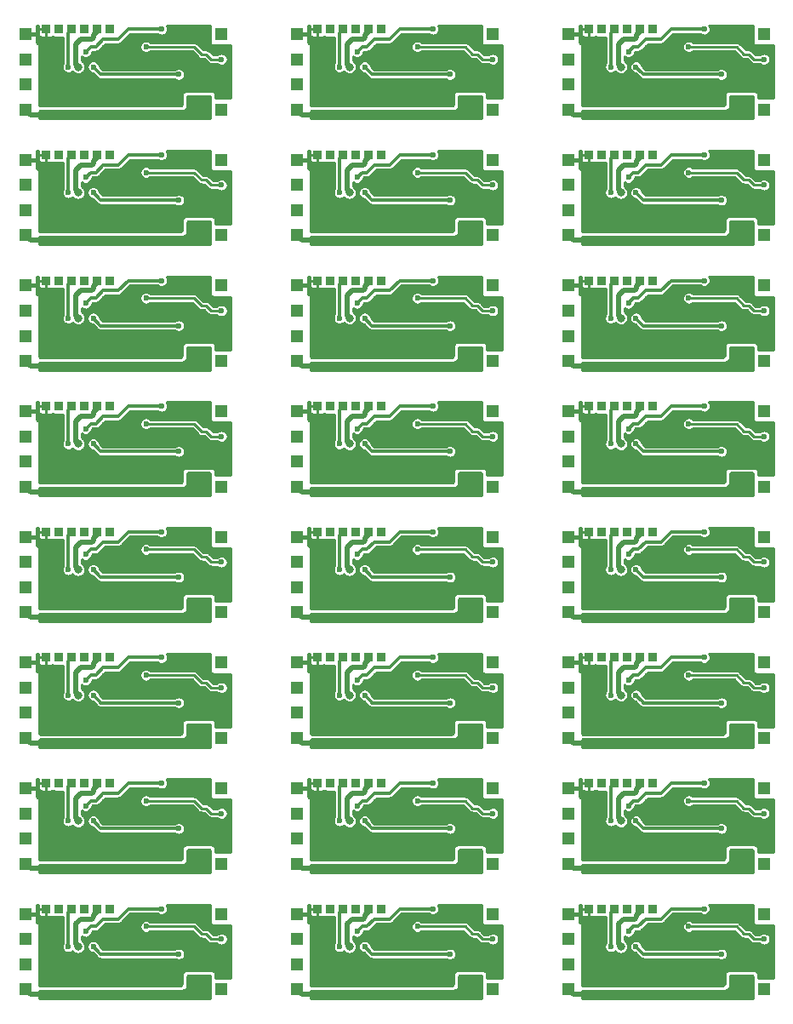
<source format=gbl>
%TF.GenerationSoftware,KiCad,Pcbnew,(5.1.6)-1*%
%TF.CreationDate,2020-09-22T23:51:06+09:00*%
%TF.ProjectId,motordecoder_simple2_rev2_panelize,6d6f746f-7264-4656-936f-6465725f7369,rev?*%
%TF.SameCoordinates,PX459e440PY38444c0*%
%TF.FileFunction,Copper,L2,Bot*%
%TF.FilePolarity,Positive*%
%FSLAX46Y46*%
G04 Gerber Fmt 4.6, Leading zero omitted, Abs format (unit mm)*
G04 Created by KiCad (PCBNEW (5.1.6)-1) date 2020-09-22 23:51:06*
%MOMM*%
%LPD*%
G01*
G04 APERTURE LIST*
%TA.AperFunction,ComponentPad*%
%ADD10R,1.300000X1.300000*%
%TD*%
%TA.AperFunction,ComponentPad*%
%ADD11R,0.950000X0.950000*%
%TD*%
%TA.AperFunction,ViaPad*%
%ADD12C,0.800000*%
%TD*%
%TA.AperFunction,ViaPad*%
%ADD13C,0.600000*%
%TD*%
%TA.AperFunction,ViaPad*%
%ADD14C,1.000000*%
%TD*%
%TA.AperFunction,Conductor*%
%ADD15C,0.300000*%
%TD*%
%TA.AperFunction,Conductor*%
%ADD16C,0.500000*%
%TD*%
%TA.AperFunction,Conductor*%
%ADD17C,0.400000*%
%TD*%
%TA.AperFunction,Conductor*%
%ADD18C,0.250000*%
%TD*%
G04 APERTURE END LIST*
D10*
%TO.P,P3,1*%
%TO.N,MOTOR+*%
X80750000Y-88750000D03*
%TD*%
%TO.P,P3,1*%
%TO.N,MOTOR+*%
X53750000Y-88750000D03*
%TD*%
%TO.P,P3,1*%
%TO.N,MOTOR+*%
X26750000Y-88750000D03*
%TD*%
%TO.P,P3,1*%
%TO.N,MOTOR+*%
X80750000Y-76250000D03*
%TD*%
%TO.P,P3,1*%
%TO.N,MOTOR+*%
X53750000Y-76250000D03*
%TD*%
%TO.P,P3,1*%
%TO.N,MOTOR+*%
X26750000Y-76250000D03*
%TD*%
%TO.P,P3,1*%
%TO.N,MOTOR+*%
X80750000Y-63750000D03*
%TD*%
%TO.P,P3,1*%
%TO.N,MOTOR+*%
X53750000Y-63750000D03*
%TD*%
%TO.P,P3,1*%
%TO.N,MOTOR+*%
X26750000Y-63750000D03*
%TD*%
%TO.P,P3,1*%
%TO.N,MOTOR+*%
X80750000Y-51250000D03*
%TD*%
%TO.P,P3,1*%
%TO.N,MOTOR+*%
X53750000Y-51250000D03*
%TD*%
%TO.P,P3,1*%
%TO.N,MOTOR+*%
X26750000Y-51250000D03*
%TD*%
%TO.P,P3,1*%
%TO.N,MOTOR+*%
X80750000Y-38750000D03*
%TD*%
%TO.P,P3,1*%
%TO.N,MOTOR+*%
X53750000Y-38750000D03*
%TD*%
%TO.P,P3,1*%
%TO.N,MOTOR+*%
X26750000Y-38750000D03*
%TD*%
%TO.P,P3,1*%
%TO.N,MOTOR+*%
X80750000Y-26250000D03*
%TD*%
%TO.P,P3,1*%
%TO.N,MOTOR+*%
X53750000Y-26250000D03*
%TD*%
%TO.P,P3,1*%
%TO.N,MOTOR+*%
X26750000Y-26250000D03*
%TD*%
%TO.P,P3,1*%
%TO.N,MOTOR+*%
X80750000Y-13750000D03*
%TD*%
%TO.P,P3,1*%
%TO.N,MOTOR+*%
X53750000Y-13750000D03*
%TD*%
%TO.P,P3,1*%
%TO.N,MOTOR+*%
X26750000Y-13750000D03*
%TD*%
%TO.P,P3,1*%
%TO.N,MOTOR+*%
X80750000Y-1250000D03*
%TD*%
%TO.P,P3,1*%
%TO.N,MOTOR+*%
X53750000Y-1250000D03*
%TD*%
%TO.P,P6,1*%
%TO.N,GND*%
X61250000Y-88750000D03*
%TD*%
%TO.P,P6,1*%
%TO.N,GND*%
X34250000Y-88750000D03*
%TD*%
%TO.P,P6,1*%
%TO.N,GND*%
X7250000Y-88750000D03*
%TD*%
%TO.P,P6,1*%
%TO.N,GND*%
X61250000Y-76250000D03*
%TD*%
%TO.P,P6,1*%
%TO.N,GND*%
X34250000Y-76250000D03*
%TD*%
%TO.P,P6,1*%
%TO.N,GND*%
X7250000Y-76250000D03*
%TD*%
%TO.P,P6,1*%
%TO.N,GND*%
X61250000Y-63750000D03*
%TD*%
%TO.P,P6,1*%
%TO.N,GND*%
X34250000Y-63750000D03*
%TD*%
%TO.P,P6,1*%
%TO.N,GND*%
X7250000Y-63750000D03*
%TD*%
%TO.P,P6,1*%
%TO.N,GND*%
X61250000Y-51250000D03*
%TD*%
%TO.P,P6,1*%
%TO.N,GND*%
X34250000Y-51250000D03*
%TD*%
%TO.P,P6,1*%
%TO.N,GND*%
X7250000Y-51250000D03*
%TD*%
%TO.P,P6,1*%
%TO.N,GND*%
X61250000Y-38750000D03*
%TD*%
%TO.P,P6,1*%
%TO.N,GND*%
X34250000Y-38750000D03*
%TD*%
%TO.P,P6,1*%
%TO.N,GND*%
X7250000Y-38750000D03*
%TD*%
%TO.P,P6,1*%
%TO.N,GND*%
X61250000Y-26250000D03*
%TD*%
%TO.P,P6,1*%
%TO.N,GND*%
X34250000Y-26250000D03*
%TD*%
%TO.P,P6,1*%
%TO.N,GND*%
X7250000Y-26250000D03*
%TD*%
%TO.P,P6,1*%
%TO.N,GND*%
X61250000Y-13750000D03*
%TD*%
%TO.P,P6,1*%
%TO.N,GND*%
X34250000Y-13750000D03*
%TD*%
%TO.P,P6,1*%
%TO.N,GND*%
X7250000Y-13750000D03*
%TD*%
%TO.P,P6,1*%
%TO.N,GND*%
X61250000Y-1250000D03*
%TD*%
%TO.P,P6,1*%
%TO.N,GND*%
X34250000Y-1250000D03*
%TD*%
%TO.P,P4,1*%
%TO.N,MOTOR-*%
X80750000Y-96250000D03*
%TD*%
%TO.P,P4,1*%
%TO.N,MOTOR-*%
X53750000Y-96250000D03*
%TD*%
%TO.P,P4,1*%
%TO.N,MOTOR-*%
X26750000Y-96250000D03*
%TD*%
%TO.P,P4,1*%
%TO.N,MOTOR-*%
X80750000Y-83750000D03*
%TD*%
%TO.P,P4,1*%
%TO.N,MOTOR-*%
X53750000Y-83750000D03*
%TD*%
%TO.P,P4,1*%
%TO.N,MOTOR-*%
X26750000Y-83750000D03*
%TD*%
%TO.P,P4,1*%
%TO.N,MOTOR-*%
X80750000Y-71250000D03*
%TD*%
%TO.P,P4,1*%
%TO.N,MOTOR-*%
X53750000Y-71250000D03*
%TD*%
%TO.P,P4,1*%
%TO.N,MOTOR-*%
X26750000Y-71250000D03*
%TD*%
%TO.P,P4,1*%
%TO.N,MOTOR-*%
X80750000Y-58750000D03*
%TD*%
%TO.P,P4,1*%
%TO.N,MOTOR-*%
X53750000Y-58750000D03*
%TD*%
%TO.P,P4,1*%
%TO.N,MOTOR-*%
X26750000Y-58750000D03*
%TD*%
%TO.P,P4,1*%
%TO.N,MOTOR-*%
X80750000Y-46250000D03*
%TD*%
%TO.P,P4,1*%
%TO.N,MOTOR-*%
X53750000Y-46250000D03*
%TD*%
%TO.P,P4,1*%
%TO.N,MOTOR-*%
X26750000Y-46250000D03*
%TD*%
%TO.P,P4,1*%
%TO.N,MOTOR-*%
X80750000Y-33750000D03*
%TD*%
%TO.P,P4,1*%
%TO.N,MOTOR-*%
X53750000Y-33750000D03*
%TD*%
%TO.P,P4,1*%
%TO.N,MOTOR-*%
X26750000Y-33750000D03*
%TD*%
%TO.P,P4,1*%
%TO.N,MOTOR-*%
X80750000Y-21250000D03*
%TD*%
%TO.P,P4,1*%
%TO.N,MOTOR-*%
X53750000Y-21250000D03*
%TD*%
%TO.P,P4,1*%
%TO.N,MOTOR-*%
X26750000Y-21250000D03*
%TD*%
%TO.P,P4,1*%
%TO.N,MOTOR-*%
X80750000Y-8750000D03*
%TD*%
%TO.P,P4,1*%
%TO.N,MOTOR-*%
X53750000Y-8750000D03*
%TD*%
%TO.P,P5,1*%
%TO.N,+12V*%
X61250000Y-96250000D03*
%TD*%
%TO.P,P5,1*%
%TO.N,+12V*%
X34250000Y-96250000D03*
%TD*%
%TO.P,P5,1*%
%TO.N,+12V*%
X7250000Y-96250000D03*
%TD*%
%TO.P,P5,1*%
%TO.N,+12V*%
X61250000Y-83750000D03*
%TD*%
%TO.P,P5,1*%
%TO.N,+12V*%
X34250000Y-83750000D03*
%TD*%
%TO.P,P5,1*%
%TO.N,+12V*%
X7250000Y-83750000D03*
%TD*%
%TO.P,P5,1*%
%TO.N,+12V*%
X61250000Y-71250000D03*
%TD*%
%TO.P,P5,1*%
%TO.N,+12V*%
X34250000Y-71250000D03*
%TD*%
%TO.P,P5,1*%
%TO.N,+12V*%
X7250000Y-71250000D03*
%TD*%
%TO.P,P5,1*%
%TO.N,+12V*%
X61250000Y-58750000D03*
%TD*%
%TO.P,P5,1*%
%TO.N,+12V*%
X34250000Y-58750000D03*
%TD*%
%TO.P,P5,1*%
%TO.N,+12V*%
X7250000Y-58750000D03*
%TD*%
%TO.P,P5,1*%
%TO.N,+12V*%
X61250000Y-46250000D03*
%TD*%
%TO.P,P5,1*%
%TO.N,+12V*%
X34250000Y-46250000D03*
%TD*%
%TO.P,P5,1*%
%TO.N,+12V*%
X7250000Y-46250000D03*
%TD*%
%TO.P,P5,1*%
%TO.N,+12V*%
X61250000Y-33750000D03*
%TD*%
%TO.P,P5,1*%
%TO.N,+12V*%
X34250000Y-33750000D03*
%TD*%
%TO.P,P5,1*%
%TO.N,+12V*%
X7250000Y-33750000D03*
%TD*%
%TO.P,P5,1*%
%TO.N,+12V*%
X61250000Y-21250000D03*
%TD*%
%TO.P,P5,1*%
%TO.N,+12V*%
X34250000Y-21250000D03*
%TD*%
%TO.P,P5,1*%
%TO.N,+12V*%
X7250000Y-21250000D03*
%TD*%
%TO.P,P5,1*%
%TO.N,+12V*%
X61250000Y-8750000D03*
%TD*%
%TO.P,P5,1*%
%TO.N,+12V*%
X34250000Y-8750000D03*
%TD*%
%TO.P,P1,1*%
%TO.N,RAIL+*%
X61250000Y-91250000D03*
%TD*%
%TO.P,P1,1*%
%TO.N,RAIL+*%
X34250000Y-91250000D03*
%TD*%
%TO.P,P1,1*%
%TO.N,RAIL+*%
X7250000Y-91250000D03*
%TD*%
%TO.P,P1,1*%
%TO.N,RAIL+*%
X61250000Y-78750000D03*
%TD*%
%TO.P,P1,1*%
%TO.N,RAIL+*%
X34250000Y-78750000D03*
%TD*%
%TO.P,P1,1*%
%TO.N,RAIL+*%
X7250000Y-78750000D03*
%TD*%
%TO.P,P1,1*%
%TO.N,RAIL+*%
X61250000Y-66250000D03*
%TD*%
%TO.P,P1,1*%
%TO.N,RAIL+*%
X34250000Y-66250000D03*
%TD*%
%TO.P,P1,1*%
%TO.N,RAIL+*%
X7250000Y-66250000D03*
%TD*%
%TO.P,P1,1*%
%TO.N,RAIL+*%
X61250000Y-53750000D03*
%TD*%
%TO.P,P1,1*%
%TO.N,RAIL+*%
X34250000Y-53750000D03*
%TD*%
%TO.P,P1,1*%
%TO.N,RAIL+*%
X7250000Y-53750000D03*
%TD*%
%TO.P,P1,1*%
%TO.N,RAIL+*%
X61250000Y-41250000D03*
%TD*%
%TO.P,P1,1*%
%TO.N,RAIL+*%
X34250000Y-41250000D03*
%TD*%
%TO.P,P1,1*%
%TO.N,RAIL+*%
X7250000Y-41250000D03*
%TD*%
%TO.P,P1,1*%
%TO.N,RAIL+*%
X61250000Y-28750000D03*
%TD*%
%TO.P,P1,1*%
%TO.N,RAIL+*%
X34250000Y-28750000D03*
%TD*%
%TO.P,P1,1*%
%TO.N,RAIL+*%
X7250000Y-28750000D03*
%TD*%
%TO.P,P1,1*%
%TO.N,RAIL+*%
X61250000Y-16250000D03*
%TD*%
%TO.P,P1,1*%
%TO.N,RAIL+*%
X34250000Y-16250000D03*
%TD*%
%TO.P,P1,1*%
%TO.N,RAIL+*%
X7250000Y-16250000D03*
%TD*%
%TO.P,P1,1*%
%TO.N,RAIL+*%
X61250000Y-3750000D03*
%TD*%
%TO.P,P1,1*%
%TO.N,RAIL+*%
X34250000Y-3750000D03*
%TD*%
D11*
%TO.P,P9,6*%
%TO.N,GND*%
X63325000Y-88250000D03*
%TO.P,P9,5*%
%TO.N,FUNC1*%
X64595000Y-88250000D03*
%TO.P,P9,4*%
%TO.N,MOSI*%
X65865000Y-88250000D03*
%TO.P,P9,3*%
%TO.N,BEMF*%
X67135000Y-88250000D03*
%TO.P,P9,2*%
%TO.N,+5V*%
X68405000Y-88250000D03*
%TO.P,P9,1*%
%TO.N,PWM*%
X69675000Y-88250000D03*
%TD*%
%TO.P,P9,6*%
%TO.N,GND*%
X36325000Y-88250000D03*
%TO.P,P9,5*%
%TO.N,FUNC1*%
X37595000Y-88250000D03*
%TO.P,P9,4*%
%TO.N,MOSI*%
X38865000Y-88250000D03*
%TO.P,P9,3*%
%TO.N,BEMF*%
X40135000Y-88250000D03*
%TO.P,P9,2*%
%TO.N,+5V*%
X41405000Y-88250000D03*
%TO.P,P9,1*%
%TO.N,PWM*%
X42675000Y-88250000D03*
%TD*%
%TO.P,P9,6*%
%TO.N,GND*%
X9325000Y-88250000D03*
%TO.P,P9,5*%
%TO.N,FUNC1*%
X10595000Y-88250000D03*
%TO.P,P9,4*%
%TO.N,MOSI*%
X11865000Y-88250000D03*
%TO.P,P9,3*%
%TO.N,BEMF*%
X13135000Y-88250000D03*
%TO.P,P9,2*%
%TO.N,+5V*%
X14405000Y-88250000D03*
%TO.P,P9,1*%
%TO.N,PWM*%
X15675000Y-88250000D03*
%TD*%
%TO.P,P9,6*%
%TO.N,GND*%
X63325000Y-75750000D03*
%TO.P,P9,5*%
%TO.N,FUNC1*%
X64595000Y-75750000D03*
%TO.P,P9,4*%
%TO.N,MOSI*%
X65865000Y-75750000D03*
%TO.P,P9,3*%
%TO.N,BEMF*%
X67135000Y-75750000D03*
%TO.P,P9,2*%
%TO.N,+5V*%
X68405000Y-75750000D03*
%TO.P,P9,1*%
%TO.N,PWM*%
X69675000Y-75750000D03*
%TD*%
%TO.P,P9,6*%
%TO.N,GND*%
X36325000Y-75750000D03*
%TO.P,P9,5*%
%TO.N,FUNC1*%
X37595000Y-75750000D03*
%TO.P,P9,4*%
%TO.N,MOSI*%
X38865000Y-75750000D03*
%TO.P,P9,3*%
%TO.N,BEMF*%
X40135000Y-75750000D03*
%TO.P,P9,2*%
%TO.N,+5V*%
X41405000Y-75750000D03*
%TO.P,P9,1*%
%TO.N,PWM*%
X42675000Y-75750000D03*
%TD*%
%TO.P,P9,6*%
%TO.N,GND*%
X9325000Y-75750000D03*
%TO.P,P9,5*%
%TO.N,FUNC1*%
X10595000Y-75750000D03*
%TO.P,P9,4*%
%TO.N,MOSI*%
X11865000Y-75750000D03*
%TO.P,P9,3*%
%TO.N,BEMF*%
X13135000Y-75750000D03*
%TO.P,P9,2*%
%TO.N,+5V*%
X14405000Y-75750000D03*
%TO.P,P9,1*%
%TO.N,PWM*%
X15675000Y-75750000D03*
%TD*%
%TO.P,P9,6*%
%TO.N,GND*%
X63325000Y-63250000D03*
%TO.P,P9,5*%
%TO.N,FUNC1*%
X64595000Y-63250000D03*
%TO.P,P9,4*%
%TO.N,MOSI*%
X65865000Y-63250000D03*
%TO.P,P9,3*%
%TO.N,BEMF*%
X67135000Y-63250000D03*
%TO.P,P9,2*%
%TO.N,+5V*%
X68405000Y-63250000D03*
%TO.P,P9,1*%
%TO.N,PWM*%
X69675000Y-63250000D03*
%TD*%
%TO.P,P9,6*%
%TO.N,GND*%
X36325000Y-63250000D03*
%TO.P,P9,5*%
%TO.N,FUNC1*%
X37595000Y-63250000D03*
%TO.P,P9,4*%
%TO.N,MOSI*%
X38865000Y-63250000D03*
%TO.P,P9,3*%
%TO.N,BEMF*%
X40135000Y-63250000D03*
%TO.P,P9,2*%
%TO.N,+5V*%
X41405000Y-63250000D03*
%TO.P,P9,1*%
%TO.N,PWM*%
X42675000Y-63250000D03*
%TD*%
%TO.P,P9,6*%
%TO.N,GND*%
X9325000Y-63250000D03*
%TO.P,P9,5*%
%TO.N,FUNC1*%
X10595000Y-63250000D03*
%TO.P,P9,4*%
%TO.N,MOSI*%
X11865000Y-63250000D03*
%TO.P,P9,3*%
%TO.N,BEMF*%
X13135000Y-63250000D03*
%TO.P,P9,2*%
%TO.N,+5V*%
X14405000Y-63250000D03*
%TO.P,P9,1*%
%TO.N,PWM*%
X15675000Y-63250000D03*
%TD*%
%TO.P,P9,6*%
%TO.N,GND*%
X63325000Y-50750000D03*
%TO.P,P9,5*%
%TO.N,FUNC1*%
X64595000Y-50750000D03*
%TO.P,P9,4*%
%TO.N,MOSI*%
X65865000Y-50750000D03*
%TO.P,P9,3*%
%TO.N,BEMF*%
X67135000Y-50750000D03*
%TO.P,P9,2*%
%TO.N,+5V*%
X68405000Y-50750000D03*
%TO.P,P9,1*%
%TO.N,PWM*%
X69675000Y-50750000D03*
%TD*%
%TO.P,P9,6*%
%TO.N,GND*%
X36325000Y-50750000D03*
%TO.P,P9,5*%
%TO.N,FUNC1*%
X37595000Y-50750000D03*
%TO.P,P9,4*%
%TO.N,MOSI*%
X38865000Y-50750000D03*
%TO.P,P9,3*%
%TO.N,BEMF*%
X40135000Y-50750000D03*
%TO.P,P9,2*%
%TO.N,+5V*%
X41405000Y-50750000D03*
%TO.P,P9,1*%
%TO.N,PWM*%
X42675000Y-50750000D03*
%TD*%
%TO.P,P9,6*%
%TO.N,GND*%
X9325000Y-50750000D03*
%TO.P,P9,5*%
%TO.N,FUNC1*%
X10595000Y-50750000D03*
%TO.P,P9,4*%
%TO.N,MOSI*%
X11865000Y-50750000D03*
%TO.P,P9,3*%
%TO.N,BEMF*%
X13135000Y-50750000D03*
%TO.P,P9,2*%
%TO.N,+5V*%
X14405000Y-50750000D03*
%TO.P,P9,1*%
%TO.N,PWM*%
X15675000Y-50750000D03*
%TD*%
%TO.P,P9,6*%
%TO.N,GND*%
X63325000Y-38250000D03*
%TO.P,P9,5*%
%TO.N,FUNC1*%
X64595000Y-38250000D03*
%TO.P,P9,4*%
%TO.N,MOSI*%
X65865000Y-38250000D03*
%TO.P,P9,3*%
%TO.N,BEMF*%
X67135000Y-38250000D03*
%TO.P,P9,2*%
%TO.N,+5V*%
X68405000Y-38250000D03*
%TO.P,P9,1*%
%TO.N,PWM*%
X69675000Y-38250000D03*
%TD*%
%TO.P,P9,6*%
%TO.N,GND*%
X36325000Y-38250000D03*
%TO.P,P9,5*%
%TO.N,FUNC1*%
X37595000Y-38250000D03*
%TO.P,P9,4*%
%TO.N,MOSI*%
X38865000Y-38250000D03*
%TO.P,P9,3*%
%TO.N,BEMF*%
X40135000Y-38250000D03*
%TO.P,P9,2*%
%TO.N,+5V*%
X41405000Y-38250000D03*
%TO.P,P9,1*%
%TO.N,PWM*%
X42675000Y-38250000D03*
%TD*%
%TO.P,P9,6*%
%TO.N,GND*%
X9325000Y-38250000D03*
%TO.P,P9,5*%
%TO.N,FUNC1*%
X10595000Y-38250000D03*
%TO.P,P9,4*%
%TO.N,MOSI*%
X11865000Y-38250000D03*
%TO.P,P9,3*%
%TO.N,BEMF*%
X13135000Y-38250000D03*
%TO.P,P9,2*%
%TO.N,+5V*%
X14405000Y-38250000D03*
%TO.P,P9,1*%
%TO.N,PWM*%
X15675000Y-38250000D03*
%TD*%
%TO.P,P9,6*%
%TO.N,GND*%
X63325000Y-25750000D03*
%TO.P,P9,5*%
%TO.N,FUNC1*%
X64595000Y-25750000D03*
%TO.P,P9,4*%
%TO.N,MOSI*%
X65865000Y-25750000D03*
%TO.P,P9,3*%
%TO.N,BEMF*%
X67135000Y-25750000D03*
%TO.P,P9,2*%
%TO.N,+5V*%
X68405000Y-25750000D03*
%TO.P,P9,1*%
%TO.N,PWM*%
X69675000Y-25750000D03*
%TD*%
%TO.P,P9,6*%
%TO.N,GND*%
X36325000Y-25750000D03*
%TO.P,P9,5*%
%TO.N,FUNC1*%
X37595000Y-25750000D03*
%TO.P,P9,4*%
%TO.N,MOSI*%
X38865000Y-25750000D03*
%TO.P,P9,3*%
%TO.N,BEMF*%
X40135000Y-25750000D03*
%TO.P,P9,2*%
%TO.N,+5V*%
X41405000Y-25750000D03*
%TO.P,P9,1*%
%TO.N,PWM*%
X42675000Y-25750000D03*
%TD*%
%TO.P,P9,6*%
%TO.N,GND*%
X9325000Y-25750000D03*
%TO.P,P9,5*%
%TO.N,FUNC1*%
X10595000Y-25750000D03*
%TO.P,P9,4*%
%TO.N,MOSI*%
X11865000Y-25750000D03*
%TO.P,P9,3*%
%TO.N,BEMF*%
X13135000Y-25750000D03*
%TO.P,P9,2*%
%TO.N,+5V*%
X14405000Y-25750000D03*
%TO.P,P9,1*%
%TO.N,PWM*%
X15675000Y-25750000D03*
%TD*%
%TO.P,P9,6*%
%TO.N,GND*%
X63325000Y-13250000D03*
%TO.P,P9,5*%
%TO.N,FUNC1*%
X64595000Y-13250000D03*
%TO.P,P9,4*%
%TO.N,MOSI*%
X65865000Y-13250000D03*
%TO.P,P9,3*%
%TO.N,BEMF*%
X67135000Y-13250000D03*
%TO.P,P9,2*%
%TO.N,+5V*%
X68405000Y-13250000D03*
%TO.P,P9,1*%
%TO.N,PWM*%
X69675000Y-13250000D03*
%TD*%
%TO.P,P9,6*%
%TO.N,GND*%
X36325000Y-13250000D03*
%TO.P,P9,5*%
%TO.N,FUNC1*%
X37595000Y-13250000D03*
%TO.P,P9,4*%
%TO.N,MOSI*%
X38865000Y-13250000D03*
%TO.P,P9,3*%
%TO.N,BEMF*%
X40135000Y-13250000D03*
%TO.P,P9,2*%
%TO.N,+5V*%
X41405000Y-13250000D03*
%TO.P,P9,1*%
%TO.N,PWM*%
X42675000Y-13250000D03*
%TD*%
%TO.P,P9,6*%
%TO.N,GND*%
X9325000Y-13250000D03*
%TO.P,P9,5*%
%TO.N,FUNC1*%
X10595000Y-13250000D03*
%TO.P,P9,4*%
%TO.N,MOSI*%
X11865000Y-13250000D03*
%TO.P,P9,3*%
%TO.N,BEMF*%
X13135000Y-13250000D03*
%TO.P,P9,2*%
%TO.N,+5V*%
X14405000Y-13250000D03*
%TO.P,P9,1*%
%TO.N,PWM*%
X15675000Y-13250000D03*
%TD*%
%TO.P,P9,6*%
%TO.N,GND*%
X63325000Y-750000D03*
%TO.P,P9,5*%
%TO.N,FUNC1*%
X64595000Y-750000D03*
%TO.P,P9,4*%
%TO.N,MOSI*%
X65865000Y-750000D03*
%TO.P,P9,3*%
%TO.N,BEMF*%
X67135000Y-750000D03*
%TO.P,P9,2*%
%TO.N,+5V*%
X68405000Y-750000D03*
%TO.P,P9,1*%
%TO.N,PWM*%
X69675000Y-750000D03*
%TD*%
%TO.P,P9,6*%
%TO.N,GND*%
X36325000Y-750000D03*
%TO.P,P9,5*%
%TO.N,FUNC1*%
X37595000Y-750000D03*
%TO.P,P9,4*%
%TO.N,MOSI*%
X38865000Y-750000D03*
%TO.P,P9,3*%
%TO.N,BEMF*%
X40135000Y-750000D03*
%TO.P,P9,2*%
%TO.N,+5V*%
X41405000Y-750000D03*
%TO.P,P9,1*%
%TO.N,PWM*%
X42675000Y-750000D03*
%TD*%
D10*
%TO.P,P2,1*%
%TO.N,RAIL-*%
X61250000Y-93750000D03*
%TD*%
%TO.P,P2,1*%
%TO.N,RAIL-*%
X34250000Y-93750000D03*
%TD*%
%TO.P,P2,1*%
%TO.N,RAIL-*%
X7250000Y-93750000D03*
%TD*%
%TO.P,P2,1*%
%TO.N,RAIL-*%
X61250000Y-81250000D03*
%TD*%
%TO.P,P2,1*%
%TO.N,RAIL-*%
X34250000Y-81250000D03*
%TD*%
%TO.P,P2,1*%
%TO.N,RAIL-*%
X7250000Y-81250000D03*
%TD*%
%TO.P,P2,1*%
%TO.N,RAIL-*%
X61250000Y-68750000D03*
%TD*%
%TO.P,P2,1*%
%TO.N,RAIL-*%
X34250000Y-68750000D03*
%TD*%
%TO.P,P2,1*%
%TO.N,RAIL-*%
X7250000Y-68750000D03*
%TD*%
%TO.P,P2,1*%
%TO.N,RAIL-*%
X61250000Y-56250000D03*
%TD*%
%TO.P,P2,1*%
%TO.N,RAIL-*%
X34250000Y-56250000D03*
%TD*%
%TO.P,P2,1*%
%TO.N,RAIL-*%
X7250000Y-56250000D03*
%TD*%
%TO.P,P2,1*%
%TO.N,RAIL-*%
X61250000Y-43750000D03*
%TD*%
%TO.P,P2,1*%
%TO.N,RAIL-*%
X34250000Y-43750000D03*
%TD*%
%TO.P,P2,1*%
%TO.N,RAIL-*%
X7250000Y-43750000D03*
%TD*%
%TO.P,P2,1*%
%TO.N,RAIL-*%
X61250000Y-31250000D03*
%TD*%
%TO.P,P2,1*%
%TO.N,RAIL-*%
X34250000Y-31250000D03*
%TD*%
%TO.P,P2,1*%
%TO.N,RAIL-*%
X7250000Y-31250000D03*
%TD*%
%TO.P,P2,1*%
%TO.N,RAIL-*%
X61250000Y-18750000D03*
%TD*%
%TO.P,P2,1*%
%TO.N,RAIL-*%
X34250000Y-18750000D03*
%TD*%
%TO.P,P2,1*%
%TO.N,RAIL-*%
X7250000Y-18750000D03*
%TD*%
%TO.P,P2,1*%
%TO.N,RAIL-*%
X61250000Y-6250000D03*
%TD*%
%TO.P,P2,1*%
%TO.N,RAIL-*%
X34250000Y-6250000D03*
%TD*%
%TO.P,P1,1*%
%TO.N,RAIL+*%
X7250000Y-3750000D03*
%TD*%
%TO.P,P2,1*%
%TO.N,RAIL-*%
X7250000Y-6250000D03*
%TD*%
%TO.P,P3,1*%
%TO.N,MOTOR+*%
X26750000Y-1250000D03*
%TD*%
%TO.P,P4,1*%
%TO.N,MOTOR-*%
X26750000Y-8750000D03*
%TD*%
%TO.P,P5,1*%
%TO.N,+12V*%
X7250000Y-8750000D03*
%TD*%
%TO.P,P6,1*%
%TO.N,GND*%
X7250000Y-1250000D03*
%TD*%
D11*
%TO.P,P9,1*%
%TO.N,PWM*%
X15675000Y-750000D03*
%TO.P,P9,2*%
%TO.N,+5V*%
X14405000Y-750000D03*
%TO.P,P9,3*%
%TO.N,BEMF*%
X13135000Y-750000D03*
%TO.P,P9,4*%
%TO.N,MOSI*%
X11865000Y-750000D03*
%TO.P,P9,5*%
%TO.N,FUNC1*%
X10595000Y-750000D03*
%TO.P,P9,6*%
%TO.N,GND*%
X9325000Y-750000D03*
%TD*%
D12*
%TO.N,+12V*%
X10000000Y-9250000D03*
X12250000Y-9250000D03*
D13*
X24000000Y-7750000D03*
D12*
X25000000Y-9250000D03*
X39250000Y-9250000D03*
X66250000Y-9250000D03*
X12250000Y-21750000D03*
X39250000Y-21750000D03*
X66250000Y-21750000D03*
X12250000Y-34250000D03*
X39250000Y-34250000D03*
X66250000Y-34250000D03*
X12250000Y-46750000D03*
X39250000Y-46750000D03*
X66250000Y-46750000D03*
X12250000Y-59250000D03*
X39250000Y-59250000D03*
X66250000Y-59250000D03*
X12250000Y-71750000D03*
X39250000Y-71750000D03*
X66250000Y-71750000D03*
X12250000Y-84250000D03*
X39250000Y-84250000D03*
X66250000Y-84250000D03*
X12250000Y-96750000D03*
X39250000Y-96750000D03*
X66250000Y-96750000D03*
X37000000Y-9250000D03*
X64000000Y-9250000D03*
X10000000Y-21750000D03*
X37000000Y-21750000D03*
X64000000Y-21750000D03*
X10000000Y-34250000D03*
X37000000Y-34250000D03*
X64000000Y-34250000D03*
X10000000Y-46750000D03*
X37000000Y-46750000D03*
X64000000Y-46750000D03*
X10000000Y-59250000D03*
X37000000Y-59250000D03*
X64000000Y-59250000D03*
X10000000Y-71750000D03*
X37000000Y-71750000D03*
X64000000Y-71750000D03*
X10000000Y-84250000D03*
X37000000Y-84250000D03*
X64000000Y-84250000D03*
X10000000Y-96750000D03*
X37000000Y-96750000D03*
X64000000Y-96750000D03*
X52000000Y-9250000D03*
X79000000Y-9250000D03*
X25000000Y-21750000D03*
X52000000Y-21750000D03*
X79000000Y-21750000D03*
X25000000Y-34250000D03*
X52000000Y-34250000D03*
X79000000Y-34250000D03*
X25000000Y-46750000D03*
X52000000Y-46750000D03*
X79000000Y-46750000D03*
X25000000Y-59250000D03*
X52000000Y-59250000D03*
X79000000Y-59250000D03*
X25000000Y-71750000D03*
X52000000Y-71750000D03*
X79000000Y-71750000D03*
X25000000Y-84250000D03*
X52000000Y-84250000D03*
X79000000Y-84250000D03*
X25000000Y-96750000D03*
X52000000Y-96750000D03*
X79000000Y-96750000D03*
D13*
X51000000Y-7750000D03*
X78000000Y-7750000D03*
X24000000Y-20250000D03*
X51000000Y-20250000D03*
X78000000Y-20250000D03*
X24000000Y-32750000D03*
X51000000Y-32750000D03*
X78000000Y-32750000D03*
X24000000Y-45250000D03*
X51000000Y-45250000D03*
X78000000Y-45250000D03*
X24000000Y-57750000D03*
X51000000Y-57750000D03*
X78000000Y-57750000D03*
X24000000Y-70250000D03*
X51000000Y-70250000D03*
X78000000Y-70250000D03*
X24000000Y-82750000D03*
X51000000Y-82750000D03*
X78000000Y-82750000D03*
X24000000Y-95250000D03*
X51000000Y-95250000D03*
X78000000Y-95250000D03*
D12*
%TO.N,GND*%
X24000000Y-750000D03*
X24750000Y-4750000D03*
X24750000Y-4000000D03*
D14*
X10000000Y-7750000D03*
D13*
X14250000Y-8000000D03*
X17750000Y-6000000D03*
X41250000Y-8000000D03*
X68250000Y-8000000D03*
X14250000Y-20500000D03*
X41250000Y-20500000D03*
X68250000Y-20500000D03*
X14250000Y-33000000D03*
X41250000Y-33000000D03*
X68250000Y-33000000D03*
X14250000Y-45500000D03*
X41250000Y-45500000D03*
X68250000Y-45500000D03*
X14250000Y-58000000D03*
X41250000Y-58000000D03*
X68250000Y-58000000D03*
X14250000Y-70500000D03*
X41250000Y-70500000D03*
X68250000Y-70500000D03*
X14250000Y-83000000D03*
X41250000Y-83000000D03*
X68250000Y-83000000D03*
X14250000Y-95500000D03*
X41250000Y-95500000D03*
X68250000Y-95500000D03*
D14*
X37000000Y-7750000D03*
X64000000Y-7750000D03*
X10000000Y-20250000D03*
X37000000Y-20250000D03*
X64000000Y-20250000D03*
X10000000Y-32750000D03*
X37000000Y-32750000D03*
X64000000Y-32750000D03*
X10000000Y-45250000D03*
X37000000Y-45250000D03*
X64000000Y-45250000D03*
X10000000Y-57750000D03*
X37000000Y-57750000D03*
X64000000Y-57750000D03*
X10000000Y-70250000D03*
X37000000Y-70250000D03*
X64000000Y-70250000D03*
X10000000Y-82750000D03*
X37000000Y-82750000D03*
X64000000Y-82750000D03*
X10000000Y-95250000D03*
X37000000Y-95250000D03*
X64000000Y-95250000D03*
D12*
X51750000Y-4000000D03*
X78750000Y-4000000D03*
X24750000Y-16500000D03*
X51750000Y-16500000D03*
X78750000Y-16500000D03*
X24750000Y-29000000D03*
X51750000Y-29000000D03*
X78750000Y-29000000D03*
X24750000Y-41500000D03*
X51750000Y-41500000D03*
X78750000Y-41500000D03*
X24750000Y-54000000D03*
X51750000Y-54000000D03*
X78750000Y-54000000D03*
X24750000Y-66500000D03*
X51750000Y-66500000D03*
X78750000Y-66500000D03*
X24750000Y-79000000D03*
X51750000Y-79000000D03*
X78750000Y-79000000D03*
X24750000Y-91500000D03*
X51750000Y-91500000D03*
X78750000Y-91500000D03*
X51750000Y-4750000D03*
X78750000Y-4750000D03*
X24750000Y-17250000D03*
X51750000Y-17250000D03*
X78750000Y-17250000D03*
X24750000Y-29750000D03*
X51750000Y-29750000D03*
X78750000Y-29750000D03*
X24750000Y-42250000D03*
X51750000Y-42250000D03*
X78750000Y-42250000D03*
X24750000Y-54750000D03*
X51750000Y-54750000D03*
X78750000Y-54750000D03*
X24750000Y-67250000D03*
X51750000Y-67250000D03*
X78750000Y-67250000D03*
X24750000Y-79750000D03*
X51750000Y-79750000D03*
X78750000Y-79750000D03*
X24750000Y-92250000D03*
X51750000Y-92250000D03*
X78750000Y-92250000D03*
X51000000Y-750000D03*
X78000000Y-750000D03*
X24000000Y-13250000D03*
X51000000Y-13250000D03*
X78000000Y-13250000D03*
X24000000Y-25750000D03*
X51000000Y-25750000D03*
X78000000Y-25750000D03*
X24000000Y-38250000D03*
X51000000Y-38250000D03*
X78000000Y-38250000D03*
X24000000Y-50750000D03*
X51000000Y-50750000D03*
X78000000Y-50750000D03*
X24000000Y-63250000D03*
X51000000Y-63250000D03*
X78000000Y-63250000D03*
X24000000Y-75750000D03*
X51000000Y-75750000D03*
X78000000Y-75750000D03*
X24000000Y-88250000D03*
X51000000Y-88250000D03*
X78000000Y-88250000D03*
D13*
X44750000Y-6000000D03*
X71750000Y-6000000D03*
X17750000Y-18500000D03*
X44750000Y-18500000D03*
X71750000Y-18500000D03*
X17750000Y-31000000D03*
X44750000Y-31000000D03*
X71750000Y-31000000D03*
X17750000Y-43500000D03*
X44750000Y-43500000D03*
X71750000Y-43500000D03*
X17750000Y-56000000D03*
X44750000Y-56000000D03*
X71750000Y-56000000D03*
X17750000Y-68500000D03*
X44750000Y-68500000D03*
X71750000Y-68500000D03*
X17750000Y-81000000D03*
X44750000Y-81000000D03*
X71750000Y-81000000D03*
X17750000Y-93500000D03*
X44750000Y-93500000D03*
X71750000Y-93500000D03*
D12*
%TO.N,+5V*%
X12500000Y-4500000D03*
X39500000Y-4500000D03*
X66500000Y-4500000D03*
X12500000Y-17000000D03*
X39500000Y-17000000D03*
X66500000Y-17000000D03*
X12500000Y-29500000D03*
X39500000Y-29500000D03*
X66500000Y-29500000D03*
X12500000Y-42000000D03*
X39500000Y-42000000D03*
X66500000Y-42000000D03*
X12500000Y-54500000D03*
X39500000Y-54500000D03*
X66500000Y-54500000D03*
X12500000Y-67000000D03*
X39500000Y-67000000D03*
X66500000Y-67000000D03*
X12500000Y-79500000D03*
X39500000Y-79500000D03*
X66500000Y-79500000D03*
X12500000Y-92000000D03*
X39500000Y-92000000D03*
X66500000Y-92000000D03*
D13*
%TO.N,Net-(C6-Pad1)*%
X19250000Y-2500000D03*
X26750000Y-3750000D03*
X46250000Y-2500000D03*
X73250000Y-2500000D03*
X19250000Y-15000000D03*
X46250000Y-15000000D03*
X73250000Y-15000000D03*
X19250000Y-27500000D03*
X46250000Y-27500000D03*
X73250000Y-27500000D03*
X19250000Y-40000000D03*
X46250000Y-40000000D03*
X73250000Y-40000000D03*
X19250000Y-52500000D03*
X46250000Y-52500000D03*
X73250000Y-52500000D03*
X19250000Y-65000000D03*
X46250000Y-65000000D03*
X73250000Y-65000000D03*
X19250000Y-77500000D03*
X46250000Y-77500000D03*
X73250000Y-77500000D03*
X19250000Y-90000000D03*
X46250000Y-90000000D03*
X73250000Y-90000000D03*
X53750000Y-3750000D03*
X80750000Y-3750000D03*
X26750000Y-16250000D03*
X53750000Y-16250000D03*
X80750000Y-16250000D03*
X26750000Y-28750000D03*
X53750000Y-28750000D03*
X80750000Y-28750000D03*
X26750000Y-41250000D03*
X53750000Y-41250000D03*
X80750000Y-41250000D03*
X26750000Y-53750000D03*
X53750000Y-53750000D03*
X80750000Y-53750000D03*
X26750000Y-66250000D03*
X53750000Y-66250000D03*
X80750000Y-66250000D03*
X26750000Y-78750000D03*
X53750000Y-78750000D03*
X80750000Y-78750000D03*
X26750000Y-91250000D03*
X53750000Y-91250000D03*
X80750000Y-91250000D03*
%TO.N,MOSI*%
X11500000Y-4500000D03*
X38500000Y-4500000D03*
X65500000Y-4500000D03*
X11500000Y-17000000D03*
X38500000Y-17000000D03*
X65500000Y-17000000D03*
X11500000Y-29500000D03*
X38500000Y-29500000D03*
X65500000Y-29500000D03*
X11500000Y-42000000D03*
X38500000Y-42000000D03*
X65500000Y-42000000D03*
X11500000Y-54500000D03*
X38500000Y-54500000D03*
X65500000Y-54500000D03*
X11500000Y-67000000D03*
X38500000Y-67000000D03*
X65500000Y-67000000D03*
X11500000Y-79500000D03*
X38500000Y-79500000D03*
X65500000Y-79500000D03*
X11500000Y-92000000D03*
X38500000Y-92000000D03*
X65500000Y-92000000D03*
%TO.N,REV*%
X13250000Y-3000000D03*
X20800002Y-750000D03*
X47800002Y-750000D03*
X74800002Y-750000D03*
X20800002Y-13250000D03*
X47800002Y-13250000D03*
X74800002Y-13250000D03*
X20800002Y-25750000D03*
X47800002Y-25750000D03*
X74800002Y-25750000D03*
X20800002Y-38250000D03*
X47800002Y-38250000D03*
X74800002Y-38250000D03*
X20800002Y-50750000D03*
X47800002Y-50750000D03*
X74800002Y-50750000D03*
X20800002Y-63250000D03*
X47800002Y-63250000D03*
X74800002Y-63250000D03*
X20800002Y-75750000D03*
X47800002Y-75750000D03*
X74800002Y-75750000D03*
X20800002Y-88250000D03*
X47800002Y-88250000D03*
X74800002Y-88250000D03*
X40250000Y-3000000D03*
X67250000Y-3000000D03*
X13250000Y-15500000D03*
X40250000Y-15500000D03*
X67250000Y-15500000D03*
X13250000Y-28000000D03*
X40250000Y-28000000D03*
X67250000Y-28000000D03*
X13250000Y-40500000D03*
X40250000Y-40500000D03*
X67250000Y-40500000D03*
X13250000Y-53000000D03*
X40250000Y-53000000D03*
X67250000Y-53000000D03*
X13250000Y-65500000D03*
X40250000Y-65500000D03*
X67250000Y-65500000D03*
X13250000Y-78000000D03*
X40250000Y-78000000D03*
X67250000Y-78000000D03*
X13250000Y-90500000D03*
X40250000Y-90500000D03*
X67250000Y-90500000D03*
%TO.N,FWD*%
X14000000Y-4500000D03*
X22500000Y-5250000D03*
X41000000Y-4500000D03*
X68000000Y-4500000D03*
X14000000Y-17000000D03*
X41000000Y-17000000D03*
X68000000Y-17000000D03*
X14000000Y-29500000D03*
X41000000Y-29500000D03*
X68000000Y-29500000D03*
X14000000Y-42000000D03*
X41000000Y-42000000D03*
X68000000Y-42000000D03*
X14000000Y-54500000D03*
X41000000Y-54500000D03*
X68000000Y-54500000D03*
X14000000Y-67000000D03*
X41000000Y-67000000D03*
X68000000Y-67000000D03*
X14000000Y-79500000D03*
X41000000Y-79500000D03*
X68000000Y-79500000D03*
X14000000Y-92000000D03*
X41000000Y-92000000D03*
X68000000Y-92000000D03*
X49500000Y-5250000D03*
X76500000Y-5250000D03*
X22500000Y-17750000D03*
X49500000Y-17750000D03*
X76500000Y-17750000D03*
X22500000Y-30250000D03*
X49500000Y-30250000D03*
X76500000Y-30250000D03*
X22500000Y-42750000D03*
X49500000Y-42750000D03*
X76500000Y-42750000D03*
X22500000Y-55250000D03*
X49500000Y-55250000D03*
X76500000Y-55250000D03*
X22500000Y-67750000D03*
X49500000Y-67750000D03*
X76500000Y-67750000D03*
X22500000Y-80250000D03*
X49500000Y-80250000D03*
X76500000Y-80250000D03*
X22500000Y-92750000D03*
X49500000Y-92750000D03*
X76500000Y-92750000D03*
%TD*%
D15*
%TO.N,+12V*%
X24000000Y-7750000D02*
X24000000Y-8250000D01*
D16*
X10500000Y-9250000D02*
X13250000Y-9250000D01*
X24000000Y-9200000D02*
X24050000Y-9250000D01*
X24000000Y-7750000D02*
X24000000Y-9200000D01*
X13250000Y-9250000D02*
X24050000Y-9250000D01*
X24050000Y-9250000D02*
X25000000Y-9250000D01*
X10500000Y-9250000D02*
X10000000Y-9250000D01*
X7750000Y-9250000D02*
X7250000Y-8750000D01*
X10000000Y-9250000D02*
X7750000Y-9250000D01*
X37500000Y-9250000D02*
X40250000Y-9250000D01*
X64500000Y-9250000D02*
X67250000Y-9250000D01*
X10500000Y-21750000D02*
X13250000Y-21750000D01*
X37500000Y-21750000D02*
X40250000Y-21750000D01*
X64500000Y-21750000D02*
X67250000Y-21750000D01*
X10500000Y-34250000D02*
X13250000Y-34250000D01*
X37500000Y-34250000D02*
X40250000Y-34250000D01*
X64500000Y-34250000D02*
X67250000Y-34250000D01*
X10500000Y-46750000D02*
X13250000Y-46750000D01*
X37500000Y-46750000D02*
X40250000Y-46750000D01*
X64500000Y-46750000D02*
X67250000Y-46750000D01*
X10500000Y-59250000D02*
X13250000Y-59250000D01*
X37500000Y-59250000D02*
X40250000Y-59250000D01*
X64500000Y-59250000D02*
X67250000Y-59250000D01*
X10500000Y-71750000D02*
X13250000Y-71750000D01*
X37500000Y-71750000D02*
X40250000Y-71750000D01*
X64500000Y-71750000D02*
X67250000Y-71750000D01*
X10500000Y-84250000D02*
X13250000Y-84250000D01*
X37500000Y-84250000D02*
X40250000Y-84250000D01*
X64500000Y-84250000D02*
X67250000Y-84250000D01*
X10500000Y-96750000D02*
X13250000Y-96750000D01*
X37500000Y-96750000D02*
X40250000Y-96750000D01*
X64500000Y-96750000D02*
X67250000Y-96750000D01*
X34750000Y-9250000D02*
X34250000Y-8750000D01*
X61750000Y-9250000D02*
X61250000Y-8750000D01*
X7750000Y-21750000D02*
X7250000Y-21250000D01*
X34750000Y-21750000D02*
X34250000Y-21250000D01*
X61750000Y-21750000D02*
X61250000Y-21250000D01*
X7750000Y-34250000D02*
X7250000Y-33750000D01*
X34750000Y-34250000D02*
X34250000Y-33750000D01*
X61750000Y-34250000D02*
X61250000Y-33750000D01*
X7750000Y-46750000D02*
X7250000Y-46250000D01*
X34750000Y-46750000D02*
X34250000Y-46250000D01*
X61750000Y-46750000D02*
X61250000Y-46250000D01*
X7750000Y-59250000D02*
X7250000Y-58750000D01*
X34750000Y-59250000D02*
X34250000Y-58750000D01*
X61750000Y-59250000D02*
X61250000Y-58750000D01*
X7750000Y-71750000D02*
X7250000Y-71250000D01*
X34750000Y-71750000D02*
X34250000Y-71250000D01*
X61750000Y-71750000D02*
X61250000Y-71250000D01*
X7750000Y-84250000D02*
X7250000Y-83750000D01*
X34750000Y-84250000D02*
X34250000Y-83750000D01*
X61750000Y-84250000D02*
X61250000Y-83750000D01*
X7750000Y-96750000D02*
X7250000Y-96250000D01*
X34750000Y-96750000D02*
X34250000Y-96250000D01*
X61750000Y-96750000D02*
X61250000Y-96250000D01*
D15*
X51000000Y-7750000D02*
X51000000Y-8250000D01*
X78000000Y-7750000D02*
X78000000Y-8250000D01*
X24000000Y-20250000D02*
X24000000Y-20750000D01*
X51000000Y-20250000D02*
X51000000Y-20750000D01*
X78000000Y-20250000D02*
X78000000Y-20750000D01*
X24000000Y-32750000D02*
X24000000Y-33250000D01*
X51000000Y-32750000D02*
X51000000Y-33250000D01*
X78000000Y-32750000D02*
X78000000Y-33250000D01*
X24000000Y-45250000D02*
X24000000Y-45750000D01*
X51000000Y-45250000D02*
X51000000Y-45750000D01*
X78000000Y-45250000D02*
X78000000Y-45750000D01*
X24000000Y-57750000D02*
X24000000Y-58250000D01*
X51000000Y-57750000D02*
X51000000Y-58250000D01*
X78000000Y-57750000D02*
X78000000Y-58250000D01*
X24000000Y-70250000D02*
X24000000Y-70750000D01*
X51000000Y-70250000D02*
X51000000Y-70750000D01*
X78000000Y-70250000D02*
X78000000Y-70750000D01*
X24000000Y-82750000D02*
X24000000Y-83250000D01*
X51000000Y-82750000D02*
X51000000Y-83250000D01*
X78000000Y-82750000D02*
X78000000Y-83250000D01*
X24000000Y-95250000D02*
X24000000Y-95750000D01*
X51000000Y-95250000D02*
X51000000Y-95750000D01*
X78000000Y-95250000D02*
X78000000Y-95750000D01*
D16*
X51000000Y-9200000D02*
X51050000Y-9250000D01*
X78000000Y-9200000D02*
X78050000Y-9250000D01*
X24000000Y-21700000D02*
X24050000Y-21750000D01*
X51000000Y-21700000D02*
X51050000Y-21750000D01*
X78000000Y-21700000D02*
X78050000Y-21750000D01*
X24000000Y-34200000D02*
X24050000Y-34250000D01*
X51000000Y-34200000D02*
X51050000Y-34250000D01*
X78000000Y-34200000D02*
X78050000Y-34250000D01*
X24000000Y-46700000D02*
X24050000Y-46750000D01*
X51000000Y-46700000D02*
X51050000Y-46750000D01*
X78000000Y-46700000D02*
X78050000Y-46750000D01*
X24000000Y-59200000D02*
X24050000Y-59250000D01*
X51000000Y-59200000D02*
X51050000Y-59250000D01*
X78000000Y-59200000D02*
X78050000Y-59250000D01*
X24000000Y-71700000D02*
X24050000Y-71750000D01*
X51000000Y-71700000D02*
X51050000Y-71750000D01*
X78000000Y-71700000D02*
X78050000Y-71750000D01*
X24000000Y-84200000D02*
X24050000Y-84250000D01*
X51000000Y-84200000D02*
X51050000Y-84250000D01*
X78000000Y-84200000D02*
X78050000Y-84250000D01*
X24000000Y-96700000D02*
X24050000Y-96750000D01*
X51000000Y-96700000D02*
X51050000Y-96750000D01*
X78000000Y-96700000D02*
X78050000Y-96750000D01*
X37500000Y-9250000D02*
X37000000Y-9250000D01*
X64500000Y-9250000D02*
X64000000Y-9250000D01*
X10500000Y-21750000D02*
X10000000Y-21750000D01*
X37500000Y-21750000D02*
X37000000Y-21750000D01*
X64500000Y-21750000D02*
X64000000Y-21750000D01*
X10500000Y-34250000D02*
X10000000Y-34250000D01*
X37500000Y-34250000D02*
X37000000Y-34250000D01*
X64500000Y-34250000D02*
X64000000Y-34250000D01*
X10500000Y-46750000D02*
X10000000Y-46750000D01*
X37500000Y-46750000D02*
X37000000Y-46750000D01*
X64500000Y-46750000D02*
X64000000Y-46750000D01*
X10500000Y-59250000D02*
X10000000Y-59250000D01*
X37500000Y-59250000D02*
X37000000Y-59250000D01*
X64500000Y-59250000D02*
X64000000Y-59250000D01*
X10500000Y-71750000D02*
X10000000Y-71750000D01*
X37500000Y-71750000D02*
X37000000Y-71750000D01*
X64500000Y-71750000D02*
X64000000Y-71750000D01*
X10500000Y-84250000D02*
X10000000Y-84250000D01*
X37500000Y-84250000D02*
X37000000Y-84250000D01*
X64500000Y-84250000D02*
X64000000Y-84250000D01*
X10500000Y-96750000D02*
X10000000Y-96750000D01*
X37500000Y-96750000D02*
X37000000Y-96750000D01*
X64500000Y-96750000D02*
X64000000Y-96750000D01*
X37000000Y-9250000D02*
X34750000Y-9250000D01*
X64000000Y-9250000D02*
X61750000Y-9250000D01*
X10000000Y-21750000D02*
X7750000Y-21750000D01*
X37000000Y-21750000D02*
X34750000Y-21750000D01*
X64000000Y-21750000D02*
X61750000Y-21750000D01*
X10000000Y-34250000D02*
X7750000Y-34250000D01*
X37000000Y-34250000D02*
X34750000Y-34250000D01*
X64000000Y-34250000D02*
X61750000Y-34250000D01*
X10000000Y-46750000D02*
X7750000Y-46750000D01*
X37000000Y-46750000D02*
X34750000Y-46750000D01*
X64000000Y-46750000D02*
X61750000Y-46750000D01*
X10000000Y-59250000D02*
X7750000Y-59250000D01*
X37000000Y-59250000D02*
X34750000Y-59250000D01*
X64000000Y-59250000D02*
X61750000Y-59250000D01*
X10000000Y-71750000D02*
X7750000Y-71750000D01*
X37000000Y-71750000D02*
X34750000Y-71750000D01*
X64000000Y-71750000D02*
X61750000Y-71750000D01*
X10000000Y-84250000D02*
X7750000Y-84250000D01*
X37000000Y-84250000D02*
X34750000Y-84250000D01*
X64000000Y-84250000D02*
X61750000Y-84250000D01*
X10000000Y-96750000D02*
X7750000Y-96750000D01*
X37000000Y-96750000D02*
X34750000Y-96750000D01*
X64000000Y-96750000D02*
X61750000Y-96750000D01*
X51000000Y-7750000D02*
X51000000Y-9200000D01*
X78000000Y-7750000D02*
X78000000Y-9200000D01*
X24000000Y-20250000D02*
X24000000Y-21700000D01*
X51000000Y-20250000D02*
X51000000Y-21700000D01*
X78000000Y-20250000D02*
X78000000Y-21700000D01*
X24000000Y-32750000D02*
X24000000Y-34200000D01*
X51000000Y-32750000D02*
X51000000Y-34200000D01*
X78000000Y-32750000D02*
X78000000Y-34200000D01*
X24000000Y-45250000D02*
X24000000Y-46700000D01*
X51000000Y-45250000D02*
X51000000Y-46700000D01*
X78000000Y-45250000D02*
X78000000Y-46700000D01*
X24000000Y-57750000D02*
X24000000Y-59200000D01*
X51000000Y-57750000D02*
X51000000Y-59200000D01*
X78000000Y-57750000D02*
X78000000Y-59200000D01*
X24000000Y-70250000D02*
X24000000Y-71700000D01*
X51000000Y-70250000D02*
X51000000Y-71700000D01*
X78000000Y-70250000D02*
X78000000Y-71700000D01*
X24000000Y-82750000D02*
X24000000Y-84200000D01*
X51000000Y-82750000D02*
X51000000Y-84200000D01*
X78000000Y-82750000D02*
X78000000Y-84200000D01*
X24000000Y-95250000D02*
X24000000Y-96700000D01*
X51000000Y-95250000D02*
X51000000Y-96700000D01*
X78000000Y-95250000D02*
X78000000Y-96700000D01*
X40250000Y-9250000D02*
X51050000Y-9250000D01*
X67250000Y-9250000D02*
X78050000Y-9250000D01*
X13250000Y-21750000D02*
X24050000Y-21750000D01*
X40250000Y-21750000D02*
X51050000Y-21750000D01*
X67250000Y-21750000D02*
X78050000Y-21750000D01*
X13250000Y-34250000D02*
X24050000Y-34250000D01*
X40250000Y-34250000D02*
X51050000Y-34250000D01*
X67250000Y-34250000D02*
X78050000Y-34250000D01*
X13250000Y-46750000D02*
X24050000Y-46750000D01*
X40250000Y-46750000D02*
X51050000Y-46750000D01*
X67250000Y-46750000D02*
X78050000Y-46750000D01*
X13250000Y-59250000D02*
X24050000Y-59250000D01*
X40250000Y-59250000D02*
X51050000Y-59250000D01*
X67250000Y-59250000D02*
X78050000Y-59250000D01*
X13250000Y-71750000D02*
X24050000Y-71750000D01*
X40250000Y-71750000D02*
X51050000Y-71750000D01*
X67250000Y-71750000D02*
X78050000Y-71750000D01*
X13250000Y-84250000D02*
X24050000Y-84250000D01*
X40250000Y-84250000D02*
X51050000Y-84250000D01*
X67250000Y-84250000D02*
X78050000Y-84250000D01*
X13250000Y-96750000D02*
X24050000Y-96750000D01*
X40250000Y-96750000D02*
X51050000Y-96750000D01*
X67250000Y-96750000D02*
X78050000Y-96750000D01*
X51050000Y-9250000D02*
X52000000Y-9250000D01*
X78050000Y-9250000D02*
X79000000Y-9250000D01*
X24050000Y-21750000D02*
X25000000Y-21750000D01*
X51050000Y-21750000D02*
X52000000Y-21750000D01*
X78050000Y-21750000D02*
X79000000Y-21750000D01*
X24050000Y-34250000D02*
X25000000Y-34250000D01*
X51050000Y-34250000D02*
X52000000Y-34250000D01*
X78050000Y-34250000D02*
X79000000Y-34250000D01*
X24050000Y-46750000D02*
X25000000Y-46750000D01*
X51050000Y-46750000D02*
X52000000Y-46750000D01*
X78050000Y-46750000D02*
X79000000Y-46750000D01*
X24050000Y-59250000D02*
X25000000Y-59250000D01*
X51050000Y-59250000D02*
X52000000Y-59250000D01*
X78050000Y-59250000D02*
X79000000Y-59250000D01*
X24050000Y-71750000D02*
X25000000Y-71750000D01*
X51050000Y-71750000D02*
X52000000Y-71750000D01*
X78050000Y-71750000D02*
X79000000Y-71750000D01*
X24050000Y-84250000D02*
X25000000Y-84250000D01*
X51050000Y-84250000D02*
X52000000Y-84250000D01*
X78050000Y-84250000D02*
X79000000Y-84250000D01*
X24050000Y-96750000D02*
X25000000Y-96750000D01*
X51050000Y-96750000D02*
X52000000Y-96750000D01*
X78050000Y-96750000D02*
X79000000Y-96750000D01*
D17*
%TO.N,GND*%
X7250000Y-1250000D02*
X8250000Y-1250000D01*
D18*
X8250000Y-1250000D02*
X8500000Y-1250000D01*
X8500000Y-1250000D02*
X8500000Y-750000D01*
X8500000Y-750000D02*
X9325000Y-750000D01*
X9325000Y-750000D02*
X9325000Y-1675000D01*
X35500000Y-750000D02*
X36325000Y-750000D01*
X62500000Y-750000D02*
X63325000Y-750000D01*
X8500000Y-13250000D02*
X9325000Y-13250000D01*
X35500000Y-13250000D02*
X36325000Y-13250000D01*
X62500000Y-13250000D02*
X63325000Y-13250000D01*
X8500000Y-25750000D02*
X9325000Y-25750000D01*
X35500000Y-25750000D02*
X36325000Y-25750000D01*
X62500000Y-25750000D02*
X63325000Y-25750000D01*
X8500000Y-38250000D02*
X9325000Y-38250000D01*
X35500000Y-38250000D02*
X36325000Y-38250000D01*
X62500000Y-38250000D02*
X63325000Y-38250000D01*
X8500000Y-50750000D02*
X9325000Y-50750000D01*
X35500000Y-50750000D02*
X36325000Y-50750000D01*
X62500000Y-50750000D02*
X63325000Y-50750000D01*
X8500000Y-63250000D02*
X9325000Y-63250000D01*
X35500000Y-63250000D02*
X36325000Y-63250000D01*
X62500000Y-63250000D02*
X63325000Y-63250000D01*
X8500000Y-75750000D02*
X9325000Y-75750000D01*
X35500000Y-75750000D02*
X36325000Y-75750000D01*
X62500000Y-75750000D02*
X63325000Y-75750000D01*
X8500000Y-88250000D02*
X9325000Y-88250000D01*
X35500000Y-88250000D02*
X36325000Y-88250000D01*
X62500000Y-88250000D02*
X63325000Y-88250000D01*
X35250000Y-1250000D02*
X35500000Y-1250000D01*
X62250000Y-1250000D02*
X62500000Y-1250000D01*
X8250000Y-13750000D02*
X8500000Y-13750000D01*
X35250000Y-13750000D02*
X35500000Y-13750000D01*
X62250000Y-13750000D02*
X62500000Y-13750000D01*
X8250000Y-26250000D02*
X8500000Y-26250000D01*
X35250000Y-26250000D02*
X35500000Y-26250000D01*
X62250000Y-26250000D02*
X62500000Y-26250000D01*
X8250000Y-38750000D02*
X8500000Y-38750000D01*
X35250000Y-38750000D02*
X35500000Y-38750000D01*
X62250000Y-38750000D02*
X62500000Y-38750000D01*
X8250000Y-51250000D02*
X8500000Y-51250000D01*
X35250000Y-51250000D02*
X35500000Y-51250000D01*
X62250000Y-51250000D02*
X62500000Y-51250000D01*
X8250000Y-63750000D02*
X8500000Y-63750000D01*
X35250000Y-63750000D02*
X35500000Y-63750000D01*
X62250000Y-63750000D02*
X62500000Y-63750000D01*
X8250000Y-76250000D02*
X8500000Y-76250000D01*
X35250000Y-76250000D02*
X35500000Y-76250000D01*
X62250000Y-76250000D02*
X62500000Y-76250000D01*
X8250000Y-88750000D02*
X8500000Y-88750000D01*
X35250000Y-88750000D02*
X35500000Y-88750000D01*
X62250000Y-88750000D02*
X62500000Y-88750000D01*
X36325000Y-750000D02*
X36325000Y-1675000D01*
X63325000Y-750000D02*
X63325000Y-1675000D01*
X9325000Y-13250000D02*
X9325000Y-14175000D01*
X36325000Y-13250000D02*
X36325000Y-14175000D01*
X63325000Y-13250000D02*
X63325000Y-14175000D01*
X9325000Y-25750000D02*
X9325000Y-26675000D01*
X36325000Y-25750000D02*
X36325000Y-26675000D01*
X63325000Y-25750000D02*
X63325000Y-26675000D01*
X9325000Y-38250000D02*
X9325000Y-39175000D01*
X36325000Y-38250000D02*
X36325000Y-39175000D01*
X63325000Y-38250000D02*
X63325000Y-39175000D01*
X9325000Y-50750000D02*
X9325000Y-51675000D01*
X36325000Y-50750000D02*
X36325000Y-51675000D01*
X63325000Y-50750000D02*
X63325000Y-51675000D01*
X9325000Y-63250000D02*
X9325000Y-64175000D01*
X36325000Y-63250000D02*
X36325000Y-64175000D01*
X63325000Y-63250000D02*
X63325000Y-64175000D01*
X9325000Y-75750000D02*
X9325000Y-76675000D01*
X36325000Y-75750000D02*
X36325000Y-76675000D01*
X63325000Y-75750000D02*
X63325000Y-76675000D01*
X9325000Y-88250000D02*
X9325000Y-89175000D01*
X36325000Y-88250000D02*
X36325000Y-89175000D01*
X63325000Y-88250000D02*
X63325000Y-89175000D01*
X35500000Y-1250000D02*
X35500000Y-750000D01*
X62500000Y-1250000D02*
X62500000Y-750000D01*
X8500000Y-13750000D02*
X8500000Y-13250000D01*
X35500000Y-13750000D02*
X35500000Y-13250000D01*
X62500000Y-13750000D02*
X62500000Y-13250000D01*
X8500000Y-26250000D02*
X8500000Y-25750000D01*
X35500000Y-26250000D02*
X35500000Y-25750000D01*
X62500000Y-26250000D02*
X62500000Y-25750000D01*
X8500000Y-38750000D02*
X8500000Y-38250000D01*
X35500000Y-38750000D02*
X35500000Y-38250000D01*
X62500000Y-38750000D02*
X62500000Y-38250000D01*
X8500000Y-51250000D02*
X8500000Y-50750000D01*
X35500000Y-51250000D02*
X35500000Y-50750000D01*
X62500000Y-51250000D02*
X62500000Y-50750000D01*
X8500000Y-63750000D02*
X8500000Y-63250000D01*
X35500000Y-63750000D02*
X35500000Y-63250000D01*
X62500000Y-63750000D02*
X62500000Y-63250000D01*
X8500000Y-76250000D02*
X8500000Y-75750000D01*
X35500000Y-76250000D02*
X35500000Y-75750000D01*
X62500000Y-76250000D02*
X62500000Y-75750000D01*
X8500000Y-88750000D02*
X8500000Y-88250000D01*
X35500000Y-88750000D02*
X35500000Y-88250000D01*
X62500000Y-88750000D02*
X62500000Y-88250000D01*
D17*
X34250000Y-1250000D02*
X35250000Y-1250000D01*
X61250000Y-1250000D02*
X62250000Y-1250000D01*
X7250000Y-13750000D02*
X8250000Y-13750000D01*
X34250000Y-13750000D02*
X35250000Y-13750000D01*
X61250000Y-13750000D02*
X62250000Y-13750000D01*
X7250000Y-26250000D02*
X8250000Y-26250000D01*
X34250000Y-26250000D02*
X35250000Y-26250000D01*
X61250000Y-26250000D02*
X62250000Y-26250000D01*
X7250000Y-38750000D02*
X8250000Y-38750000D01*
X34250000Y-38750000D02*
X35250000Y-38750000D01*
X61250000Y-38750000D02*
X62250000Y-38750000D01*
X7250000Y-51250000D02*
X8250000Y-51250000D01*
X34250000Y-51250000D02*
X35250000Y-51250000D01*
X61250000Y-51250000D02*
X62250000Y-51250000D01*
X7250000Y-63750000D02*
X8250000Y-63750000D01*
X34250000Y-63750000D02*
X35250000Y-63750000D01*
X61250000Y-63750000D02*
X62250000Y-63750000D01*
X7250000Y-76250000D02*
X8250000Y-76250000D01*
X34250000Y-76250000D02*
X35250000Y-76250000D01*
X61250000Y-76250000D02*
X62250000Y-76250000D01*
X7250000Y-88750000D02*
X8250000Y-88750000D01*
X34250000Y-88750000D02*
X35250000Y-88750000D01*
X61250000Y-88750000D02*
X62250000Y-88750000D01*
D16*
%TO.N,+5V*%
X12500000Y-4500000D02*
X12250000Y-4250000D01*
X12250000Y-4250000D02*
X12250000Y-2250000D01*
X12250000Y-2250000D02*
X12750000Y-1750000D01*
X12750000Y-1750000D02*
X13895002Y-1750000D01*
X14405000Y-990002D02*
X14405000Y-750000D01*
X14072501Y-1322501D02*
X14405000Y-990002D01*
X14072501Y-1572501D02*
X14072501Y-1322501D01*
X13895002Y-1750000D02*
X14072501Y-1572501D01*
X41405000Y-990002D02*
X41405000Y-750000D01*
X68405000Y-990002D02*
X68405000Y-750000D01*
X14405000Y-13490002D02*
X14405000Y-13250000D01*
X41405000Y-13490002D02*
X41405000Y-13250000D01*
X68405000Y-13490002D02*
X68405000Y-13250000D01*
X14405000Y-25990002D02*
X14405000Y-25750000D01*
X41405000Y-25990002D02*
X41405000Y-25750000D01*
X68405000Y-25990002D02*
X68405000Y-25750000D01*
X14405000Y-38490002D02*
X14405000Y-38250000D01*
X41405000Y-38490002D02*
X41405000Y-38250000D01*
X68405000Y-38490002D02*
X68405000Y-38250000D01*
X14405000Y-50990002D02*
X14405000Y-50750000D01*
X41405000Y-50990002D02*
X41405000Y-50750000D01*
X68405000Y-50990002D02*
X68405000Y-50750000D01*
X14405000Y-63490002D02*
X14405000Y-63250000D01*
X41405000Y-63490002D02*
X41405000Y-63250000D01*
X68405000Y-63490002D02*
X68405000Y-63250000D01*
X14405000Y-75990002D02*
X14405000Y-75750000D01*
X41405000Y-75990002D02*
X41405000Y-75750000D01*
X68405000Y-75990002D02*
X68405000Y-75750000D01*
X14405000Y-88490002D02*
X14405000Y-88250000D01*
X41405000Y-88490002D02*
X41405000Y-88250000D01*
X68405000Y-88490002D02*
X68405000Y-88250000D01*
X39750000Y-1750000D02*
X40895002Y-1750000D01*
X66750000Y-1750000D02*
X67895002Y-1750000D01*
X12750000Y-14250000D02*
X13895002Y-14250000D01*
X39750000Y-14250000D02*
X40895002Y-14250000D01*
X66750000Y-14250000D02*
X67895002Y-14250000D01*
X12750000Y-26750000D02*
X13895002Y-26750000D01*
X39750000Y-26750000D02*
X40895002Y-26750000D01*
X66750000Y-26750000D02*
X67895002Y-26750000D01*
X12750000Y-39250000D02*
X13895002Y-39250000D01*
X39750000Y-39250000D02*
X40895002Y-39250000D01*
X66750000Y-39250000D02*
X67895002Y-39250000D01*
X12750000Y-51750000D02*
X13895002Y-51750000D01*
X39750000Y-51750000D02*
X40895002Y-51750000D01*
X66750000Y-51750000D02*
X67895002Y-51750000D01*
X12750000Y-64250000D02*
X13895002Y-64250000D01*
X39750000Y-64250000D02*
X40895002Y-64250000D01*
X66750000Y-64250000D02*
X67895002Y-64250000D01*
X12750000Y-76750000D02*
X13895002Y-76750000D01*
X39750000Y-76750000D02*
X40895002Y-76750000D01*
X66750000Y-76750000D02*
X67895002Y-76750000D01*
X12750000Y-89250000D02*
X13895002Y-89250000D01*
X39750000Y-89250000D02*
X40895002Y-89250000D01*
X66750000Y-89250000D02*
X67895002Y-89250000D01*
X40895002Y-1750000D02*
X41072501Y-1572501D01*
X67895002Y-1750000D02*
X68072501Y-1572501D01*
X13895002Y-14250000D02*
X14072501Y-14072501D01*
X40895002Y-14250000D02*
X41072501Y-14072501D01*
X67895002Y-14250000D02*
X68072501Y-14072501D01*
X13895002Y-26750000D02*
X14072501Y-26572501D01*
X40895002Y-26750000D02*
X41072501Y-26572501D01*
X67895002Y-26750000D02*
X68072501Y-26572501D01*
X13895002Y-39250000D02*
X14072501Y-39072501D01*
X40895002Y-39250000D02*
X41072501Y-39072501D01*
X67895002Y-39250000D02*
X68072501Y-39072501D01*
X13895002Y-51750000D02*
X14072501Y-51572501D01*
X40895002Y-51750000D02*
X41072501Y-51572501D01*
X67895002Y-51750000D02*
X68072501Y-51572501D01*
X13895002Y-64250000D02*
X14072501Y-64072501D01*
X40895002Y-64250000D02*
X41072501Y-64072501D01*
X67895002Y-64250000D02*
X68072501Y-64072501D01*
X13895002Y-76750000D02*
X14072501Y-76572501D01*
X40895002Y-76750000D02*
X41072501Y-76572501D01*
X67895002Y-76750000D02*
X68072501Y-76572501D01*
X13895002Y-89250000D02*
X14072501Y-89072501D01*
X40895002Y-89250000D02*
X41072501Y-89072501D01*
X67895002Y-89250000D02*
X68072501Y-89072501D01*
X39250000Y-4250000D02*
X39250000Y-2250000D01*
X66250000Y-4250000D02*
X66250000Y-2250000D01*
X12250000Y-16750000D02*
X12250000Y-14750000D01*
X39250000Y-16750000D02*
X39250000Y-14750000D01*
X66250000Y-16750000D02*
X66250000Y-14750000D01*
X12250000Y-29250000D02*
X12250000Y-27250000D01*
X39250000Y-29250000D02*
X39250000Y-27250000D01*
X66250000Y-29250000D02*
X66250000Y-27250000D01*
X12250000Y-41750000D02*
X12250000Y-39750000D01*
X39250000Y-41750000D02*
X39250000Y-39750000D01*
X66250000Y-41750000D02*
X66250000Y-39750000D01*
X12250000Y-54250000D02*
X12250000Y-52250000D01*
X39250000Y-54250000D02*
X39250000Y-52250000D01*
X66250000Y-54250000D02*
X66250000Y-52250000D01*
X12250000Y-66750000D02*
X12250000Y-64750000D01*
X39250000Y-66750000D02*
X39250000Y-64750000D01*
X66250000Y-66750000D02*
X66250000Y-64750000D01*
X12250000Y-79250000D02*
X12250000Y-77250000D01*
X39250000Y-79250000D02*
X39250000Y-77250000D01*
X66250000Y-79250000D02*
X66250000Y-77250000D01*
X12250000Y-91750000D02*
X12250000Y-89750000D01*
X39250000Y-91750000D02*
X39250000Y-89750000D01*
X66250000Y-91750000D02*
X66250000Y-89750000D01*
X41072501Y-1322501D02*
X41405000Y-990002D01*
X68072501Y-1322501D02*
X68405000Y-990002D01*
X14072501Y-13822501D02*
X14405000Y-13490002D01*
X41072501Y-13822501D02*
X41405000Y-13490002D01*
X68072501Y-13822501D02*
X68405000Y-13490002D01*
X14072501Y-26322501D02*
X14405000Y-25990002D01*
X41072501Y-26322501D02*
X41405000Y-25990002D01*
X68072501Y-26322501D02*
X68405000Y-25990002D01*
X14072501Y-38822501D02*
X14405000Y-38490002D01*
X41072501Y-38822501D02*
X41405000Y-38490002D01*
X68072501Y-38822501D02*
X68405000Y-38490002D01*
X14072501Y-51322501D02*
X14405000Y-50990002D01*
X41072501Y-51322501D02*
X41405000Y-50990002D01*
X68072501Y-51322501D02*
X68405000Y-50990002D01*
X14072501Y-63822501D02*
X14405000Y-63490002D01*
X41072501Y-63822501D02*
X41405000Y-63490002D01*
X68072501Y-63822501D02*
X68405000Y-63490002D01*
X14072501Y-76322501D02*
X14405000Y-75990002D01*
X41072501Y-76322501D02*
X41405000Y-75990002D01*
X68072501Y-76322501D02*
X68405000Y-75990002D01*
X14072501Y-88822501D02*
X14405000Y-88490002D01*
X41072501Y-88822501D02*
X41405000Y-88490002D01*
X68072501Y-88822501D02*
X68405000Y-88490002D01*
X41072501Y-1572501D02*
X41072501Y-1322501D01*
X68072501Y-1572501D02*
X68072501Y-1322501D01*
X14072501Y-14072501D02*
X14072501Y-13822501D01*
X41072501Y-14072501D02*
X41072501Y-13822501D01*
X68072501Y-14072501D02*
X68072501Y-13822501D01*
X14072501Y-26572501D02*
X14072501Y-26322501D01*
X41072501Y-26572501D02*
X41072501Y-26322501D01*
X68072501Y-26572501D02*
X68072501Y-26322501D01*
X14072501Y-39072501D02*
X14072501Y-38822501D01*
X41072501Y-39072501D02*
X41072501Y-38822501D01*
X68072501Y-39072501D02*
X68072501Y-38822501D01*
X14072501Y-51572501D02*
X14072501Y-51322501D01*
X41072501Y-51572501D02*
X41072501Y-51322501D01*
X68072501Y-51572501D02*
X68072501Y-51322501D01*
X14072501Y-64072501D02*
X14072501Y-63822501D01*
X41072501Y-64072501D02*
X41072501Y-63822501D01*
X68072501Y-64072501D02*
X68072501Y-63822501D01*
X14072501Y-76572501D02*
X14072501Y-76322501D01*
X41072501Y-76572501D02*
X41072501Y-76322501D01*
X68072501Y-76572501D02*
X68072501Y-76322501D01*
X14072501Y-89072501D02*
X14072501Y-88822501D01*
X41072501Y-89072501D02*
X41072501Y-88822501D01*
X68072501Y-89072501D02*
X68072501Y-88822501D01*
X39250000Y-2250000D02*
X39750000Y-1750000D01*
X66250000Y-2250000D02*
X66750000Y-1750000D01*
X12250000Y-14750000D02*
X12750000Y-14250000D01*
X39250000Y-14750000D02*
X39750000Y-14250000D01*
X66250000Y-14750000D02*
X66750000Y-14250000D01*
X12250000Y-27250000D02*
X12750000Y-26750000D01*
X39250000Y-27250000D02*
X39750000Y-26750000D01*
X66250000Y-27250000D02*
X66750000Y-26750000D01*
X12250000Y-39750000D02*
X12750000Y-39250000D01*
X39250000Y-39750000D02*
X39750000Y-39250000D01*
X66250000Y-39750000D02*
X66750000Y-39250000D01*
X12250000Y-52250000D02*
X12750000Y-51750000D01*
X39250000Y-52250000D02*
X39750000Y-51750000D01*
X66250000Y-52250000D02*
X66750000Y-51750000D01*
X12250000Y-64750000D02*
X12750000Y-64250000D01*
X39250000Y-64750000D02*
X39750000Y-64250000D01*
X66250000Y-64750000D02*
X66750000Y-64250000D01*
X12250000Y-77250000D02*
X12750000Y-76750000D01*
X39250000Y-77250000D02*
X39750000Y-76750000D01*
X66250000Y-77250000D02*
X66750000Y-76750000D01*
X12250000Y-89750000D02*
X12750000Y-89250000D01*
X39250000Y-89750000D02*
X39750000Y-89250000D01*
X66250000Y-89750000D02*
X66750000Y-89250000D01*
X39500000Y-4500000D02*
X39250000Y-4250000D01*
X66500000Y-4500000D02*
X66250000Y-4250000D01*
X12500000Y-17000000D02*
X12250000Y-16750000D01*
X39500000Y-17000000D02*
X39250000Y-16750000D01*
X66500000Y-17000000D02*
X66250000Y-16750000D01*
X12500000Y-29500000D02*
X12250000Y-29250000D01*
X39500000Y-29500000D02*
X39250000Y-29250000D01*
X66500000Y-29500000D02*
X66250000Y-29250000D01*
X12500000Y-42000000D02*
X12250000Y-41750000D01*
X39500000Y-42000000D02*
X39250000Y-41750000D01*
X66500000Y-42000000D02*
X66250000Y-41750000D01*
X12500000Y-54500000D02*
X12250000Y-54250000D01*
X39500000Y-54500000D02*
X39250000Y-54250000D01*
X66500000Y-54500000D02*
X66250000Y-54250000D01*
X12500000Y-67000000D02*
X12250000Y-66750000D01*
X39500000Y-67000000D02*
X39250000Y-66750000D01*
X66500000Y-67000000D02*
X66250000Y-66750000D01*
X12500000Y-79500000D02*
X12250000Y-79250000D01*
X39500000Y-79500000D02*
X39250000Y-79250000D01*
X66500000Y-79500000D02*
X66250000Y-79250000D01*
X12500000Y-92000000D02*
X12250000Y-91750000D01*
X39500000Y-92000000D02*
X39250000Y-91750000D01*
X66500000Y-92000000D02*
X66250000Y-91750000D01*
D18*
%TO.N,Net-(C6-Pad1)*%
X24750000Y-3250000D02*
X24000000Y-2500000D01*
X21000000Y-2500000D02*
X24000000Y-2500000D01*
X25250000Y-3250000D02*
X25750000Y-3750000D01*
X25250000Y-3250000D02*
X24750000Y-3250000D01*
X25750000Y-3750000D02*
X26750000Y-3750000D01*
X19250000Y-2500000D02*
X21000000Y-2500000D01*
X46250000Y-2500000D02*
X48000000Y-2500000D01*
X73250000Y-2500000D02*
X75000000Y-2500000D01*
X19250000Y-15000000D02*
X21000000Y-15000000D01*
X46250000Y-15000000D02*
X48000000Y-15000000D01*
X73250000Y-15000000D02*
X75000000Y-15000000D01*
X19250000Y-27500000D02*
X21000000Y-27500000D01*
X46250000Y-27500000D02*
X48000000Y-27500000D01*
X73250000Y-27500000D02*
X75000000Y-27500000D01*
X19250000Y-40000000D02*
X21000000Y-40000000D01*
X46250000Y-40000000D02*
X48000000Y-40000000D01*
X73250000Y-40000000D02*
X75000000Y-40000000D01*
X19250000Y-52500000D02*
X21000000Y-52500000D01*
X46250000Y-52500000D02*
X48000000Y-52500000D01*
X73250000Y-52500000D02*
X75000000Y-52500000D01*
X19250000Y-65000000D02*
X21000000Y-65000000D01*
X46250000Y-65000000D02*
X48000000Y-65000000D01*
X73250000Y-65000000D02*
X75000000Y-65000000D01*
X19250000Y-77500000D02*
X21000000Y-77500000D01*
X46250000Y-77500000D02*
X48000000Y-77500000D01*
X73250000Y-77500000D02*
X75000000Y-77500000D01*
X19250000Y-90000000D02*
X21000000Y-90000000D01*
X46250000Y-90000000D02*
X48000000Y-90000000D01*
X73250000Y-90000000D02*
X75000000Y-90000000D01*
X51750000Y-3250000D02*
X51000000Y-2500000D01*
X78750000Y-3250000D02*
X78000000Y-2500000D01*
X24750000Y-15750000D02*
X24000000Y-15000000D01*
X51750000Y-15750000D02*
X51000000Y-15000000D01*
X78750000Y-15750000D02*
X78000000Y-15000000D01*
X24750000Y-28250000D02*
X24000000Y-27500000D01*
X51750000Y-28250000D02*
X51000000Y-27500000D01*
X78750000Y-28250000D02*
X78000000Y-27500000D01*
X24750000Y-40750000D02*
X24000000Y-40000000D01*
X51750000Y-40750000D02*
X51000000Y-40000000D01*
X78750000Y-40750000D02*
X78000000Y-40000000D01*
X24750000Y-53250000D02*
X24000000Y-52500000D01*
X51750000Y-53250000D02*
X51000000Y-52500000D01*
X78750000Y-53250000D02*
X78000000Y-52500000D01*
X24750000Y-65750000D02*
X24000000Y-65000000D01*
X51750000Y-65750000D02*
X51000000Y-65000000D01*
X78750000Y-65750000D02*
X78000000Y-65000000D01*
X24750000Y-78250000D02*
X24000000Y-77500000D01*
X51750000Y-78250000D02*
X51000000Y-77500000D01*
X78750000Y-78250000D02*
X78000000Y-77500000D01*
X24750000Y-90750000D02*
X24000000Y-90000000D01*
X51750000Y-90750000D02*
X51000000Y-90000000D01*
X78750000Y-90750000D02*
X78000000Y-90000000D01*
X48000000Y-2500000D02*
X51000000Y-2500000D01*
X75000000Y-2500000D02*
X78000000Y-2500000D01*
X21000000Y-15000000D02*
X24000000Y-15000000D01*
X48000000Y-15000000D02*
X51000000Y-15000000D01*
X75000000Y-15000000D02*
X78000000Y-15000000D01*
X21000000Y-27500000D02*
X24000000Y-27500000D01*
X48000000Y-27500000D02*
X51000000Y-27500000D01*
X75000000Y-27500000D02*
X78000000Y-27500000D01*
X21000000Y-40000000D02*
X24000000Y-40000000D01*
X48000000Y-40000000D02*
X51000000Y-40000000D01*
X75000000Y-40000000D02*
X78000000Y-40000000D01*
X21000000Y-52500000D02*
X24000000Y-52500000D01*
X48000000Y-52500000D02*
X51000000Y-52500000D01*
X75000000Y-52500000D02*
X78000000Y-52500000D01*
X21000000Y-65000000D02*
X24000000Y-65000000D01*
X48000000Y-65000000D02*
X51000000Y-65000000D01*
X75000000Y-65000000D02*
X78000000Y-65000000D01*
X21000000Y-77500000D02*
X24000000Y-77500000D01*
X48000000Y-77500000D02*
X51000000Y-77500000D01*
X75000000Y-77500000D02*
X78000000Y-77500000D01*
X21000000Y-90000000D02*
X24000000Y-90000000D01*
X48000000Y-90000000D02*
X51000000Y-90000000D01*
X75000000Y-90000000D02*
X78000000Y-90000000D01*
X52750000Y-3750000D02*
X53750000Y-3750000D01*
X79750000Y-3750000D02*
X80750000Y-3750000D01*
X25750000Y-16250000D02*
X26750000Y-16250000D01*
X52750000Y-16250000D02*
X53750000Y-16250000D01*
X79750000Y-16250000D02*
X80750000Y-16250000D01*
X25750000Y-28750000D02*
X26750000Y-28750000D01*
X52750000Y-28750000D02*
X53750000Y-28750000D01*
X79750000Y-28750000D02*
X80750000Y-28750000D01*
X25750000Y-41250000D02*
X26750000Y-41250000D01*
X52750000Y-41250000D02*
X53750000Y-41250000D01*
X79750000Y-41250000D02*
X80750000Y-41250000D01*
X25750000Y-53750000D02*
X26750000Y-53750000D01*
X52750000Y-53750000D02*
X53750000Y-53750000D01*
X79750000Y-53750000D02*
X80750000Y-53750000D01*
X25750000Y-66250000D02*
X26750000Y-66250000D01*
X52750000Y-66250000D02*
X53750000Y-66250000D01*
X79750000Y-66250000D02*
X80750000Y-66250000D01*
X25750000Y-78750000D02*
X26750000Y-78750000D01*
X52750000Y-78750000D02*
X53750000Y-78750000D01*
X79750000Y-78750000D02*
X80750000Y-78750000D01*
X25750000Y-91250000D02*
X26750000Y-91250000D01*
X52750000Y-91250000D02*
X53750000Y-91250000D01*
X79750000Y-91250000D02*
X80750000Y-91250000D01*
X52250000Y-3250000D02*
X52750000Y-3750000D01*
X79250000Y-3250000D02*
X79750000Y-3750000D01*
X25250000Y-15750000D02*
X25750000Y-16250000D01*
X52250000Y-15750000D02*
X52750000Y-16250000D01*
X79250000Y-15750000D02*
X79750000Y-16250000D01*
X25250000Y-28250000D02*
X25750000Y-28750000D01*
X52250000Y-28250000D02*
X52750000Y-28750000D01*
X79250000Y-28250000D02*
X79750000Y-28750000D01*
X25250000Y-40750000D02*
X25750000Y-41250000D01*
X52250000Y-40750000D02*
X52750000Y-41250000D01*
X79250000Y-40750000D02*
X79750000Y-41250000D01*
X25250000Y-53250000D02*
X25750000Y-53750000D01*
X52250000Y-53250000D02*
X52750000Y-53750000D01*
X79250000Y-53250000D02*
X79750000Y-53750000D01*
X25250000Y-65750000D02*
X25750000Y-66250000D01*
X52250000Y-65750000D02*
X52750000Y-66250000D01*
X79250000Y-65750000D02*
X79750000Y-66250000D01*
X25250000Y-78250000D02*
X25750000Y-78750000D01*
X52250000Y-78250000D02*
X52750000Y-78750000D01*
X79250000Y-78250000D02*
X79750000Y-78750000D01*
X25250000Y-90750000D02*
X25750000Y-91250000D01*
X52250000Y-90750000D02*
X52750000Y-91250000D01*
X79250000Y-90750000D02*
X79750000Y-91250000D01*
X52250000Y-3250000D02*
X51750000Y-3250000D01*
X79250000Y-3250000D02*
X78750000Y-3250000D01*
X25250000Y-15750000D02*
X24750000Y-15750000D01*
X52250000Y-15750000D02*
X51750000Y-15750000D01*
X79250000Y-15750000D02*
X78750000Y-15750000D01*
X25250000Y-28250000D02*
X24750000Y-28250000D01*
X52250000Y-28250000D02*
X51750000Y-28250000D01*
X79250000Y-28250000D02*
X78750000Y-28250000D01*
X25250000Y-40750000D02*
X24750000Y-40750000D01*
X52250000Y-40750000D02*
X51750000Y-40750000D01*
X79250000Y-40750000D02*
X78750000Y-40750000D01*
X25250000Y-53250000D02*
X24750000Y-53250000D01*
X52250000Y-53250000D02*
X51750000Y-53250000D01*
X79250000Y-53250000D02*
X78750000Y-53250000D01*
X25250000Y-65750000D02*
X24750000Y-65750000D01*
X52250000Y-65750000D02*
X51750000Y-65750000D01*
X79250000Y-65750000D02*
X78750000Y-65750000D01*
X25250000Y-78250000D02*
X24750000Y-78250000D01*
X52250000Y-78250000D02*
X51750000Y-78250000D01*
X79250000Y-78250000D02*
X78750000Y-78250000D01*
X25250000Y-90750000D02*
X24750000Y-90750000D01*
X52250000Y-90750000D02*
X51750000Y-90750000D01*
X79250000Y-90750000D02*
X78750000Y-90750000D01*
D15*
%TO.N,MOSI*%
X11500000Y-1115000D02*
X11865000Y-750000D01*
X11500000Y-4500000D02*
X11500000Y-4000000D01*
X11500000Y-4000000D02*
X11500000Y-1115000D01*
X38500000Y-4000000D02*
X38500000Y-1115000D01*
X65500000Y-4000000D02*
X65500000Y-1115000D01*
X11500000Y-16500000D02*
X11500000Y-13615000D01*
X38500000Y-16500000D02*
X38500000Y-13615000D01*
X65500000Y-16500000D02*
X65500000Y-13615000D01*
X11500000Y-29000000D02*
X11500000Y-26115000D01*
X38500000Y-29000000D02*
X38500000Y-26115000D01*
X65500000Y-29000000D02*
X65500000Y-26115000D01*
X11500000Y-41500000D02*
X11500000Y-38615000D01*
X38500000Y-41500000D02*
X38500000Y-38615000D01*
X65500000Y-41500000D02*
X65500000Y-38615000D01*
X11500000Y-54000000D02*
X11500000Y-51115000D01*
X38500000Y-54000000D02*
X38500000Y-51115000D01*
X65500000Y-54000000D02*
X65500000Y-51115000D01*
X11500000Y-66500000D02*
X11500000Y-63615000D01*
X38500000Y-66500000D02*
X38500000Y-63615000D01*
X65500000Y-66500000D02*
X65500000Y-63615000D01*
X11500000Y-79000000D02*
X11500000Y-76115000D01*
X38500000Y-79000000D02*
X38500000Y-76115000D01*
X65500000Y-79000000D02*
X65500000Y-76115000D01*
X11500000Y-91500000D02*
X11500000Y-88615000D01*
X38500000Y-91500000D02*
X38500000Y-88615000D01*
X65500000Y-91500000D02*
X65500000Y-88615000D01*
X38500000Y-1115000D02*
X38865000Y-750000D01*
X65500000Y-1115000D02*
X65865000Y-750000D01*
X11500000Y-13615000D02*
X11865000Y-13250000D01*
X38500000Y-13615000D02*
X38865000Y-13250000D01*
X65500000Y-13615000D02*
X65865000Y-13250000D01*
X11500000Y-26115000D02*
X11865000Y-25750000D01*
X38500000Y-26115000D02*
X38865000Y-25750000D01*
X65500000Y-26115000D02*
X65865000Y-25750000D01*
X11500000Y-38615000D02*
X11865000Y-38250000D01*
X38500000Y-38615000D02*
X38865000Y-38250000D01*
X65500000Y-38615000D02*
X65865000Y-38250000D01*
X11500000Y-51115000D02*
X11865000Y-50750000D01*
X38500000Y-51115000D02*
X38865000Y-50750000D01*
X65500000Y-51115000D02*
X65865000Y-50750000D01*
X11500000Y-63615000D02*
X11865000Y-63250000D01*
X38500000Y-63615000D02*
X38865000Y-63250000D01*
X65500000Y-63615000D02*
X65865000Y-63250000D01*
X11500000Y-76115000D02*
X11865000Y-75750000D01*
X38500000Y-76115000D02*
X38865000Y-75750000D01*
X65500000Y-76115000D02*
X65865000Y-75750000D01*
X11500000Y-88615000D02*
X11865000Y-88250000D01*
X38500000Y-88615000D02*
X38865000Y-88250000D01*
X65500000Y-88615000D02*
X65865000Y-88250000D01*
X38500000Y-4500000D02*
X38500000Y-4000000D01*
X65500000Y-4500000D02*
X65500000Y-4000000D01*
X11500000Y-17000000D02*
X11500000Y-16500000D01*
X38500000Y-17000000D02*
X38500000Y-16500000D01*
X65500000Y-17000000D02*
X65500000Y-16500000D01*
X11500000Y-29500000D02*
X11500000Y-29000000D01*
X38500000Y-29500000D02*
X38500000Y-29000000D01*
X65500000Y-29500000D02*
X65500000Y-29000000D01*
X11500000Y-42000000D02*
X11500000Y-41500000D01*
X38500000Y-42000000D02*
X38500000Y-41500000D01*
X65500000Y-42000000D02*
X65500000Y-41500000D01*
X11500000Y-54500000D02*
X11500000Y-54000000D01*
X38500000Y-54500000D02*
X38500000Y-54000000D01*
X65500000Y-54500000D02*
X65500000Y-54000000D01*
X11500000Y-67000000D02*
X11500000Y-66500000D01*
X38500000Y-67000000D02*
X38500000Y-66500000D01*
X65500000Y-67000000D02*
X65500000Y-66500000D01*
X11500000Y-79500000D02*
X11500000Y-79000000D01*
X38500000Y-79500000D02*
X38500000Y-79000000D01*
X65500000Y-79500000D02*
X65500000Y-79000000D01*
X11500000Y-92000000D02*
X11500000Y-91500000D01*
X38500000Y-92000000D02*
X38500000Y-91500000D01*
X65500000Y-92000000D02*
X65500000Y-91500000D01*
%TO.N,REV*%
X20800002Y-750000D02*
X17505002Y-750000D01*
X16500000Y-1750000D02*
X16502501Y-1752501D01*
X16000000Y-1750000D02*
X16500000Y-1750000D01*
X16000000Y-1750000D02*
X15500000Y-1750000D01*
X16255002Y-1750000D02*
X16000000Y-1750000D01*
X17505002Y-750000D02*
X16502501Y-1752501D01*
X13250000Y-3000000D02*
X13750000Y-2500000D01*
X13750000Y-2500000D02*
X14250000Y-2500000D01*
X15000000Y-1750000D02*
X15500000Y-1750000D01*
X14250000Y-2500000D02*
X15000000Y-1750000D01*
X47800002Y-750000D02*
X44505002Y-750000D01*
X74800002Y-750000D02*
X71505002Y-750000D01*
X20800002Y-13250000D02*
X17505002Y-13250000D01*
X47800002Y-13250000D02*
X44505002Y-13250000D01*
X74800002Y-13250000D02*
X71505002Y-13250000D01*
X20800002Y-25750000D02*
X17505002Y-25750000D01*
X47800002Y-25750000D02*
X44505002Y-25750000D01*
X74800002Y-25750000D02*
X71505002Y-25750000D01*
X20800002Y-38250000D02*
X17505002Y-38250000D01*
X47800002Y-38250000D02*
X44505002Y-38250000D01*
X74800002Y-38250000D02*
X71505002Y-38250000D01*
X20800002Y-50750000D02*
X17505002Y-50750000D01*
X47800002Y-50750000D02*
X44505002Y-50750000D01*
X74800002Y-50750000D02*
X71505002Y-50750000D01*
X20800002Y-63250000D02*
X17505002Y-63250000D01*
X47800002Y-63250000D02*
X44505002Y-63250000D01*
X74800002Y-63250000D02*
X71505002Y-63250000D01*
X20800002Y-75750000D02*
X17505002Y-75750000D01*
X47800002Y-75750000D02*
X44505002Y-75750000D01*
X74800002Y-75750000D02*
X71505002Y-75750000D01*
X20800002Y-88250000D02*
X17505002Y-88250000D01*
X47800002Y-88250000D02*
X44505002Y-88250000D01*
X74800002Y-88250000D02*
X71505002Y-88250000D01*
X43500000Y-1750000D02*
X43502501Y-1752501D01*
X70500000Y-1750000D02*
X70502501Y-1752501D01*
X16500000Y-14250000D02*
X16502501Y-14252501D01*
X43500000Y-14250000D02*
X43502501Y-14252501D01*
X70500000Y-14250000D02*
X70502501Y-14252501D01*
X16500000Y-26750000D02*
X16502501Y-26752501D01*
X43500000Y-26750000D02*
X43502501Y-26752501D01*
X70500000Y-26750000D02*
X70502501Y-26752501D01*
X16500000Y-39250000D02*
X16502501Y-39252501D01*
X43500000Y-39250000D02*
X43502501Y-39252501D01*
X70500000Y-39250000D02*
X70502501Y-39252501D01*
X16500000Y-51750000D02*
X16502501Y-51752501D01*
X43500000Y-51750000D02*
X43502501Y-51752501D01*
X70500000Y-51750000D02*
X70502501Y-51752501D01*
X16500000Y-64250000D02*
X16502501Y-64252501D01*
X43500000Y-64250000D02*
X43502501Y-64252501D01*
X70500000Y-64250000D02*
X70502501Y-64252501D01*
X16500000Y-76750000D02*
X16502501Y-76752501D01*
X43500000Y-76750000D02*
X43502501Y-76752501D01*
X70500000Y-76750000D02*
X70502501Y-76752501D01*
X16500000Y-89250000D02*
X16502501Y-89252501D01*
X43500000Y-89250000D02*
X43502501Y-89252501D01*
X70500000Y-89250000D02*
X70502501Y-89252501D01*
X43000000Y-1750000D02*
X43500000Y-1750000D01*
X70000000Y-1750000D02*
X70500000Y-1750000D01*
X16000000Y-14250000D02*
X16500000Y-14250000D01*
X43000000Y-14250000D02*
X43500000Y-14250000D01*
X70000000Y-14250000D02*
X70500000Y-14250000D01*
X16000000Y-26750000D02*
X16500000Y-26750000D01*
X43000000Y-26750000D02*
X43500000Y-26750000D01*
X70000000Y-26750000D02*
X70500000Y-26750000D01*
X16000000Y-39250000D02*
X16500000Y-39250000D01*
X43000000Y-39250000D02*
X43500000Y-39250000D01*
X70000000Y-39250000D02*
X70500000Y-39250000D01*
X16000000Y-51750000D02*
X16500000Y-51750000D01*
X43000000Y-51750000D02*
X43500000Y-51750000D01*
X70000000Y-51750000D02*
X70500000Y-51750000D01*
X16000000Y-64250000D02*
X16500000Y-64250000D01*
X43000000Y-64250000D02*
X43500000Y-64250000D01*
X70000000Y-64250000D02*
X70500000Y-64250000D01*
X16000000Y-76750000D02*
X16500000Y-76750000D01*
X43000000Y-76750000D02*
X43500000Y-76750000D01*
X70000000Y-76750000D02*
X70500000Y-76750000D01*
X16000000Y-89250000D02*
X16500000Y-89250000D01*
X43000000Y-89250000D02*
X43500000Y-89250000D01*
X70000000Y-89250000D02*
X70500000Y-89250000D01*
X44505002Y-750000D02*
X43502501Y-1752501D01*
X71505002Y-750000D02*
X70502501Y-1752501D01*
X17505002Y-13250000D02*
X16502501Y-14252501D01*
X44505002Y-13250000D02*
X43502501Y-14252501D01*
X71505002Y-13250000D02*
X70502501Y-14252501D01*
X17505002Y-25750000D02*
X16502501Y-26752501D01*
X44505002Y-25750000D02*
X43502501Y-26752501D01*
X71505002Y-25750000D02*
X70502501Y-26752501D01*
X17505002Y-38250000D02*
X16502501Y-39252501D01*
X44505002Y-38250000D02*
X43502501Y-39252501D01*
X71505002Y-38250000D02*
X70502501Y-39252501D01*
X17505002Y-50750000D02*
X16502501Y-51752501D01*
X44505002Y-50750000D02*
X43502501Y-51752501D01*
X71505002Y-50750000D02*
X70502501Y-51752501D01*
X17505002Y-63250000D02*
X16502501Y-64252501D01*
X44505002Y-63250000D02*
X43502501Y-64252501D01*
X71505002Y-63250000D02*
X70502501Y-64252501D01*
X17505002Y-75750000D02*
X16502501Y-76752501D01*
X44505002Y-75750000D02*
X43502501Y-76752501D01*
X71505002Y-75750000D02*
X70502501Y-76752501D01*
X17505002Y-88250000D02*
X16502501Y-89252501D01*
X44505002Y-88250000D02*
X43502501Y-89252501D01*
X71505002Y-88250000D02*
X70502501Y-89252501D01*
X43000000Y-1750000D02*
X42500000Y-1750000D01*
X70000000Y-1750000D02*
X69500000Y-1750000D01*
X16000000Y-14250000D02*
X15500000Y-14250000D01*
X43000000Y-14250000D02*
X42500000Y-14250000D01*
X70000000Y-14250000D02*
X69500000Y-14250000D01*
X16000000Y-26750000D02*
X15500000Y-26750000D01*
X43000000Y-26750000D02*
X42500000Y-26750000D01*
X70000000Y-26750000D02*
X69500000Y-26750000D01*
X16000000Y-39250000D02*
X15500000Y-39250000D01*
X43000000Y-39250000D02*
X42500000Y-39250000D01*
X70000000Y-39250000D02*
X69500000Y-39250000D01*
X16000000Y-51750000D02*
X15500000Y-51750000D01*
X43000000Y-51750000D02*
X42500000Y-51750000D01*
X70000000Y-51750000D02*
X69500000Y-51750000D01*
X16000000Y-64250000D02*
X15500000Y-64250000D01*
X43000000Y-64250000D02*
X42500000Y-64250000D01*
X70000000Y-64250000D02*
X69500000Y-64250000D01*
X16000000Y-76750000D02*
X15500000Y-76750000D01*
X43000000Y-76750000D02*
X42500000Y-76750000D01*
X70000000Y-76750000D02*
X69500000Y-76750000D01*
X16000000Y-89250000D02*
X15500000Y-89250000D01*
X43000000Y-89250000D02*
X42500000Y-89250000D01*
X70000000Y-89250000D02*
X69500000Y-89250000D01*
X43255002Y-1750000D02*
X43000000Y-1750000D01*
X70255002Y-1750000D02*
X70000000Y-1750000D01*
X16255002Y-14250000D02*
X16000000Y-14250000D01*
X43255002Y-14250000D02*
X43000000Y-14250000D01*
X70255002Y-14250000D02*
X70000000Y-14250000D01*
X16255002Y-26750000D02*
X16000000Y-26750000D01*
X43255002Y-26750000D02*
X43000000Y-26750000D01*
X70255002Y-26750000D02*
X70000000Y-26750000D01*
X16255002Y-39250000D02*
X16000000Y-39250000D01*
X43255002Y-39250000D02*
X43000000Y-39250000D01*
X70255002Y-39250000D02*
X70000000Y-39250000D01*
X16255002Y-51750000D02*
X16000000Y-51750000D01*
X43255002Y-51750000D02*
X43000000Y-51750000D01*
X70255002Y-51750000D02*
X70000000Y-51750000D01*
X16255002Y-64250000D02*
X16000000Y-64250000D01*
X43255002Y-64250000D02*
X43000000Y-64250000D01*
X70255002Y-64250000D02*
X70000000Y-64250000D01*
X16255002Y-76750000D02*
X16000000Y-76750000D01*
X43255002Y-76750000D02*
X43000000Y-76750000D01*
X70255002Y-76750000D02*
X70000000Y-76750000D01*
X16255002Y-89250000D02*
X16000000Y-89250000D01*
X43255002Y-89250000D02*
X43000000Y-89250000D01*
X70255002Y-89250000D02*
X70000000Y-89250000D01*
X40250000Y-3000000D02*
X40750000Y-2500000D01*
X67250000Y-3000000D02*
X67750000Y-2500000D01*
X13250000Y-15500000D02*
X13750000Y-15000000D01*
X40250000Y-15500000D02*
X40750000Y-15000000D01*
X67250000Y-15500000D02*
X67750000Y-15000000D01*
X13250000Y-28000000D02*
X13750000Y-27500000D01*
X40250000Y-28000000D02*
X40750000Y-27500000D01*
X67250000Y-28000000D02*
X67750000Y-27500000D01*
X13250000Y-40500000D02*
X13750000Y-40000000D01*
X40250000Y-40500000D02*
X40750000Y-40000000D01*
X67250000Y-40500000D02*
X67750000Y-40000000D01*
X13250000Y-53000000D02*
X13750000Y-52500000D01*
X40250000Y-53000000D02*
X40750000Y-52500000D01*
X67250000Y-53000000D02*
X67750000Y-52500000D01*
X13250000Y-65500000D02*
X13750000Y-65000000D01*
X40250000Y-65500000D02*
X40750000Y-65000000D01*
X67250000Y-65500000D02*
X67750000Y-65000000D01*
X13250000Y-78000000D02*
X13750000Y-77500000D01*
X40250000Y-78000000D02*
X40750000Y-77500000D01*
X67250000Y-78000000D02*
X67750000Y-77500000D01*
X13250000Y-90500000D02*
X13750000Y-90000000D01*
X40250000Y-90500000D02*
X40750000Y-90000000D01*
X67250000Y-90500000D02*
X67750000Y-90000000D01*
X40750000Y-2500000D02*
X41250000Y-2500000D01*
X67750000Y-2500000D02*
X68250000Y-2500000D01*
X13750000Y-15000000D02*
X14250000Y-15000000D01*
X40750000Y-15000000D02*
X41250000Y-15000000D01*
X67750000Y-15000000D02*
X68250000Y-15000000D01*
X13750000Y-27500000D02*
X14250000Y-27500000D01*
X40750000Y-27500000D02*
X41250000Y-27500000D01*
X67750000Y-27500000D02*
X68250000Y-27500000D01*
X13750000Y-40000000D02*
X14250000Y-40000000D01*
X40750000Y-40000000D02*
X41250000Y-40000000D01*
X67750000Y-40000000D02*
X68250000Y-40000000D01*
X13750000Y-52500000D02*
X14250000Y-52500000D01*
X40750000Y-52500000D02*
X41250000Y-52500000D01*
X67750000Y-52500000D02*
X68250000Y-52500000D01*
X13750000Y-65000000D02*
X14250000Y-65000000D01*
X40750000Y-65000000D02*
X41250000Y-65000000D01*
X67750000Y-65000000D02*
X68250000Y-65000000D01*
X13750000Y-77500000D02*
X14250000Y-77500000D01*
X40750000Y-77500000D02*
X41250000Y-77500000D01*
X67750000Y-77500000D02*
X68250000Y-77500000D01*
X13750000Y-90000000D02*
X14250000Y-90000000D01*
X40750000Y-90000000D02*
X41250000Y-90000000D01*
X67750000Y-90000000D02*
X68250000Y-90000000D01*
X41250000Y-2500000D02*
X42000000Y-1750000D01*
X68250000Y-2500000D02*
X69000000Y-1750000D01*
X14250000Y-15000000D02*
X15000000Y-14250000D01*
X41250000Y-15000000D02*
X42000000Y-14250000D01*
X68250000Y-15000000D02*
X69000000Y-14250000D01*
X14250000Y-27500000D02*
X15000000Y-26750000D01*
X41250000Y-27500000D02*
X42000000Y-26750000D01*
X68250000Y-27500000D02*
X69000000Y-26750000D01*
X14250000Y-40000000D02*
X15000000Y-39250000D01*
X41250000Y-40000000D02*
X42000000Y-39250000D01*
X68250000Y-40000000D02*
X69000000Y-39250000D01*
X14250000Y-52500000D02*
X15000000Y-51750000D01*
X41250000Y-52500000D02*
X42000000Y-51750000D01*
X68250000Y-52500000D02*
X69000000Y-51750000D01*
X14250000Y-65000000D02*
X15000000Y-64250000D01*
X41250000Y-65000000D02*
X42000000Y-64250000D01*
X68250000Y-65000000D02*
X69000000Y-64250000D01*
X14250000Y-77500000D02*
X15000000Y-76750000D01*
X41250000Y-77500000D02*
X42000000Y-76750000D01*
X68250000Y-77500000D02*
X69000000Y-76750000D01*
X14250000Y-90000000D02*
X15000000Y-89250000D01*
X41250000Y-90000000D02*
X42000000Y-89250000D01*
X68250000Y-90000000D02*
X69000000Y-89250000D01*
X42000000Y-1750000D02*
X42500000Y-1750000D01*
X69000000Y-1750000D02*
X69500000Y-1750000D01*
X15000000Y-14250000D02*
X15500000Y-14250000D01*
X42000000Y-14250000D02*
X42500000Y-14250000D01*
X69000000Y-14250000D02*
X69500000Y-14250000D01*
X15000000Y-26750000D02*
X15500000Y-26750000D01*
X42000000Y-26750000D02*
X42500000Y-26750000D01*
X69000000Y-26750000D02*
X69500000Y-26750000D01*
X15000000Y-39250000D02*
X15500000Y-39250000D01*
X42000000Y-39250000D02*
X42500000Y-39250000D01*
X69000000Y-39250000D02*
X69500000Y-39250000D01*
X15000000Y-51750000D02*
X15500000Y-51750000D01*
X42000000Y-51750000D02*
X42500000Y-51750000D01*
X69000000Y-51750000D02*
X69500000Y-51750000D01*
X15000000Y-64250000D02*
X15500000Y-64250000D01*
X42000000Y-64250000D02*
X42500000Y-64250000D01*
X69000000Y-64250000D02*
X69500000Y-64250000D01*
X15000000Y-76750000D02*
X15500000Y-76750000D01*
X42000000Y-76750000D02*
X42500000Y-76750000D01*
X69000000Y-76750000D02*
X69500000Y-76750000D01*
X15000000Y-89250000D02*
X15500000Y-89250000D01*
X42000000Y-89250000D02*
X42500000Y-89250000D01*
X69000000Y-89250000D02*
X69500000Y-89250000D01*
%TO.N,FWD*%
X14750000Y-5250000D02*
X14650000Y-5150000D01*
X14650000Y-5150000D02*
X14000000Y-4500000D01*
X22500000Y-5250000D02*
X21750000Y-5250000D01*
X21750000Y-5250000D02*
X14750000Y-5250000D01*
X49500000Y-5250000D02*
X48750000Y-5250000D01*
X76500000Y-5250000D02*
X75750000Y-5250000D01*
X22500000Y-17750000D02*
X21750000Y-17750000D01*
X49500000Y-17750000D02*
X48750000Y-17750000D01*
X76500000Y-17750000D02*
X75750000Y-17750000D01*
X22500000Y-30250000D02*
X21750000Y-30250000D01*
X49500000Y-30250000D02*
X48750000Y-30250000D01*
X76500000Y-30250000D02*
X75750000Y-30250000D01*
X22500000Y-42750000D02*
X21750000Y-42750000D01*
X49500000Y-42750000D02*
X48750000Y-42750000D01*
X76500000Y-42750000D02*
X75750000Y-42750000D01*
X22500000Y-55250000D02*
X21750000Y-55250000D01*
X49500000Y-55250000D02*
X48750000Y-55250000D01*
X76500000Y-55250000D02*
X75750000Y-55250000D01*
X22500000Y-67750000D02*
X21750000Y-67750000D01*
X49500000Y-67750000D02*
X48750000Y-67750000D01*
X76500000Y-67750000D02*
X75750000Y-67750000D01*
X22500000Y-80250000D02*
X21750000Y-80250000D01*
X49500000Y-80250000D02*
X48750000Y-80250000D01*
X76500000Y-80250000D02*
X75750000Y-80250000D01*
X22500000Y-92750000D02*
X21750000Y-92750000D01*
X49500000Y-92750000D02*
X48750000Y-92750000D01*
X76500000Y-92750000D02*
X75750000Y-92750000D01*
X48750000Y-5250000D02*
X41750000Y-5250000D01*
X75750000Y-5250000D02*
X68750000Y-5250000D01*
X21750000Y-17750000D02*
X14750000Y-17750000D01*
X48750000Y-17750000D02*
X41750000Y-17750000D01*
X75750000Y-17750000D02*
X68750000Y-17750000D01*
X21750000Y-30250000D02*
X14750000Y-30250000D01*
X48750000Y-30250000D02*
X41750000Y-30250000D01*
X75750000Y-30250000D02*
X68750000Y-30250000D01*
X21750000Y-42750000D02*
X14750000Y-42750000D01*
X48750000Y-42750000D02*
X41750000Y-42750000D01*
X75750000Y-42750000D02*
X68750000Y-42750000D01*
X21750000Y-55250000D02*
X14750000Y-55250000D01*
X48750000Y-55250000D02*
X41750000Y-55250000D01*
X75750000Y-55250000D02*
X68750000Y-55250000D01*
X21750000Y-67750000D02*
X14750000Y-67750000D01*
X48750000Y-67750000D02*
X41750000Y-67750000D01*
X75750000Y-67750000D02*
X68750000Y-67750000D01*
X21750000Y-80250000D02*
X14750000Y-80250000D01*
X48750000Y-80250000D02*
X41750000Y-80250000D01*
X75750000Y-80250000D02*
X68750000Y-80250000D01*
X21750000Y-92750000D02*
X14750000Y-92750000D01*
X48750000Y-92750000D02*
X41750000Y-92750000D01*
X75750000Y-92750000D02*
X68750000Y-92750000D01*
X41650000Y-5150000D02*
X41000000Y-4500000D01*
X68650000Y-5150000D02*
X68000000Y-4500000D01*
X14650000Y-17650000D02*
X14000000Y-17000000D01*
X41650000Y-17650000D02*
X41000000Y-17000000D01*
X68650000Y-17650000D02*
X68000000Y-17000000D01*
X14650000Y-30150000D02*
X14000000Y-29500000D01*
X41650000Y-30150000D02*
X41000000Y-29500000D01*
X68650000Y-30150000D02*
X68000000Y-29500000D01*
X14650000Y-42650000D02*
X14000000Y-42000000D01*
X41650000Y-42650000D02*
X41000000Y-42000000D01*
X68650000Y-42650000D02*
X68000000Y-42000000D01*
X14650000Y-55150000D02*
X14000000Y-54500000D01*
X41650000Y-55150000D02*
X41000000Y-54500000D01*
X68650000Y-55150000D02*
X68000000Y-54500000D01*
X14650000Y-67650000D02*
X14000000Y-67000000D01*
X41650000Y-67650000D02*
X41000000Y-67000000D01*
X68650000Y-67650000D02*
X68000000Y-67000000D01*
X14650000Y-80150000D02*
X14000000Y-79500000D01*
X41650000Y-80150000D02*
X41000000Y-79500000D01*
X68650000Y-80150000D02*
X68000000Y-79500000D01*
X14650000Y-92650000D02*
X14000000Y-92000000D01*
X41650000Y-92650000D02*
X41000000Y-92000000D01*
X68650000Y-92650000D02*
X68000000Y-92000000D01*
X41750000Y-5250000D02*
X41650000Y-5150000D01*
X68750000Y-5250000D02*
X68650000Y-5150000D01*
X14750000Y-17750000D02*
X14650000Y-17650000D01*
X41750000Y-17750000D02*
X41650000Y-17650000D01*
X68750000Y-17750000D02*
X68650000Y-17650000D01*
X14750000Y-30250000D02*
X14650000Y-30150000D01*
X41750000Y-30250000D02*
X41650000Y-30150000D01*
X68750000Y-30250000D02*
X68650000Y-30150000D01*
X14750000Y-42750000D02*
X14650000Y-42650000D01*
X41750000Y-42750000D02*
X41650000Y-42650000D01*
X68750000Y-42750000D02*
X68650000Y-42650000D01*
X14750000Y-55250000D02*
X14650000Y-55150000D01*
X41750000Y-55250000D02*
X41650000Y-55150000D01*
X68750000Y-55250000D02*
X68650000Y-55150000D01*
X14750000Y-67750000D02*
X14650000Y-67650000D01*
X41750000Y-67750000D02*
X41650000Y-67650000D01*
X68750000Y-67750000D02*
X68650000Y-67650000D01*
X14750000Y-80250000D02*
X14650000Y-80150000D01*
X41750000Y-80250000D02*
X41650000Y-80150000D01*
X68750000Y-80250000D02*
X68650000Y-80150000D01*
X14750000Y-92750000D02*
X14650000Y-92650000D01*
X41750000Y-92750000D02*
X41650000Y-92650000D01*
X68750000Y-92750000D02*
X68650000Y-92650000D01*
%TD*%
D18*
%TO.N,+12V*%
G36*
X25577764Y-7382971D02*
G01*
X25601301Y-7398699D01*
X25617029Y-7422236D01*
X25625000Y-7462310D01*
X25625000Y-9650000D01*
X8625000Y-9650000D01*
X8625000Y-8962310D01*
X8632971Y-8922236D01*
X8648699Y-8898699D01*
X8672236Y-8882971D01*
X8712310Y-8875000D01*
X22917157Y-8875000D01*
X22941543Y-8872598D01*
X23018080Y-8857374D01*
X23041529Y-8850261D01*
X23063141Y-8838710D01*
X23128026Y-8795355D01*
X23146967Y-8779809D01*
X23279809Y-8646967D01*
X23295355Y-8628026D01*
X23338710Y-8563141D01*
X23350261Y-8541530D01*
X23357374Y-8518080D01*
X23372598Y-8441543D01*
X23375000Y-8417157D01*
X23375000Y-7462310D01*
X23382971Y-7422236D01*
X23398699Y-7398699D01*
X23422236Y-7382971D01*
X23462310Y-7375000D01*
X25537690Y-7375000D01*
X25577764Y-7382971D01*
G37*
X25577764Y-7382971D02*
X25601301Y-7398699D01*
X25617029Y-7422236D01*
X25625000Y-7462310D01*
X25625000Y-9650000D01*
X8625000Y-9650000D01*
X8625000Y-8962310D01*
X8632971Y-8922236D01*
X8648699Y-8898699D01*
X8672236Y-8882971D01*
X8712310Y-8875000D01*
X22917157Y-8875000D01*
X22941543Y-8872598D01*
X23018080Y-8857374D01*
X23041529Y-8850261D01*
X23063141Y-8838710D01*
X23128026Y-8795355D01*
X23146967Y-8779809D01*
X23279809Y-8646967D01*
X23295355Y-8628026D01*
X23338710Y-8563141D01*
X23350261Y-8541530D01*
X23357374Y-8518080D01*
X23372598Y-8441543D01*
X23375000Y-8417157D01*
X23375000Y-7462310D01*
X23382971Y-7422236D01*
X23398699Y-7398699D01*
X23422236Y-7382971D01*
X23462310Y-7375000D01*
X25537690Y-7375000D01*
X25577764Y-7382971D01*
%TO.N,GND*%
G36*
X8523428Y-1225000D02*
G01*
X8529703Y-1288711D01*
X8548287Y-1349974D01*
X8578465Y-1406434D01*
X8619079Y-1455921D01*
X8668566Y-1496535D01*
X8725026Y-1526713D01*
X8786289Y-1545297D01*
X8850000Y-1551572D01*
X9800000Y-1551572D01*
X9863711Y-1545297D01*
X9924974Y-1526713D01*
X9960000Y-1507992D01*
X9995026Y-1526713D01*
X10056289Y-1545297D01*
X10120000Y-1551572D01*
X11025001Y-1551572D01*
X11025000Y-4023331D01*
X11025001Y-4023340D01*
X11025001Y-4091116D01*
X11014531Y-4101586D01*
X10946132Y-4203952D01*
X10899019Y-4317694D01*
X10875000Y-4438443D01*
X10875000Y-4561557D01*
X10899019Y-4682306D01*
X10946132Y-4796048D01*
X11014531Y-4898414D01*
X11101586Y-4985469D01*
X11203952Y-5053868D01*
X11317694Y-5100981D01*
X11438443Y-5125000D01*
X11561557Y-5125000D01*
X11682306Y-5100981D01*
X11796048Y-5053868D01*
X11898414Y-4985469D01*
X11930794Y-4953089D01*
X11936856Y-4962161D01*
X12037839Y-5063144D01*
X12156584Y-5142487D01*
X12288525Y-5197139D01*
X12428594Y-5225000D01*
X12571406Y-5225000D01*
X12711475Y-5197139D01*
X12843416Y-5142487D01*
X12962161Y-5063144D01*
X13063144Y-4962161D01*
X13142487Y-4843416D01*
X13197139Y-4711475D01*
X13225000Y-4571406D01*
X13225000Y-4438443D01*
X13375000Y-4438443D01*
X13375000Y-4561557D01*
X13399019Y-4682306D01*
X13446132Y-4796048D01*
X13514531Y-4898414D01*
X13601586Y-4985469D01*
X13703952Y-5053868D01*
X13817694Y-5100981D01*
X13938443Y-5125000D01*
X13953249Y-5125000D01*
X14330622Y-5502374D01*
X14330633Y-5502383D01*
X14397616Y-5569366D01*
X14412499Y-5587501D01*
X14484827Y-5646859D01*
X14567346Y-5690966D01*
X14636044Y-5711805D01*
X14656883Y-5718127D01*
X14749999Y-5727298D01*
X14773331Y-5725000D01*
X22091117Y-5725000D01*
X22101586Y-5735469D01*
X22203952Y-5803868D01*
X22317694Y-5850981D01*
X22438443Y-5875000D01*
X22561557Y-5875000D01*
X22682306Y-5850981D01*
X22796048Y-5803868D01*
X22898414Y-5735469D01*
X22985469Y-5648414D01*
X23053868Y-5546048D01*
X23100981Y-5432306D01*
X23125000Y-5311557D01*
X23125000Y-5188443D01*
X23100981Y-5067694D01*
X23053868Y-4953952D01*
X22985469Y-4851586D01*
X22898414Y-4764531D01*
X22796048Y-4696132D01*
X22682306Y-4649019D01*
X22561557Y-4625000D01*
X22438443Y-4625000D01*
X22317694Y-4649019D01*
X22203952Y-4696132D01*
X22101586Y-4764531D01*
X22091117Y-4775000D01*
X14946752Y-4775000D01*
X14625000Y-4453249D01*
X14625000Y-4438443D01*
X14600981Y-4317694D01*
X14553868Y-4203952D01*
X14485469Y-4101586D01*
X14398414Y-4014531D01*
X14296048Y-3946132D01*
X14182306Y-3899019D01*
X14061557Y-3875000D01*
X13938443Y-3875000D01*
X13817694Y-3899019D01*
X13703952Y-3946132D01*
X13601586Y-4014531D01*
X13514531Y-4101586D01*
X13446132Y-4203952D01*
X13399019Y-4317694D01*
X13375000Y-4438443D01*
X13225000Y-4438443D01*
X13225000Y-4428594D01*
X13197139Y-4288525D01*
X13142487Y-4156584D01*
X13063144Y-4037839D01*
X12962161Y-3936856D01*
X12843416Y-3857513D01*
X12825000Y-3849885D01*
X12825000Y-3458883D01*
X12851586Y-3485469D01*
X12953952Y-3553868D01*
X13067694Y-3600981D01*
X13188443Y-3625000D01*
X13311557Y-3625000D01*
X13432306Y-3600981D01*
X13546048Y-3553868D01*
X13648414Y-3485469D01*
X13735469Y-3398414D01*
X13803868Y-3296048D01*
X13850981Y-3182306D01*
X13875000Y-3061557D01*
X13875000Y-3046751D01*
X13946751Y-2975000D01*
X14226668Y-2975000D01*
X14250000Y-2977298D01*
X14273332Y-2975000D01*
X14343116Y-2968127D01*
X14432654Y-2940966D01*
X14515173Y-2896859D01*
X14587501Y-2837501D01*
X14602384Y-2819366D01*
X14983307Y-2438443D01*
X18625000Y-2438443D01*
X18625000Y-2561557D01*
X18649019Y-2682306D01*
X18696132Y-2796048D01*
X18764531Y-2898414D01*
X18851586Y-2985469D01*
X18953952Y-3053868D01*
X19067694Y-3100981D01*
X19188443Y-3125000D01*
X19311557Y-3125000D01*
X19432306Y-3100981D01*
X19546048Y-3053868D01*
X19648414Y-2985469D01*
X19683883Y-2950000D01*
X23813605Y-2950000D01*
X24416176Y-3552572D01*
X24430263Y-3569737D01*
X24447428Y-3583824D01*
X24447432Y-3583828D01*
X24498783Y-3625971D01*
X24565786Y-3661785D01*
X24576959Y-3667757D01*
X24661785Y-3693489D01*
X24727895Y-3700000D01*
X24727905Y-3700000D01*
X24749999Y-3702176D01*
X24772093Y-3700000D01*
X25063605Y-3700000D01*
X25416176Y-4052572D01*
X25430263Y-4069737D01*
X25447428Y-4083824D01*
X25447432Y-4083828D01*
X25498783Y-4125971D01*
X25540771Y-4148414D01*
X25576959Y-4167757D01*
X25661785Y-4193489D01*
X25727895Y-4200000D01*
X25727906Y-4200000D01*
X25750000Y-4202176D01*
X25772094Y-4200000D01*
X26316117Y-4200000D01*
X26351586Y-4235469D01*
X26453952Y-4303868D01*
X26567694Y-4350981D01*
X26688443Y-4375000D01*
X26811557Y-4375000D01*
X26932306Y-4350981D01*
X27046048Y-4303868D01*
X27148414Y-4235469D01*
X27235469Y-4148414D01*
X27303868Y-4046048D01*
X27350981Y-3932306D01*
X27375000Y-3811557D01*
X27375000Y-3688443D01*
X27350981Y-3567694D01*
X27303868Y-3453952D01*
X27235469Y-3351586D01*
X27148414Y-3264531D01*
X27046048Y-3196132D01*
X26932306Y-3149019D01*
X26811557Y-3125000D01*
X26688443Y-3125000D01*
X26567694Y-3149019D01*
X26453952Y-3196132D01*
X26351586Y-3264531D01*
X26316117Y-3300000D01*
X25936396Y-3300000D01*
X25583827Y-2947432D01*
X25569737Y-2930263D01*
X25501216Y-2874029D01*
X25423041Y-2832243D01*
X25338215Y-2806511D01*
X25272105Y-2800000D01*
X25272094Y-2800000D01*
X25250000Y-2797824D01*
X25227906Y-2800000D01*
X24936396Y-2800000D01*
X24333828Y-2197433D01*
X24319737Y-2180263D01*
X24251216Y-2124029D01*
X24173041Y-2082243D01*
X24088215Y-2056511D01*
X24022105Y-2050000D01*
X24022094Y-2050000D01*
X24000000Y-2047824D01*
X23977906Y-2050000D01*
X19683883Y-2050000D01*
X19648414Y-2014531D01*
X19546048Y-1946132D01*
X19432306Y-1899019D01*
X19311557Y-1875000D01*
X19188443Y-1875000D01*
X19067694Y-1899019D01*
X18953952Y-1946132D01*
X18851586Y-2014531D01*
X18764531Y-2101586D01*
X18696132Y-2203952D01*
X18649019Y-2317694D01*
X18625000Y-2438443D01*
X14983307Y-2438443D01*
X15196751Y-2225000D01*
X16453775Y-2225000D01*
X16502501Y-2229799D01*
X16595617Y-2220628D01*
X16685155Y-2193466D01*
X16767673Y-2149359D01*
X16840001Y-2090001D01*
X16854875Y-2071878D01*
X17701754Y-1225000D01*
X20391119Y-1225000D01*
X20401588Y-1235469D01*
X20503954Y-1303868D01*
X20617696Y-1350981D01*
X20738445Y-1375000D01*
X20861559Y-1375000D01*
X20982308Y-1350981D01*
X21096050Y-1303868D01*
X21198416Y-1235469D01*
X21285471Y-1148414D01*
X21353870Y-1046048D01*
X21400983Y-932306D01*
X21425002Y-811557D01*
X21425002Y-688443D01*
X21400983Y-567694D01*
X21353870Y-453952D01*
X21285471Y-351586D01*
X21283885Y-350000D01*
X25625000Y-350000D01*
X25625000Y-2050000D01*
X25627402Y-2074386D01*
X25642626Y-2150923D01*
X25649739Y-2174372D01*
X25661291Y-2195984D01*
X25704646Y-2260868D01*
X25720191Y-2279810D01*
X25739132Y-2295354D01*
X25804016Y-2338709D01*
X25825626Y-2350260D01*
X25849077Y-2357374D01*
X25925614Y-2372598D01*
X25950000Y-2375000D01*
X27650001Y-2375000D01*
X27650000Y-7625000D01*
X26212310Y-7625000D01*
X26172236Y-7617029D01*
X26148699Y-7601301D01*
X26132971Y-7577764D01*
X26125000Y-7537690D01*
X26125000Y-7200000D01*
X26122598Y-7175614D01*
X26107374Y-7099077D01*
X26100261Y-7075628D01*
X26088709Y-7054016D01*
X26045354Y-6989132D01*
X26029809Y-6970190D01*
X26010868Y-6954646D01*
X25945984Y-6911291D01*
X25924374Y-6899740D01*
X25900923Y-6892626D01*
X25824386Y-6877402D01*
X25800000Y-6875000D01*
X23200000Y-6875000D01*
X23175614Y-6877402D01*
X23099077Y-6892626D01*
X23075628Y-6899739D01*
X23054016Y-6911291D01*
X22989132Y-6954646D01*
X22970190Y-6970191D01*
X22954646Y-6989132D01*
X22911291Y-7054016D01*
X22899740Y-7075626D01*
X22892626Y-7099077D01*
X22877402Y-7175614D01*
X22875000Y-7200000D01*
X22875000Y-8154847D01*
X22867029Y-8194919D01*
X22844324Y-8228900D01*
X22728900Y-8344324D01*
X22694919Y-8367029D01*
X22654847Y-8375000D01*
X8712310Y-8375000D01*
X8672236Y-8367029D01*
X8648699Y-8351301D01*
X8632971Y-8327764D01*
X8625000Y-8287690D01*
X8625000Y-2375000D01*
X8620741Y-2342647D01*
X8603994Y-2280147D01*
X8595362Y-2257214D01*
X8582422Y-2236405D01*
X8571641Y-2224112D01*
X8525888Y-2178359D01*
X8506946Y-2162813D01*
X8485335Y-2151262D01*
X8469853Y-2146006D01*
X8378478Y-2121522D01*
X8375000Y-2108542D01*
X8375000Y-350000D01*
X8523428Y-350000D01*
X8523428Y-1225000D01*
G37*
X8523428Y-1225000D02*
X8529703Y-1288711D01*
X8548287Y-1349974D01*
X8578465Y-1406434D01*
X8619079Y-1455921D01*
X8668566Y-1496535D01*
X8725026Y-1526713D01*
X8786289Y-1545297D01*
X8850000Y-1551572D01*
X9800000Y-1551572D01*
X9863711Y-1545297D01*
X9924974Y-1526713D01*
X9960000Y-1507992D01*
X9995026Y-1526713D01*
X10056289Y-1545297D01*
X10120000Y-1551572D01*
X11025001Y-1551572D01*
X11025000Y-4023331D01*
X11025001Y-4023340D01*
X11025001Y-4091116D01*
X11014531Y-4101586D01*
X10946132Y-4203952D01*
X10899019Y-4317694D01*
X10875000Y-4438443D01*
X10875000Y-4561557D01*
X10899019Y-4682306D01*
X10946132Y-4796048D01*
X11014531Y-4898414D01*
X11101586Y-4985469D01*
X11203952Y-5053868D01*
X11317694Y-5100981D01*
X11438443Y-5125000D01*
X11561557Y-5125000D01*
X11682306Y-5100981D01*
X11796048Y-5053868D01*
X11898414Y-4985469D01*
X11930794Y-4953089D01*
X11936856Y-4962161D01*
X12037839Y-5063144D01*
X12156584Y-5142487D01*
X12288525Y-5197139D01*
X12428594Y-5225000D01*
X12571406Y-5225000D01*
X12711475Y-5197139D01*
X12843416Y-5142487D01*
X12962161Y-5063144D01*
X13063144Y-4962161D01*
X13142487Y-4843416D01*
X13197139Y-4711475D01*
X13225000Y-4571406D01*
X13225000Y-4438443D01*
X13375000Y-4438443D01*
X13375000Y-4561557D01*
X13399019Y-4682306D01*
X13446132Y-4796048D01*
X13514531Y-4898414D01*
X13601586Y-4985469D01*
X13703952Y-5053868D01*
X13817694Y-5100981D01*
X13938443Y-5125000D01*
X13953249Y-5125000D01*
X14330622Y-5502374D01*
X14330633Y-5502383D01*
X14397616Y-5569366D01*
X14412499Y-5587501D01*
X14484827Y-5646859D01*
X14567346Y-5690966D01*
X14636044Y-5711805D01*
X14656883Y-5718127D01*
X14749999Y-5727298D01*
X14773331Y-5725000D01*
X22091117Y-5725000D01*
X22101586Y-5735469D01*
X22203952Y-5803868D01*
X22317694Y-5850981D01*
X22438443Y-5875000D01*
X22561557Y-5875000D01*
X22682306Y-5850981D01*
X22796048Y-5803868D01*
X22898414Y-5735469D01*
X22985469Y-5648414D01*
X23053868Y-5546048D01*
X23100981Y-5432306D01*
X23125000Y-5311557D01*
X23125000Y-5188443D01*
X23100981Y-5067694D01*
X23053868Y-4953952D01*
X22985469Y-4851586D01*
X22898414Y-4764531D01*
X22796048Y-4696132D01*
X22682306Y-4649019D01*
X22561557Y-4625000D01*
X22438443Y-4625000D01*
X22317694Y-4649019D01*
X22203952Y-4696132D01*
X22101586Y-4764531D01*
X22091117Y-4775000D01*
X14946752Y-4775000D01*
X14625000Y-4453249D01*
X14625000Y-4438443D01*
X14600981Y-4317694D01*
X14553868Y-4203952D01*
X14485469Y-4101586D01*
X14398414Y-4014531D01*
X14296048Y-3946132D01*
X14182306Y-3899019D01*
X14061557Y-3875000D01*
X13938443Y-3875000D01*
X13817694Y-3899019D01*
X13703952Y-3946132D01*
X13601586Y-4014531D01*
X13514531Y-4101586D01*
X13446132Y-4203952D01*
X13399019Y-4317694D01*
X13375000Y-4438443D01*
X13225000Y-4438443D01*
X13225000Y-4428594D01*
X13197139Y-4288525D01*
X13142487Y-4156584D01*
X13063144Y-4037839D01*
X12962161Y-3936856D01*
X12843416Y-3857513D01*
X12825000Y-3849885D01*
X12825000Y-3458883D01*
X12851586Y-3485469D01*
X12953952Y-3553868D01*
X13067694Y-3600981D01*
X13188443Y-3625000D01*
X13311557Y-3625000D01*
X13432306Y-3600981D01*
X13546048Y-3553868D01*
X13648414Y-3485469D01*
X13735469Y-3398414D01*
X13803868Y-3296048D01*
X13850981Y-3182306D01*
X13875000Y-3061557D01*
X13875000Y-3046751D01*
X13946751Y-2975000D01*
X14226668Y-2975000D01*
X14250000Y-2977298D01*
X14273332Y-2975000D01*
X14343116Y-2968127D01*
X14432654Y-2940966D01*
X14515173Y-2896859D01*
X14587501Y-2837501D01*
X14602384Y-2819366D01*
X14983307Y-2438443D01*
X18625000Y-2438443D01*
X18625000Y-2561557D01*
X18649019Y-2682306D01*
X18696132Y-2796048D01*
X18764531Y-2898414D01*
X18851586Y-2985469D01*
X18953952Y-3053868D01*
X19067694Y-3100981D01*
X19188443Y-3125000D01*
X19311557Y-3125000D01*
X19432306Y-3100981D01*
X19546048Y-3053868D01*
X19648414Y-2985469D01*
X19683883Y-2950000D01*
X23813605Y-2950000D01*
X24416176Y-3552572D01*
X24430263Y-3569737D01*
X24447428Y-3583824D01*
X24447432Y-3583828D01*
X24498783Y-3625971D01*
X24565786Y-3661785D01*
X24576959Y-3667757D01*
X24661785Y-3693489D01*
X24727895Y-3700000D01*
X24727905Y-3700000D01*
X24749999Y-3702176D01*
X24772093Y-3700000D01*
X25063605Y-3700000D01*
X25416176Y-4052572D01*
X25430263Y-4069737D01*
X25447428Y-4083824D01*
X25447432Y-4083828D01*
X25498783Y-4125971D01*
X25540771Y-4148414D01*
X25576959Y-4167757D01*
X25661785Y-4193489D01*
X25727895Y-4200000D01*
X25727906Y-4200000D01*
X25750000Y-4202176D01*
X25772094Y-4200000D01*
X26316117Y-4200000D01*
X26351586Y-4235469D01*
X26453952Y-4303868D01*
X26567694Y-4350981D01*
X26688443Y-4375000D01*
X26811557Y-4375000D01*
X26932306Y-4350981D01*
X27046048Y-4303868D01*
X27148414Y-4235469D01*
X27235469Y-4148414D01*
X27303868Y-4046048D01*
X27350981Y-3932306D01*
X27375000Y-3811557D01*
X27375000Y-3688443D01*
X27350981Y-3567694D01*
X27303868Y-3453952D01*
X27235469Y-3351586D01*
X27148414Y-3264531D01*
X27046048Y-3196132D01*
X26932306Y-3149019D01*
X26811557Y-3125000D01*
X26688443Y-3125000D01*
X26567694Y-3149019D01*
X26453952Y-3196132D01*
X26351586Y-3264531D01*
X26316117Y-3300000D01*
X25936396Y-3300000D01*
X25583827Y-2947432D01*
X25569737Y-2930263D01*
X25501216Y-2874029D01*
X25423041Y-2832243D01*
X25338215Y-2806511D01*
X25272105Y-2800000D01*
X25272094Y-2800000D01*
X25250000Y-2797824D01*
X25227906Y-2800000D01*
X24936396Y-2800000D01*
X24333828Y-2197433D01*
X24319737Y-2180263D01*
X24251216Y-2124029D01*
X24173041Y-2082243D01*
X24088215Y-2056511D01*
X24022105Y-2050000D01*
X24022094Y-2050000D01*
X24000000Y-2047824D01*
X23977906Y-2050000D01*
X19683883Y-2050000D01*
X19648414Y-2014531D01*
X19546048Y-1946132D01*
X19432306Y-1899019D01*
X19311557Y-1875000D01*
X19188443Y-1875000D01*
X19067694Y-1899019D01*
X18953952Y-1946132D01*
X18851586Y-2014531D01*
X18764531Y-2101586D01*
X18696132Y-2203952D01*
X18649019Y-2317694D01*
X18625000Y-2438443D01*
X14983307Y-2438443D01*
X15196751Y-2225000D01*
X16453775Y-2225000D01*
X16502501Y-2229799D01*
X16595617Y-2220628D01*
X16685155Y-2193466D01*
X16767673Y-2149359D01*
X16840001Y-2090001D01*
X16854875Y-2071878D01*
X17701754Y-1225000D01*
X20391119Y-1225000D01*
X20401588Y-1235469D01*
X20503954Y-1303868D01*
X20617696Y-1350981D01*
X20738445Y-1375000D01*
X20861559Y-1375000D01*
X20982308Y-1350981D01*
X21096050Y-1303868D01*
X21198416Y-1235469D01*
X21285471Y-1148414D01*
X21353870Y-1046048D01*
X21400983Y-932306D01*
X21425002Y-811557D01*
X21425002Y-688443D01*
X21400983Y-567694D01*
X21353870Y-453952D01*
X21285471Y-351586D01*
X21283885Y-350000D01*
X25625000Y-350000D01*
X25625000Y-2050000D01*
X25627402Y-2074386D01*
X25642626Y-2150923D01*
X25649739Y-2174372D01*
X25661291Y-2195984D01*
X25704646Y-2260868D01*
X25720191Y-2279810D01*
X25739132Y-2295354D01*
X25804016Y-2338709D01*
X25825626Y-2350260D01*
X25849077Y-2357374D01*
X25925614Y-2372598D01*
X25950000Y-2375000D01*
X27650001Y-2375000D01*
X27650000Y-7625000D01*
X26212310Y-7625000D01*
X26172236Y-7617029D01*
X26148699Y-7601301D01*
X26132971Y-7577764D01*
X26125000Y-7537690D01*
X26125000Y-7200000D01*
X26122598Y-7175614D01*
X26107374Y-7099077D01*
X26100261Y-7075628D01*
X26088709Y-7054016D01*
X26045354Y-6989132D01*
X26029809Y-6970190D01*
X26010868Y-6954646D01*
X25945984Y-6911291D01*
X25924374Y-6899740D01*
X25900923Y-6892626D01*
X25824386Y-6877402D01*
X25800000Y-6875000D01*
X23200000Y-6875000D01*
X23175614Y-6877402D01*
X23099077Y-6892626D01*
X23075628Y-6899739D01*
X23054016Y-6911291D01*
X22989132Y-6954646D01*
X22970190Y-6970191D01*
X22954646Y-6989132D01*
X22911291Y-7054016D01*
X22899740Y-7075626D01*
X22892626Y-7099077D01*
X22877402Y-7175614D01*
X22875000Y-7200000D01*
X22875000Y-8154847D01*
X22867029Y-8194919D01*
X22844324Y-8228900D01*
X22728900Y-8344324D01*
X22694919Y-8367029D01*
X22654847Y-8375000D01*
X8712310Y-8375000D01*
X8672236Y-8367029D01*
X8648699Y-8351301D01*
X8632971Y-8327764D01*
X8625000Y-8287690D01*
X8625000Y-2375000D01*
X8620741Y-2342647D01*
X8603994Y-2280147D01*
X8595362Y-2257214D01*
X8582422Y-2236405D01*
X8571641Y-2224112D01*
X8525888Y-2178359D01*
X8506946Y-2162813D01*
X8485335Y-2151262D01*
X8469853Y-2146006D01*
X8378478Y-2121522D01*
X8375000Y-2108542D01*
X8375000Y-350000D01*
X8523428Y-350000D01*
X8523428Y-1225000D01*
G36*
X35523428Y-1225000D02*
G01*
X35529703Y-1288711D01*
X35548287Y-1349974D01*
X35578465Y-1406434D01*
X35619079Y-1455921D01*
X35668566Y-1496535D01*
X35725026Y-1526713D01*
X35786289Y-1545297D01*
X35850000Y-1551572D01*
X36800000Y-1551572D01*
X36863711Y-1545297D01*
X36924974Y-1526713D01*
X36960000Y-1507992D01*
X36995026Y-1526713D01*
X37056289Y-1545297D01*
X37120000Y-1551572D01*
X38025001Y-1551572D01*
X38025000Y-4023331D01*
X38025001Y-4023340D01*
X38025001Y-4091116D01*
X38014531Y-4101586D01*
X37946132Y-4203952D01*
X37899019Y-4317694D01*
X37875000Y-4438443D01*
X37875000Y-4561557D01*
X37899019Y-4682306D01*
X37946132Y-4796048D01*
X38014531Y-4898414D01*
X38101586Y-4985469D01*
X38203952Y-5053868D01*
X38317694Y-5100981D01*
X38438443Y-5125000D01*
X38561557Y-5125000D01*
X38682306Y-5100981D01*
X38796048Y-5053868D01*
X38898414Y-4985469D01*
X38930794Y-4953089D01*
X38936856Y-4962161D01*
X39037839Y-5063144D01*
X39156584Y-5142487D01*
X39288525Y-5197139D01*
X39428594Y-5225000D01*
X39571406Y-5225000D01*
X39711475Y-5197139D01*
X39843416Y-5142487D01*
X39962161Y-5063144D01*
X40063144Y-4962161D01*
X40142487Y-4843416D01*
X40197139Y-4711475D01*
X40225000Y-4571406D01*
X40225000Y-4438443D01*
X40375000Y-4438443D01*
X40375000Y-4561557D01*
X40399019Y-4682306D01*
X40446132Y-4796048D01*
X40514531Y-4898414D01*
X40601586Y-4985469D01*
X40703952Y-5053868D01*
X40817694Y-5100981D01*
X40938443Y-5125000D01*
X40953249Y-5125000D01*
X41330622Y-5502374D01*
X41330633Y-5502383D01*
X41397616Y-5569366D01*
X41412499Y-5587501D01*
X41484827Y-5646859D01*
X41567346Y-5690966D01*
X41636044Y-5711805D01*
X41656883Y-5718127D01*
X41749999Y-5727298D01*
X41773331Y-5725000D01*
X49091117Y-5725000D01*
X49101586Y-5735469D01*
X49203952Y-5803868D01*
X49317694Y-5850981D01*
X49438443Y-5875000D01*
X49561557Y-5875000D01*
X49682306Y-5850981D01*
X49796048Y-5803868D01*
X49898414Y-5735469D01*
X49985469Y-5648414D01*
X50053868Y-5546048D01*
X50100981Y-5432306D01*
X50125000Y-5311557D01*
X50125000Y-5188443D01*
X50100981Y-5067694D01*
X50053868Y-4953952D01*
X49985469Y-4851586D01*
X49898414Y-4764531D01*
X49796048Y-4696132D01*
X49682306Y-4649019D01*
X49561557Y-4625000D01*
X49438443Y-4625000D01*
X49317694Y-4649019D01*
X49203952Y-4696132D01*
X49101586Y-4764531D01*
X49091117Y-4775000D01*
X41946752Y-4775000D01*
X41625000Y-4453249D01*
X41625000Y-4438443D01*
X41600981Y-4317694D01*
X41553868Y-4203952D01*
X41485469Y-4101586D01*
X41398414Y-4014531D01*
X41296048Y-3946132D01*
X41182306Y-3899019D01*
X41061557Y-3875000D01*
X40938443Y-3875000D01*
X40817694Y-3899019D01*
X40703952Y-3946132D01*
X40601586Y-4014531D01*
X40514531Y-4101586D01*
X40446132Y-4203952D01*
X40399019Y-4317694D01*
X40375000Y-4438443D01*
X40225000Y-4438443D01*
X40225000Y-4428594D01*
X40197139Y-4288525D01*
X40142487Y-4156584D01*
X40063144Y-4037839D01*
X39962161Y-3936856D01*
X39843416Y-3857513D01*
X39825000Y-3849885D01*
X39825000Y-3458883D01*
X39851586Y-3485469D01*
X39953952Y-3553868D01*
X40067694Y-3600981D01*
X40188443Y-3625000D01*
X40311557Y-3625000D01*
X40432306Y-3600981D01*
X40546048Y-3553868D01*
X40648414Y-3485469D01*
X40735469Y-3398414D01*
X40803868Y-3296048D01*
X40850981Y-3182306D01*
X40875000Y-3061557D01*
X40875000Y-3046751D01*
X40946751Y-2975000D01*
X41226668Y-2975000D01*
X41250000Y-2977298D01*
X41273332Y-2975000D01*
X41343116Y-2968127D01*
X41432654Y-2940966D01*
X41515173Y-2896859D01*
X41587501Y-2837501D01*
X41602384Y-2819366D01*
X41983307Y-2438443D01*
X45625000Y-2438443D01*
X45625000Y-2561557D01*
X45649019Y-2682306D01*
X45696132Y-2796048D01*
X45764531Y-2898414D01*
X45851586Y-2985469D01*
X45953952Y-3053868D01*
X46067694Y-3100981D01*
X46188443Y-3125000D01*
X46311557Y-3125000D01*
X46432306Y-3100981D01*
X46546048Y-3053868D01*
X46648414Y-2985469D01*
X46683883Y-2950000D01*
X50813605Y-2950000D01*
X51416176Y-3552572D01*
X51430263Y-3569737D01*
X51447428Y-3583824D01*
X51447432Y-3583828D01*
X51498783Y-3625971D01*
X51565786Y-3661785D01*
X51576959Y-3667757D01*
X51661785Y-3693489D01*
X51727895Y-3700000D01*
X51727905Y-3700000D01*
X51749999Y-3702176D01*
X51772093Y-3700000D01*
X52063605Y-3700000D01*
X52416176Y-4052572D01*
X52430263Y-4069737D01*
X52447428Y-4083824D01*
X52447432Y-4083828D01*
X52498783Y-4125971D01*
X52540771Y-4148414D01*
X52576959Y-4167757D01*
X52661785Y-4193489D01*
X52727895Y-4200000D01*
X52727906Y-4200000D01*
X52750000Y-4202176D01*
X52772094Y-4200000D01*
X53316117Y-4200000D01*
X53351586Y-4235469D01*
X53453952Y-4303868D01*
X53567694Y-4350981D01*
X53688443Y-4375000D01*
X53811557Y-4375000D01*
X53932306Y-4350981D01*
X54046048Y-4303868D01*
X54148414Y-4235469D01*
X54235469Y-4148414D01*
X54303868Y-4046048D01*
X54350981Y-3932306D01*
X54375000Y-3811557D01*
X54375000Y-3688443D01*
X54350981Y-3567694D01*
X54303868Y-3453952D01*
X54235469Y-3351586D01*
X54148414Y-3264531D01*
X54046048Y-3196132D01*
X53932306Y-3149019D01*
X53811557Y-3125000D01*
X53688443Y-3125000D01*
X53567694Y-3149019D01*
X53453952Y-3196132D01*
X53351586Y-3264531D01*
X53316117Y-3300000D01*
X52936396Y-3300000D01*
X52583827Y-2947432D01*
X52569737Y-2930263D01*
X52501216Y-2874029D01*
X52423041Y-2832243D01*
X52338215Y-2806511D01*
X52272105Y-2800000D01*
X52272094Y-2800000D01*
X52250000Y-2797824D01*
X52227906Y-2800000D01*
X51936396Y-2800000D01*
X51333828Y-2197433D01*
X51319737Y-2180263D01*
X51251216Y-2124029D01*
X51173041Y-2082243D01*
X51088215Y-2056511D01*
X51022105Y-2050000D01*
X51022094Y-2050000D01*
X51000000Y-2047824D01*
X50977906Y-2050000D01*
X46683883Y-2050000D01*
X46648414Y-2014531D01*
X46546048Y-1946132D01*
X46432306Y-1899019D01*
X46311557Y-1875000D01*
X46188443Y-1875000D01*
X46067694Y-1899019D01*
X45953952Y-1946132D01*
X45851586Y-2014531D01*
X45764531Y-2101586D01*
X45696132Y-2203952D01*
X45649019Y-2317694D01*
X45625000Y-2438443D01*
X41983307Y-2438443D01*
X42196751Y-2225000D01*
X43453775Y-2225000D01*
X43502501Y-2229799D01*
X43595617Y-2220628D01*
X43685155Y-2193466D01*
X43767673Y-2149359D01*
X43840001Y-2090001D01*
X43854875Y-2071878D01*
X44701754Y-1225000D01*
X47391119Y-1225000D01*
X47401588Y-1235469D01*
X47503954Y-1303868D01*
X47617696Y-1350981D01*
X47738445Y-1375000D01*
X47861559Y-1375000D01*
X47982308Y-1350981D01*
X48096050Y-1303868D01*
X48198416Y-1235469D01*
X48285471Y-1148414D01*
X48353870Y-1046048D01*
X48400983Y-932306D01*
X48425002Y-811557D01*
X48425002Y-688443D01*
X48400983Y-567694D01*
X48353870Y-453952D01*
X48285471Y-351586D01*
X48283885Y-350000D01*
X52625000Y-350000D01*
X52625000Y-2050000D01*
X52627402Y-2074386D01*
X52642626Y-2150923D01*
X52649739Y-2174372D01*
X52661291Y-2195984D01*
X52704646Y-2260868D01*
X52720191Y-2279810D01*
X52739132Y-2295354D01*
X52804016Y-2338709D01*
X52825626Y-2350260D01*
X52849077Y-2357374D01*
X52925614Y-2372598D01*
X52950000Y-2375000D01*
X54650001Y-2375000D01*
X54650000Y-7625000D01*
X53212310Y-7625000D01*
X53172236Y-7617029D01*
X53148699Y-7601301D01*
X53132971Y-7577764D01*
X53125000Y-7537690D01*
X53125000Y-7200000D01*
X53122598Y-7175614D01*
X53107374Y-7099077D01*
X53100261Y-7075628D01*
X53088709Y-7054016D01*
X53045354Y-6989132D01*
X53029809Y-6970190D01*
X53010868Y-6954646D01*
X52945984Y-6911291D01*
X52924374Y-6899740D01*
X52900923Y-6892626D01*
X52824386Y-6877402D01*
X52800000Y-6875000D01*
X50200000Y-6875000D01*
X50175614Y-6877402D01*
X50099077Y-6892626D01*
X50075628Y-6899739D01*
X50054016Y-6911291D01*
X49989132Y-6954646D01*
X49970190Y-6970191D01*
X49954646Y-6989132D01*
X49911291Y-7054016D01*
X49899740Y-7075626D01*
X49892626Y-7099077D01*
X49877402Y-7175614D01*
X49875000Y-7200000D01*
X49875000Y-8154847D01*
X49867029Y-8194919D01*
X49844324Y-8228900D01*
X49728900Y-8344324D01*
X49694919Y-8367029D01*
X49654847Y-8375000D01*
X35712310Y-8375000D01*
X35672236Y-8367029D01*
X35648699Y-8351301D01*
X35632971Y-8327764D01*
X35625000Y-8287690D01*
X35625000Y-2375000D01*
X35620741Y-2342647D01*
X35603994Y-2280147D01*
X35595362Y-2257214D01*
X35582422Y-2236405D01*
X35571641Y-2224112D01*
X35525888Y-2178359D01*
X35506946Y-2162813D01*
X35485335Y-2151262D01*
X35469853Y-2146006D01*
X35378478Y-2121522D01*
X35375000Y-2108542D01*
X35375000Y-350000D01*
X35523428Y-350000D01*
X35523428Y-1225000D01*
G37*
X35523428Y-1225000D02*
X35529703Y-1288711D01*
X35548287Y-1349974D01*
X35578465Y-1406434D01*
X35619079Y-1455921D01*
X35668566Y-1496535D01*
X35725026Y-1526713D01*
X35786289Y-1545297D01*
X35850000Y-1551572D01*
X36800000Y-1551572D01*
X36863711Y-1545297D01*
X36924974Y-1526713D01*
X36960000Y-1507992D01*
X36995026Y-1526713D01*
X37056289Y-1545297D01*
X37120000Y-1551572D01*
X38025001Y-1551572D01*
X38025000Y-4023331D01*
X38025001Y-4023340D01*
X38025001Y-4091116D01*
X38014531Y-4101586D01*
X37946132Y-4203952D01*
X37899019Y-4317694D01*
X37875000Y-4438443D01*
X37875000Y-4561557D01*
X37899019Y-4682306D01*
X37946132Y-4796048D01*
X38014531Y-4898414D01*
X38101586Y-4985469D01*
X38203952Y-5053868D01*
X38317694Y-5100981D01*
X38438443Y-5125000D01*
X38561557Y-5125000D01*
X38682306Y-5100981D01*
X38796048Y-5053868D01*
X38898414Y-4985469D01*
X38930794Y-4953089D01*
X38936856Y-4962161D01*
X39037839Y-5063144D01*
X39156584Y-5142487D01*
X39288525Y-5197139D01*
X39428594Y-5225000D01*
X39571406Y-5225000D01*
X39711475Y-5197139D01*
X39843416Y-5142487D01*
X39962161Y-5063144D01*
X40063144Y-4962161D01*
X40142487Y-4843416D01*
X40197139Y-4711475D01*
X40225000Y-4571406D01*
X40225000Y-4438443D01*
X40375000Y-4438443D01*
X40375000Y-4561557D01*
X40399019Y-4682306D01*
X40446132Y-4796048D01*
X40514531Y-4898414D01*
X40601586Y-4985469D01*
X40703952Y-5053868D01*
X40817694Y-5100981D01*
X40938443Y-5125000D01*
X40953249Y-5125000D01*
X41330622Y-5502374D01*
X41330633Y-5502383D01*
X41397616Y-5569366D01*
X41412499Y-5587501D01*
X41484827Y-5646859D01*
X41567346Y-5690966D01*
X41636044Y-5711805D01*
X41656883Y-5718127D01*
X41749999Y-5727298D01*
X41773331Y-5725000D01*
X49091117Y-5725000D01*
X49101586Y-5735469D01*
X49203952Y-5803868D01*
X49317694Y-5850981D01*
X49438443Y-5875000D01*
X49561557Y-5875000D01*
X49682306Y-5850981D01*
X49796048Y-5803868D01*
X49898414Y-5735469D01*
X49985469Y-5648414D01*
X50053868Y-5546048D01*
X50100981Y-5432306D01*
X50125000Y-5311557D01*
X50125000Y-5188443D01*
X50100981Y-5067694D01*
X50053868Y-4953952D01*
X49985469Y-4851586D01*
X49898414Y-4764531D01*
X49796048Y-4696132D01*
X49682306Y-4649019D01*
X49561557Y-4625000D01*
X49438443Y-4625000D01*
X49317694Y-4649019D01*
X49203952Y-4696132D01*
X49101586Y-4764531D01*
X49091117Y-4775000D01*
X41946752Y-4775000D01*
X41625000Y-4453249D01*
X41625000Y-4438443D01*
X41600981Y-4317694D01*
X41553868Y-4203952D01*
X41485469Y-4101586D01*
X41398414Y-4014531D01*
X41296048Y-3946132D01*
X41182306Y-3899019D01*
X41061557Y-3875000D01*
X40938443Y-3875000D01*
X40817694Y-3899019D01*
X40703952Y-3946132D01*
X40601586Y-4014531D01*
X40514531Y-4101586D01*
X40446132Y-4203952D01*
X40399019Y-4317694D01*
X40375000Y-4438443D01*
X40225000Y-4438443D01*
X40225000Y-4428594D01*
X40197139Y-4288525D01*
X40142487Y-4156584D01*
X40063144Y-4037839D01*
X39962161Y-3936856D01*
X39843416Y-3857513D01*
X39825000Y-3849885D01*
X39825000Y-3458883D01*
X39851586Y-3485469D01*
X39953952Y-3553868D01*
X40067694Y-3600981D01*
X40188443Y-3625000D01*
X40311557Y-3625000D01*
X40432306Y-3600981D01*
X40546048Y-3553868D01*
X40648414Y-3485469D01*
X40735469Y-3398414D01*
X40803868Y-3296048D01*
X40850981Y-3182306D01*
X40875000Y-3061557D01*
X40875000Y-3046751D01*
X40946751Y-2975000D01*
X41226668Y-2975000D01*
X41250000Y-2977298D01*
X41273332Y-2975000D01*
X41343116Y-2968127D01*
X41432654Y-2940966D01*
X41515173Y-2896859D01*
X41587501Y-2837501D01*
X41602384Y-2819366D01*
X41983307Y-2438443D01*
X45625000Y-2438443D01*
X45625000Y-2561557D01*
X45649019Y-2682306D01*
X45696132Y-2796048D01*
X45764531Y-2898414D01*
X45851586Y-2985469D01*
X45953952Y-3053868D01*
X46067694Y-3100981D01*
X46188443Y-3125000D01*
X46311557Y-3125000D01*
X46432306Y-3100981D01*
X46546048Y-3053868D01*
X46648414Y-2985469D01*
X46683883Y-2950000D01*
X50813605Y-2950000D01*
X51416176Y-3552572D01*
X51430263Y-3569737D01*
X51447428Y-3583824D01*
X51447432Y-3583828D01*
X51498783Y-3625971D01*
X51565786Y-3661785D01*
X51576959Y-3667757D01*
X51661785Y-3693489D01*
X51727895Y-3700000D01*
X51727905Y-3700000D01*
X51749999Y-3702176D01*
X51772093Y-3700000D01*
X52063605Y-3700000D01*
X52416176Y-4052572D01*
X52430263Y-4069737D01*
X52447428Y-4083824D01*
X52447432Y-4083828D01*
X52498783Y-4125971D01*
X52540771Y-4148414D01*
X52576959Y-4167757D01*
X52661785Y-4193489D01*
X52727895Y-4200000D01*
X52727906Y-4200000D01*
X52750000Y-4202176D01*
X52772094Y-4200000D01*
X53316117Y-4200000D01*
X53351586Y-4235469D01*
X53453952Y-4303868D01*
X53567694Y-4350981D01*
X53688443Y-4375000D01*
X53811557Y-4375000D01*
X53932306Y-4350981D01*
X54046048Y-4303868D01*
X54148414Y-4235469D01*
X54235469Y-4148414D01*
X54303868Y-4046048D01*
X54350981Y-3932306D01*
X54375000Y-3811557D01*
X54375000Y-3688443D01*
X54350981Y-3567694D01*
X54303868Y-3453952D01*
X54235469Y-3351586D01*
X54148414Y-3264531D01*
X54046048Y-3196132D01*
X53932306Y-3149019D01*
X53811557Y-3125000D01*
X53688443Y-3125000D01*
X53567694Y-3149019D01*
X53453952Y-3196132D01*
X53351586Y-3264531D01*
X53316117Y-3300000D01*
X52936396Y-3300000D01*
X52583827Y-2947432D01*
X52569737Y-2930263D01*
X52501216Y-2874029D01*
X52423041Y-2832243D01*
X52338215Y-2806511D01*
X52272105Y-2800000D01*
X52272094Y-2800000D01*
X52250000Y-2797824D01*
X52227906Y-2800000D01*
X51936396Y-2800000D01*
X51333828Y-2197433D01*
X51319737Y-2180263D01*
X51251216Y-2124029D01*
X51173041Y-2082243D01*
X51088215Y-2056511D01*
X51022105Y-2050000D01*
X51022094Y-2050000D01*
X51000000Y-2047824D01*
X50977906Y-2050000D01*
X46683883Y-2050000D01*
X46648414Y-2014531D01*
X46546048Y-1946132D01*
X46432306Y-1899019D01*
X46311557Y-1875000D01*
X46188443Y-1875000D01*
X46067694Y-1899019D01*
X45953952Y-1946132D01*
X45851586Y-2014531D01*
X45764531Y-2101586D01*
X45696132Y-2203952D01*
X45649019Y-2317694D01*
X45625000Y-2438443D01*
X41983307Y-2438443D01*
X42196751Y-2225000D01*
X43453775Y-2225000D01*
X43502501Y-2229799D01*
X43595617Y-2220628D01*
X43685155Y-2193466D01*
X43767673Y-2149359D01*
X43840001Y-2090001D01*
X43854875Y-2071878D01*
X44701754Y-1225000D01*
X47391119Y-1225000D01*
X47401588Y-1235469D01*
X47503954Y-1303868D01*
X47617696Y-1350981D01*
X47738445Y-1375000D01*
X47861559Y-1375000D01*
X47982308Y-1350981D01*
X48096050Y-1303868D01*
X48198416Y-1235469D01*
X48285471Y-1148414D01*
X48353870Y-1046048D01*
X48400983Y-932306D01*
X48425002Y-811557D01*
X48425002Y-688443D01*
X48400983Y-567694D01*
X48353870Y-453952D01*
X48285471Y-351586D01*
X48283885Y-350000D01*
X52625000Y-350000D01*
X52625000Y-2050000D01*
X52627402Y-2074386D01*
X52642626Y-2150923D01*
X52649739Y-2174372D01*
X52661291Y-2195984D01*
X52704646Y-2260868D01*
X52720191Y-2279810D01*
X52739132Y-2295354D01*
X52804016Y-2338709D01*
X52825626Y-2350260D01*
X52849077Y-2357374D01*
X52925614Y-2372598D01*
X52950000Y-2375000D01*
X54650001Y-2375000D01*
X54650000Y-7625000D01*
X53212310Y-7625000D01*
X53172236Y-7617029D01*
X53148699Y-7601301D01*
X53132971Y-7577764D01*
X53125000Y-7537690D01*
X53125000Y-7200000D01*
X53122598Y-7175614D01*
X53107374Y-7099077D01*
X53100261Y-7075628D01*
X53088709Y-7054016D01*
X53045354Y-6989132D01*
X53029809Y-6970190D01*
X53010868Y-6954646D01*
X52945984Y-6911291D01*
X52924374Y-6899740D01*
X52900923Y-6892626D01*
X52824386Y-6877402D01*
X52800000Y-6875000D01*
X50200000Y-6875000D01*
X50175614Y-6877402D01*
X50099077Y-6892626D01*
X50075628Y-6899739D01*
X50054016Y-6911291D01*
X49989132Y-6954646D01*
X49970190Y-6970191D01*
X49954646Y-6989132D01*
X49911291Y-7054016D01*
X49899740Y-7075626D01*
X49892626Y-7099077D01*
X49877402Y-7175614D01*
X49875000Y-7200000D01*
X49875000Y-8154847D01*
X49867029Y-8194919D01*
X49844324Y-8228900D01*
X49728900Y-8344324D01*
X49694919Y-8367029D01*
X49654847Y-8375000D01*
X35712310Y-8375000D01*
X35672236Y-8367029D01*
X35648699Y-8351301D01*
X35632971Y-8327764D01*
X35625000Y-8287690D01*
X35625000Y-2375000D01*
X35620741Y-2342647D01*
X35603994Y-2280147D01*
X35595362Y-2257214D01*
X35582422Y-2236405D01*
X35571641Y-2224112D01*
X35525888Y-2178359D01*
X35506946Y-2162813D01*
X35485335Y-2151262D01*
X35469853Y-2146006D01*
X35378478Y-2121522D01*
X35375000Y-2108542D01*
X35375000Y-350000D01*
X35523428Y-350000D01*
X35523428Y-1225000D01*
G36*
X62523428Y-1225000D02*
G01*
X62529703Y-1288711D01*
X62548287Y-1349974D01*
X62578465Y-1406434D01*
X62619079Y-1455921D01*
X62668566Y-1496535D01*
X62725026Y-1526713D01*
X62786289Y-1545297D01*
X62850000Y-1551572D01*
X63800000Y-1551572D01*
X63863711Y-1545297D01*
X63924974Y-1526713D01*
X63960000Y-1507992D01*
X63995026Y-1526713D01*
X64056289Y-1545297D01*
X64120000Y-1551572D01*
X65025001Y-1551572D01*
X65025000Y-4023331D01*
X65025001Y-4023340D01*
X65025001Y-4091116D01*
X65014531Y-4101586D01*
X64946132Y-4203952D01*
X64899019Y-4317694D01*
X64875000Y-4438443D01*
X64875000Y-4561557D01*
X64899019Y-4682306D01*
X64946132Y-4796048D01*
X65014531Y-4898414D01*
X65101586Y-4985469D01*
X65203952Y-5053868D01*
X65317694Y-5100981D01*
X65438443Y-5125000D01*
X65561557Y-5125000D01*
X65682306Y-5100981D01*
X65796048Y-5053868D01*
X65898414Y-4985469D01*
X65930794Y-4953089D01*
X65936856Y-4962161D01*
X66037839Y-5063144D01*
X66156584Y-5142487D01*
X66288525Y-5197139D01*
X66428594Y-5225000D01*
X66571406Y-5225000D01*
X66711475Y-5197139D01*
X66843416Y-5142487D01*
X66962161Y-5063144D01*
X67063144Y-4962161D01*
X67142487Y-4843416D01*
X67197139Y-4711475D01*
X67225000Y-4571406D01*
X67225000Y-4438443D01*
X67375000Y-4438443D01*
X67375000Y-4561557D01*
X67399019Y-4682306D01*
X67446132Y-4796048D01*
X67514531Y-4898414D01*
X67601586Y-4985469D01*
X67703952Y-5053868D01*
X67817694Y-5100981D01*
X67938443Y-5125000D01*
X67953249Y-5125000D01*
X68330622Y-5502374D01*
X68330633Y-5502383D01*
X68397616Y-5569366D01*
X68412499Y-5587501D01*
X68484827Y-5646859D01*
X68567346Y-5690966D01*
X68636044Y-5711805D01*
X68656883Y-5718127D01*
X68749999Y-5727298D01*
X68773331Y-5725000D01*
X76091117Y-5725000D01*
X76101586Y-5735469D01*
X76203952Y-5803868D01*
X76317694Y-5850981D01*
X76438443Y-5875000D01*
X76561557Y-5875000D01*
X76682306Y-5850981D01*
X76796048Y-5803868D01*
X76898414Y-5735469D01*
X76985469Y-5648414D01*
X77053868Y-5546048D01*
X77100981Y-5432306D01*
X77125000Y-5311557D01*
X77125000Y-5188443D01*
X77100981Y-5067694D01*
X77053868Y-4953952D01*
X76985469Y-4851586D01*
X76898414Y-4764531D01*
X76796048Y-4696132D01*
X76682306Y-4649019D01*
X76561557Y-4625000D01*
X76438443Y-4625000D01*
X76317694Y-4649019D01*
X76203952Y-4696132D01*
X76101586Y-4764531D01*
X76091117Y-4775000D01*
X68946752Y-4775000D01*
X68625000Y-4453249D01*
X68625000Y-4438443D01*
X68600981Y-4317694D01*
X68553868Y-4203952D01*
X68485469Y-4101586D01*
X68398414Y-4014531D01*
X68296048Y-3946132D01*
X68182306Y-3899019D01*
X68061557Y-3875000D01*
X67938443Y-3875000D01*
X67817694Y-3899019D01*
X67703952Y-3946132D01*
X67601586Y-4014531D01*
X67514531Y-4101586D01*
X67446132Y-4203952D01*
X67399019Y-4317694D01*
X67375000Y-4438443D01*
X67225000Y-4438443D01*
X67225000Y-4428594D01*
X67197139Y-4288525D01*
X67142487Y-4156584D01*
X67063144Y-4037839D01*
X66962161Y-3936856D01*
X66843416Y-3857513D01*
X66825000Y-3849885D01*
X66825000Y-3458883D01*
X66851586Y-3485469D01*
X66953952Y-3553868D01*
X67067694Y-3600981D01*
X67188443Y-3625000D01*
X67311557Y-3625000D01*
X67432306Y-3600981D01*
X67546048Y-3553868D01*
X67648414Y-3485469D01*
X67735469Y-3398414D01*
X67803868Y-3296048D01*
X67850981Y-3182306D01*
X67875000Y-3061557D01*
X67875000Y-3046751D01*
X67946751Y-2975000D01*
X68226668Y-2975000D01*
X68250000Y-2977298D01*
X68273332Y-2975000D01*
X68343116Y-2968127D01*
X68432654Y-2940966D01*
X68515173Y-2896859D01*
X68587501Y-2837501D01*
X68602384Y-2819366D01*
X68983307Y-2438443D01*
X72625000Y-2438443D01*
X72625000Y-2561557D01*
X72649019Y-2682306D01*
X72696132Y-2796048D01*
X72764531Y-2898414D01*
X72851586Y-2985469D01*
X72953952Y-3053868D01*
X73067694Y-3100981D01*
X73188443Y-3125000D01*
X73311557Y-3125000D01*
X73432306Y-3100981D01*
X73546048Y-3053868D01*
X73648414Y-2985469D01*
X73683883Y-2950000D01*
X77813605Y-2950000D01*
X78416176Y-3552572D01*
X78430263Y-3569737D01*
X78447428Y-3583824D01*
X78447432Y-3583828D01*
X78498783Y-3625971D01*
X78565786Y-3661785D01*
X78576959Y-3667757D01*
X78661785Y-3693489D01*
X78727895Y-3700000D01*
X78727905Y-3700000D01*
X78749999Y-3702176D01*
X78772093Y-3700000D01*
X79063605Y-3700000D01*
X79416176Y-4052572D01*
X79430263Y-4069737D01*
X79447428Y-4083824D01*
X79447432Y-4083828D01*
X79498783Y-4125971D01*
X79540771Y-4148414D01*
X79576959Y-4167757D01*
X79661785Y-4193489D01*
X79727895Y-4200000D01*
X79727906Y-4200000D01*
X79750000Y-4202176D01*
X79772094Y-4200000D01*
X80316117Y-4200000D01*
X80351586Y-4235469D01*
X80453952Y-4303868D01*
X80567694Y-4350981D01*
X80688443Y-4375000D01*
X80811557Y-4375000D01*
X80932306Y-4350981D01*
X81046048Y-4303868D01*
X81148414Y-4235469D01*
X81235469Y-4148414D01*
X81303868Y-4046048D01*
X81350981Y-3932306D01*
X81375000Y-3811557D01*
X81375000Y-3688443D01*
X81350981Y-3567694D01*
X81303868Y-3453952D01*
X81235469Y-3351586D01*
X81148414Y-3264531D01*
X81046048Y-3196132D01*
X80932306Y-3149019D01*
X80811557Y-3125000D01*
X80688443Y-3125000D01*
X80567694Y-3149019D01*
X80453952Y-3196132D01*
X80351586Y-3264531D01*
X80316117Y-3300000D01*
X79936396Y-3300000D01*
X79583827Y-2947432D01*
X79569737Y-2930263D01*
X79501216Y-2874029D01*
X79423041Y-2832243D01*
X79338215Y-2806511D01*
X79272105Y-2800000D01*
X79272094Y-2800000D01*
X79250000Y-2797824D01*
X79227906Y-2800000D01*
X78936396Y-2800000D01*
X78333828Y-2197433D01*
X78319737Y-2180263D01*
X78251216Y-2124029D01*
X78173041Y-2082243D01*
X78088215Y-2056511D01*
X78022105Y-2050000D01*
X78022094Y-2050000D01*
X78000000Y-2047824D01*
X77977906Y-2050000D01*
X73683883Y-2050000D01*
X73648414Y-2014531D01*
X73546048Y-1946132D01*
X73432306Y-1899019D01*
X73311557Y-1875000D01*
X73188443Y-1875000D01*
X73067694Y-1899019D01*
X72953952Y-1946132D01*
X72851586Y-2014531D01*
X72764531Y-2101586D01*
X72696132Y-2203952D01*
X72649019Y-2317694D01*
X72625000Y-2438443D01*
X68983307Y-2438443D01*
X69196751Y-2225000D01*
X70453775Y-2225000D01*
X70502501Y-2229799D01*
X70595617Y-2220628D01*
X70685155Y-2193466D01*
X70767673Y-2149359D01*
X70840001Y-2090001D01*
X70854875Y-2071878D01*
X71701754Y-1225000D01*
X74391119Y-1225000D01*
X74401588Y-1235469D01*
X74503954Y-1303868D01*
X74617696Y-1350981D01*
X74738445Y-1375000D01*
X74861559Y-1375000D01*
X74982308Y-1350981D01*
X75096050Y-1303868D01*
X75198416Y-1235469D01*
X75285471Y-1148414D01*
X75353870Y-1046048D01*
X75400983Y-932306D01*
X75425002Y-811557D01*
X75425002Y-688443D01*
X75400983Y-567694D01*
X75353870Y-453952D01*
X75285471Y-351586D01*
X75283885Y-350000D01*
X79625000Y-350000D01*
X79625000Y-2050000D01*
X79627402Y-2074386D01*
X79642626Y-2150923D01*
X79649739Y-2174372D01*
X79661291Y-2195984D01*
X79704646Y-2260868D01*
X79720191Y-2279810D01*
X79739132Y-2295354D01*
X79804016Y-2338709D01*
X79825626Y-2350260D01*
X79849077Y-2357374D01*
X79925614Y-2372598D01*
X79950000Y-2375000D01*
X81650001Y-2375000D01*
X81650000Y-7625000D01*
X80212310Y-7625000D01*
X80172236Y-7617029D01*
X80148699Y-7601301D01*
X80132971Y-7577764D01*
X80125000Y-7537690D01*
X80125000Y-7200000D01*
X80122598Y-7175614D01*
X80107374Y-7099077D01*
X80100261Y-7075628D01*
X80088709Y-7054016D01*
X80045354Y-6989132D01*
X80029809Y-6970190D01*
X80010868Y-6954646D01*
X79945984Y-6911291D01*
X79924374Y-6899740D01*
X79900923Y-6892626D01*
X79824386Y-6877402D01*
X79800000Y-6875000D01*
X77200000Y-6875000D01*
X77175614Y-6877402D01*
X77099077Y-6892626D01*
X77075628Y-6899739D01*
X77054016Y-6911291D01*
X76989132Y-6954646D01*
X76970190Y-6970191D01*
X76954646Y-6989132D01*
X76911291Y-7054016D01*
X76899740Y-7075626D01*
X76892626Y-7099077D01*
X76877402Y-7175614D01*
X76875000Y-7200000D01*
X76875000Y-8154847D01*
X76867029Y-8194919D01*
X76844324Y-8228900D01*
X76728900Y-8344324D01*
X76694919Y-8367029D01*
X76654847Y-8375000D01*
X62712310Y-8375000D01*
X62672236Y-8367029D01*
X62648699Y-8351301D01*
X62632971Y-8327764D01*
X62625000Y-8287690D01*
X62625000Y-2375000D01*
X62620741Y-2342647D01*
X62603994Y-2280147D01*
X62595362Y-2257214D01*
X62582422Y-2236405D01*
X62571641Y-2224112D01*
X62525888Y-2178359D01*
X62506946Y-2162813D01*
X62485335Y-2151262D01*
X62469853Y-2146006D01*
X62378478Y-2121522D01*
X62375000Y-2108542D01*
X62375000Y-350000D01*
X62523428Y-350000D01*
X62523428Y-1225000D01*
G37*
X62523428Y-1225000D02*
X62529703Y-1288711D01*
X62548287Y-1349974D01*
X62578465Y-1406434D01*
X62619079Y-1455921D01*
X62668566Y-1496535D01*
X62725026Y-1526713D01*
X62786289Y-1545297D01*
X62850000Y-1551572D01*
X63800000Y-1551572D01*
X63863711Y-1545297D01*
X63924974Y-1526713D01*
X63960000Y-1507992D01*
X63995026Y-1526713D01*
X64056289Y-1545297D01*
X64120000Y-1551572D01*
X65025001Y-1551572D01*
X65025000Y-4023331D01*
X65025001Y-4023340D01*
X65025001Y-4091116D01*
X65014531Y-4101586D01*
X64946132Y-4203952D01*
X64899019Y-4317694D01*
X64875000Y-4438443D01*
X64875000Y-4561557D01*
X64899019Y-4682306D01*
X64946132Y-4796048D01*
X65014531Y-4898414D01*
X65101586Y-4985469D01*
X65203952Y-5053868D01*
X65317694Y-5100981D01*
X65438443Y-5125000D01*
X65561557Y-5125000D01*
X65682306Y-5100981D01*
X65796048Y-5053868D01*
X65898414Y-4985469D01*
X65930794Y-4953089D01*
X65936856Y-4962161D01*
X66037839Y-5063144D01*
X66156584Y-5142487D01*
X66288525Y-5197139D01*
X66428594Y-5225000D01*
X66571406Y-5225000D01*
X66711475Y-5197139D01*
X66843416Y-5142487D01*
X66962161Y-5063144D01*
X67063144Y-4962161D01*
X67142487Y-4843416D01*
X67197139Y-4711475D01*
X67225000Y-4571406D01*
X67225000Y-4438443D01*
X67375000Y-4438443D01*
X67375000Y-4561557D01*
X67399019Y-4682306D01*
X67446132Y-4796048D01*
X67514531Y-4898414D01*
X67601586Y-4985469D01*
X67703952Y-5053868D01*
X67817694Y-5100981D01*
X67938443Y-5125000D01*
X67953249Y-5125000D01*
X68330622Y-5502374D01*
X68330633Y-5502383D01*
X68397616Y-5569366D01*
X68412499Y-5587501D01*
X68484827Y-5646859D01*
X68567346Y-5690966D01*
X68636044Y-5711805D01*
X68656883Y-5718127D01*
X68749999Y-5727298D01*
X68773331Y-5725000D01*
X76091117Y-5725000D01*
X76101586Y-5735469D01*
X76203952Y-5803868D01*
X76317694Y-5850981D01*
X76438443Y-5875000D01*
X76561557Y-5875000D01*
X76682306Y-5850981D01*
X76796048Y-5803868D01*
X76898414Y-5735469D01*
X76985469Y-5648414D01*
X77053868Y-5546048D01*
X77100981Y-5432306D01*
X77125000Y-5311557D01*
X77125000Y-5188443D01*
X77100981Y-5067694D01*
X77053868Y-4953952D01*
X76985469Y-4851586D01*
X76898414Y-4764531D01*
X76796048Y-4696132D01*
X76682306Y-4649019D01*
X76561557Y-4625000D01*
X76438443Y-4625000D01*
X76317694Y-4649019D01*
X76203952Y-4696132D01*
X76101586Y-4764531D01*
X76091117Y-4775000D01*
X68946752Y-4775000D01*
X68625000Y-4453249D01*
X68625000Y-4438443D01*
X68600981Y-4317694D01*
X68553868Y-4203952D01*
X68485469Y-4101586D01*
X68398414Y-4014531D01*
X68296048Y-3946132D01*
X68182306Y-3899019D01*
X68061557Y-3875000D01*
X67938443Y-3875000D01*
X67817694Y-3899019D01*
X67703952Y-3946132D01*
X67601586Y-4014531D01*
X67514531Y-4101586D01*
X67446132Y-4203952D01*
X67399019Y-4317694D01*
X67375000Y-4438443D01*
X67225000Y-4438443D01*
X67225000Y-4428594D01*
X67197139Y-4288525D01*
X67142487Y-4156584D01*
X67063144Y-4037839D01*
X66962161Y-3936856D01*
X66843416Y-3857513D01*
X66825000Y-3849885D01*
X66825000Y-3458883D01*
X66851586Y-3485469D01*
X66953952Y-3553868D01*
X67067694Y-3600981D01*
X67188443Y-3625000D01*
X67311557Y-3625000D01*
X67432306Y-3600981D01*
X67546048Y-3553868D01*
X67648414Y-3485469D01*
X67735469Y-3398414D01*
X67803868Y-3296048D01*
X67850981Y-3182306D01*
X67875000Y-3061557D01*
X67875000Y-3046751D01*
X67946751Y-2975000D01*
X68226668Y-2975000D01*
X68250000Y-2977298D01*
X68273332Y-2975000D01*
X68343116Y-2968127D01*
X68432654Y-2940966D01*
X68515173Y-2896859D01*
X68587501Y-2837501D01*
X68602384Y-2819366D01*
X68983307Y-2438443D01*
X72625000Y-2438443D01*
X72625000Y-2561557D01*
X72649019Y-2682306D01*
X72696132Y-2796048D01*
X72764531Y-2898414D01*
X72851586Y-2985469D01*
X72953952Y-3053868D01*
X73067694Y-3100981D01*
X73188443Y-3125000D01*
X73311557Y-3125000D01*
X73432306Y-3100981D01*
X73546048Y-3053868D01*
X73648414Y-2985469D01*
X73683883Y-2950000D01*
X77813605Y-2950000D01*
X78416176Y-3552572D01*
X78430263Y-3569737D01*
X78447428Y-3583824D01*
X78447432Y-3583828D01*
X78498783Y-3625971D01*
X78565786Y-3661785D01*
X78576959Y-3667757D01*
X78661785Y-3693489D01*
X78727895Y-3700000D01*
X78727905Y-3700000D01*
X78749999Y-3702176D01*
X78772093Y-3700000D01*
X79063605Y-3700000D01*
X79416176Y-4052572D01*
X79430263Y-4069737D01*
X79447428Y-4083824D01*
X79447432Y-4083828D01*
X79498783Y-4125971D01*
X79540771Y-4148414D01*
X79576959Y-4167757D01*
X79661785Y-4193489D01*
X79727895Y-4200000D01*
X79727906Y-4200000D01*
X79750000Y-4202176D01*
X79772094Y-4200000D01*
X80316117Y-4200000D01*
X80351586Y-4235469D01*
X80453952Y-4303868D01*
X80567694Y-4350981D01*
X80688443Y-4375000D01*
X80811557Y-4375000D01*
X80932306Y-4350981D01*
X81046048Y-4303868D01*
X81148414Y-4235469D01*
X81235469Y-4148414D01*
X81303868Y-4046048D01*
X81350981Y-3932306D01*
X81375000Y-3811557D01*
X81375000Y-3688443D01*
X81350981Y-3567694D01*
X81303868Y-3453952D01*
X81235469Y-3351586D01*
X81148414Y-3264531D01*
X81046048Y-3196132D01*
X80932306Y-3149019D01*
X80811557Y-3125000D01*
X80688443Y-3125000D01*
X80567694Y-3149019D01*
X80453952Y-3196132D01*
X80351586Y-3264531D01*
X80316117Y-3300000D01*
X79936396Y-3300000D01*
X79583827Y-2947432D01*
X79569737Y-2930263D01*
X79501216Y-2874029D01*
X79423041Y-2832243D01*
X79338215Y-2806511D01*
X79272105Y-2800000D01*
X79272094Y-2800000D01*
X79250000Y-2797824D01*
X79227906Y-2800000D01*
X78936396Y-2800000D01*
X78333828Y-2197433D01*
X78319737Y-2180263D01*
X78251216Y-2124029D01*
X78173041Y-2082243D01*
X78088215Y-2056511D01*
X78022105Y-2050000D01*
X78022094Y-2050000D01*
X78000000Y-2047824D01*
X77977906Y-2050000D01*
X73683883Y-2050000D01*
X73648414Y-2014531D01*
X73546048Y-1946132D01*
X73432306Y-1899019D01*
X73311557Y-1875000D01*
X73188443Y-1875000D01*
X73067694Y-1899019D01*
X72953952Y-1946132D01*
X72851586Y-2014531D01*
X72764531Y-2101586D01*
X72696132Y-2203952D01*
X72649019Y-2317694D01*
X72625000Y-2438443D01*
X68983307Y-2438443D01*
X69196751Y-2225000D01*
X70453775Y-2225000D01*
X70502501Y-2229799D01*
X70595617Y-2220628D01*
X70685155Y-2193466D01*
X70767673Y-2149359D01*
X70840001Y-2090001D01*
X70854875Y-2071878D01*
X71701754Y-1225000D01*
X74391119Y-1225000D01*
X74401588Y-1235469D01*
X74503954Y-1303868D01*
X74617696Y-1350981D01*
X74738445Y-1375000D01*
X74861559Y-1375000D01*
X74982308Y-1350981D01*
X75096050Y-1303868D01*
X75198416Y-1235469D01*
X75285471Y-1148414D01*
X75353870Y-1046048D01*
X75400983Y-932306D01*
X75425002Y-811557D01*
X75425002Y-688443D01*
X75400983Y-567694D01*
X75353870Y-453952D01*
X75285471Y-351586D01*
X75283885Y-350000D01*
X79625000Y-350000D01*
X79625000Y-2050000D01*
X79627402Y-2074386D01*
X79642626Y-2150923D01*
X79649739Y-2174372D01*
X79661291Y-2195984D01*
X79704646Y-2260868D01*
X79720191Y-2279810D01*
X79739132Y-2295354D01*
X79804016Y-2338709D01*
X79825626Y-2350260D01*
X79849077Y-2357374D01*
X79925614Y-2372598D01*
X79950000Y-2375000D01*
X81650001Y-2375000D01*
X81650000Y-7625000D01*
X80212310Y-7625000D01*
X80172236Y-7617029D01*
X80148699Y-7601301D01*
X80132971Y-7577764D01*
X80125000Y-7537690D01*
X80125000Y-7200000D01*
X80122598Y-7175614D01*
X80107374Y-7099077D01*
X80100261Y-7075628D01*
X80088709Y-7054016D01*
X80045354Y-6989132D01*
X80029809Y-6970190D01*
X80010868Y-6954646D01*
X79945984Y-6911291D01*
X79924374Y-6899740D01*
X79900923Y-6892626D01*
X79824386Y-6877402D01*
X79800000Y-6875000D01*
X77200000Y-6875000D01*
X77175614Y-6877402D01*
X77099077Y-6892626D01*
X77075628Y-6899739D01*
X77054016Y-6911291D01*
X76989132Y-6954646D01*
X76970190Y-6970191D01*
X76954646Y-6989132D01*
X76911291Y-7054016D01*
X76899740Y-7075626D01*
X76892626Y-7099077D01*
X76877402Y-7175614D01*
X76875000Y-7200000D01*
X76875000Y-8154847D01*
X76867029Y-8194919D01*
X76844324Y-8228900D01*
X76728900Y-8344324D01*
X76694919Y-8367029D01*
X76654847Y-8375000D01*
X62712310Y-8375000D01*
X62672236Y-8367029D01*
X62648699Y-8351301D01*
X62632971Y-8327764D01*
X62625000Y-8287690D01*
X62625000Y-2375000D01*
X62620741Y-2342647D01*
X62603994Y-2280147D01*
X62595362Y-2257214D01*
X62582422Y-2236405D01*
X62571641Y-2224112D01*
X62525888Y-2178359D01*
X62506946Y-2162813D01*
X62485335Y-2151262D01*
X62469853Y-2146006D01*
X62378478Y-2121522D01*
X62375000Y-2108542D01*
X62375000Y-350000D01*
X62523428Y-350000D01*
X62523428Y-1225000D01*
G36*
X8523428Y-13725000D02*
G01*
X8529703Y-13788711D01*
X8548287Y-13849974D01*
X8578465Y-13906434D01*
X8619079Y-13955921D01*
X8668566Y-13996535D01*
X8725026Y-14026713D01*
X8786289Y-14045297D01*
X8850000Y-14051572D01*
X9800000Y-14051572D01*
X9863711Y-14045297D01*
X9924974Y-14026713D01*
X9960000Y-14007992D01*
X9995026Y-14026713D01*
X10056289Y-14045297D01*
X10120000Y-14051572D01*
X11025001Y-14051572D01*
X11025000Y-16523331D01*
X11025001Y-16523340D01*
X11025001Y-16591116D01*
X11014531Y-16601586D01*
X10946132Y-16703952D01*
X10899019Y-16817694D01*
X10875000Y-16938443D01*
X10875000Y-17061557D01*
X10899019Y-17182306D01*
X10946132Y-17296048D01*
X11014531Y-17398414D01*
X11101586Y-17485469D01*
X11203952Y-17553868D01*
X11317694Y-17600981D01*
X11438443Y-17625000D01*
X11561557Y-17625000D01*
X11682306Y-17600981D01*
X11796048Y-17553868D01*
X11898414Y-17485469D01*
X11930794Y-17453089D01*
X11936856Y-17462161D01*
X12037839Y-17563144D01*
X12156584Y-17642487D01*
X12288525Y-17697139D01*
X12428594Y-17725000D01*
X12571406Y-17725000D01*
X12711475Y-17697139D01*
X12843416Y-17642487D01*
X12962161Y-17563144D01*
X13063144Y-17462161D01*
X13142487Y-17343416D01*
X13197139Y-17211475D01*
X13225000Y-17071406D01*
X13225000Y-16938443D01*
X13375000Y-16938443D01*
X13375000Y-17061557D01*
X13399019Y-17182306D01*
X13446132Y-17296048D01*
X13514531Y-17398414D01*
X13601586Y-17485469D01*
X13703952Y-17553868D01*
X13817694Y-17600981D01*
X13938443Y-17625000D01*
X13953249Y-17625000D01*
X14330622Y-18002374D01*
X14330633Y-18002383D01*
X14397616Y-18069366D01*
X14412499Y-18087501D01*
X14484827Y-18146859D01*
X14567346Y-18190966D01*
X14636044Y-18211805D01*
X14656883Y-18218127D01*
X14749999Y-18227298D01*
X14773331Y-18225000D01*
X22091117Y-18225000D01*
X22101586Y-18235469D01*
X22203952Y-18303868D01*
X22317694Y-18350981D01*
X22438443Y-18375000D01*
X22561557Y-18375000D01*
X22682306Y-18350981D01*
X22796048Y-18303868D01*
X22898414Y-18235469D01*
X22985469Y-18148414D01*
X23053868Y-18046048D01*
X23100981Y-17932306D01*
X23125000Y-17811557D01*
X23125000Y-17688443D01*
X23100981Y-17567694D01*
X23053868Y-17453952D01*
X22985469Y-17351586D01*
X22898414Y-17264531D01*
X22796048Y-17196132D01*
X22682306Y-17149019D01*
X22561557Y-17125000D01*
X22438443Y-17125000D01*
X22317694Y-17149019D01*
X22203952Y-17196132D01*
X22101586Y-17264531D01*
X22091117Y-17275000D01*
X14946752Y-17275000D01*
X14625000Y-16953249D01*
X14625000Y-16938443D01*
X14600981Y-16817694D01*
X14553868Y-16703952D01*
X14485469Y-16601586D01*
X14398414Y-16514531D01*
X14296048Y-16446132D01*
X14182306Y-16399019D01*
X14061557Y-16375000D01*
X13938443Y-16375000D01*
X13817694Y-16399019D01*
X13703952Y-16446132D01*
X13601586Y-16514531D01*
X13514531Y-16601586D01*
X13446132Y-16703952D01*
X13399019Y-16817694D01*
X13375000Y-16938443D01*
X13225000Y-16938443D01*
X13225000Y-16928594D01*
X13197139Y-16788525D01*
X13142487Y-16656584D01*
X13063144Y-16537839D01*
X12962161Y-16436856D01*
X12843416Y-16357513D01*
X12825000Y-16349885D01*
X12825000Y-15958883D01*
X12851586Y-15985469D01*
X12953952Y-16053868D01*
X13067694Y-16100981D01*
X13188443Y-16125000D01*
X13311557Y-16125000D01*
X13432306Y-16100981D01*
X13546048Y-16053868D01*
X13648414Y-15985469D01*
X13735469Y-15898414D01*
X13803868Y-15796048D01*
X13850981Y-15682306D01*
X13875000Y-15561557D01*
X13875000Y-15546751D01*
X13946751Y-15475000D01*
X14226668Y-15475000D01*
X14250000Y-15477298D01*
X14273332Y-15475000D01*
X14343116Y-15468127D01*
X14432654Y-15440966D01*
X14515173Y-15396859D01*
X14587501Y-15337501D01*
X14602384Y-15319366D01*
X14983307Y-14938443D01*
X18625000Y-14938443D01*
X18625000Y-15061557D01*
X18649019Y-15182306D01*
X18696132Y-15296048D01*
X18764531Y-15398414D01*
X18851586Y-15485469D01*
X18953952Y-15553868D01*
X19067694Y-15600981D01*
X19188443Y-15625000D01*
X19311557Y-15625000D01*
X19432306Y-15600981D01*
X19546048Y-15553868D01*
X19648414Y-15485469D01*
X19683883Y-15450000D01*
X23813605Y-15450000D01*
X24416176Y-16052572D01*
X24430263Y-16069737D01*
X24447428Y-16083824D01*
X24447432Y-16083828D01*
X24498783Y-16125971D01*
X24565786Y-16161785D01*
X24576959Y-16167757D01*
X24661785Y-16193489D01*
X24727895Y-16200000D01*
X24727905Y-16200000D01*
X24749999Y-16202176D01*
X24772093Y-16200000D01*
X25063605Y-16200000D01*
X25416176Y-16552572D01*
X25430263Y-16569737D01*
X25447428Y-16583824D01*
X25447432Y-16583828D01*
X25498783Y-16625971D01*
X25540771Y-16648414D01*
X25576959Y-16667757D01*
X25661785Y-16693489D01*
X25727895Y-16700000D01*
X25727906Y-16700000D01*
X25750000Y-16702176D01*
X25772094Y-16700000D01*
X26316117Y-16700000D01*
X26351586Y-16735469D01*
X26453952Y-16803868D01*
X26567694Y-16850981D01*
X26688443Y-16875000D01*
X26811557Y-16875000D01*
X26932306Y-16850981D01*
X27046048Y-16803868D01*
X27148414Y-16735469D01*
X27235469Y-16648414D01*
X27303868Y-16546048D01*
X27350981Y-16432306D01*
X27375000Y-16311557D01*
X27375000Y-16188443D01*
X27350981Y-16067694D01*
X27303868Y-15953952D01*
X27235469Y-15851586D01*
X27148414Y-15764531D01*
X27046048Y-15696132D01*
X26932306Y-15649019D01*
X26811557Y-15625000D01*
X26688443Y-15625000D01*
X26567694Y-15649019D01*
X26453952Y-15696132D01*
X26351586Y-15764531D01*
X26316117Y-15800000D01*
X25936396Y-15800000D01*
X25583827Y-15447432D01*
X25569737Y-15430263D01*
X25501216Y-15374029D01*
X25423041Y-15332243D01*
X25338215Y-15306511D01*
X25272105Y-15300000D01*
X25272094Y-15300000D01*
X25250000Y-15297824D01*
X25227906Y-15300000D01*
X24936396Y-15300000D01*
X24333828Y-14697433D01*
X24319737Y-14680263D01*
X24251216Y-14624029D01*
X24173041Y-14582243D01*
X24088215Y-14556511D01*
X24022105Y-14550000D01*
X24022094Y-14550000D01*
X24000000Y-14547824D01*
X23977906Y-14550000D01*
X19683883Y-14550000D01*
X19648414Y-14514531D01*
X19546048Y-14446132D01*
X19432306Y-14399019D01*
X19311557Y-14375000D01*
X19188443Y-14375000D01*
X19067694Y-14399019D01*
X18953952Y-14446132D01*
X18851586Y-14514531D01*
X18764531Y-14601586D01*
X18696132Y-14703952D01*
X18649019Y-14817694D01*
X18625000Y-14938443D01*
X14983307Y-14938443D01*
X15196751Y-14725000D01*
X16453775Y-14725000D01*
X16502501Y-14729799D01*
X16595617Y-14720628D01*
X16685155Y-14693466D01*
X16767673Y-14649359D01*
X16840001Y-14590001D01*
X16854875Y-14571878D01*
X17701754Y-13725000D01*
X20391119Y-13725000D01*
X20401588Y-13735469D01*
X20503954Y-13803868D01*
X20617696Y-13850981D01*
X20738445Y-13875000D01*
X20861559Y-13875000D01*
X20982308Y-13850981D01*
X21096050Y-13803868D01*
X21198416Y-13735469D01*
X21285471Y-13648414D01*
X21353870Y-13546048D01*
X21400983Y-13432306D01*
X21425002Y-13311557D01*
X21425002Y-13188443D01*
X21400983Y-13067694D01*
X21353870Y-12953952D01*
X21285471Y-12851586D01*
X21283885Y-12850000D01*
X25625000Y-12850000D01*
X25625000Y-14550000D01*
X25627402Y-14574386D01*
X25642626Y-14650923D01*
X25649739Y-14674372D01*
X25661291Y-14695984D01*
X25704646Y-14760868D01*
X25720191Y-14779810D01*
X25739132Y-14795354D01*
X25804016Y-14838709D01*
X25825626Y-14850260D01*
X25849077Y-14857374D01*
X25925614Y-14872598D01*
X25950000Y-14875000D01*
X27650001Y-14875000D01*
X27650000Y-20125000D01*
X26212310Y-20125000D01*
X26172236Y-20117029D01*
X26148699Y-20101301D01*
X26132971Y-20077764D01*
X26125000Y-20037690D01*
X26125000Y-19700000D01*
X26122598Y-19675614D01*
X26107374Y-19599077D01*
X26100261Y-19575628D01*
X26088709Y-19554016D01*
X26045354Y-19489132D01*
X26029809Y-19470190D01*
X26010868Y-19454646D01*
X25945984Y-19411291D01*
X25924374Y-19399740D01*
X25900923Y-19392626D01*
X25824386Y-19377402D01*
X25800000Y-19375000D01*
X23200000Y-19375000D01*
X23175614Y-19377402D01*
X23099077Y-19392626D01*
X23075628Y-19399739D01*
X23054016Y-19411291D01*
X22989132Y-19454646D01*
X22970190Y-19470191D01*
X22954646Y-19489132D01*
X22911291Y-19554016D01*
X22899740Y-19575626D01*
X22892626Y-19599077D01*
X22877402Y-19675614D01*
X22875000Y-19700000D01*
X22875000Y-20654847D01*
X22867029Y-20694919D01*
X22844324Y-20728900D01*
X22728900Y-20844324D01*
X22694919Y-20867029D01*
X22654847Y-20875000D01*
X8712310Y-20875000D01*
X8672236Y-20867029D01*
X8648699Y-20851301D01*
X8632971Y-20827764D01*
X8625000Y-20787690D01*
X8625000Y-14875000D01*
X8620741Y-14842647D01*
X8603994Y-14780147D01*
X8595362Y-14757214D01*
X8582422Y-14736405D01*
X8571641Y-14724112D01*
X8525888Y-14678359D01*
X8506946Y-14662813D01*
X8485335Y-14651262D01*
X8469853Y-14646006D01*
X8378478Y-14621522D01*
X8375000Y-14608542D01*
X8375000Y-12850000D01*
X8523428Y-12850000D01*
X8523428Y-13725000D01*
G37*
X8523428Y-13725000D02*
X8529703Y-13788711D01*
X8548287Y-13849974D01*
X8578465Y-13906434D01*
X8619079Y-13955921D01*
X8668566Y-13996535D01*
X8725026Y-14026713D01*
X8786289Y-14045297D01*
X8850000Y-14051572D01*
X9800000Y-14051572D01*
X9863711Y-14045297D01*
X9924974Y-14026713D01*
X9960000Y-14007992D01*
X9995026Y-14026713D01*
X10056289Y-14045297D01*
X10120000Y-14051572D01*
X11025001Y-14051572D01*
X11025000Y-16523331D01*
X11025001Y-16523340D01*
X11025001Y-16591116D01*
X11014531Y-16601586D01*
X10946132Y-16703952D01*
X10899019Y-16817694D01*
X10875000Y-16938443D01*
X10875000Y-17061557D01*
X10899019Y-17182306D01*
X10946132Y-17296048D01*
X11014531Y-17398414D01*
X11101586Y-17485469D01*
X11203952Y-17553868D01*
X11317694Y-17600981D01*
X11438443Y-17625000D01*
X11561557Y-17625000D01*
X11682306Y-17600981D01*
X11796048Y-17553868D01*
X11898414Y-17485469D01*
X11930794Y-17453089D01*
X11936856Y-17462161D01*
X12037839Y-17563144D01*
X12156584Y-17642487D01*
X12288525Y-17697139D01*
X12428594Y-17725000D01*
X12571406Y-17725000D01*
X12711475Y-17697139D01*
X12843416Y-17642487D01*
X12962161Y-17563144D01*
X13063144Y-17462161D01*
X13142487Y-17343416D01*
X13197139Y-17211475D01*
X13225000Y-17071406D01*
X13225000Y-16938443D01*
X13375000Y-16938443D01*
X13375000Y-17061557D01*
X13399019Y-17182306D01*
X13446132Y-17296048D01*
X13514531Y-17398414D01*
X13601586Y-17485469D01*
X13703952Y-17553868D01*
X13817694Y-17600981D01*
X13938443Y-17625000D01*
X13953249Y-17625000D01*
X14330622Y-18002374D01*
X14330633Y-18002383D01*
X14397616Y-18069366D01*
X14412499Y-18087501D01*
X14484827Y-18146859D01*
X14567346Y-18190966D01*
X14636044Y-18211805D01*
X14656883Y-18218127D01*
X14749999Y-18227298D01*
X14773331Y-18225000D01*
X22091117Y-18225000D01*
X22101586Y-18235469D01*
X22203952Y-18303868D01*
X22317694Y-18350981D01*
X22438443Y-18375000D01*
X22561557Y-18375000D01*
X22682306Y-18350981D01*
X22796048Y-18303868D01*
X22898414Y-18235469D01*
X22985469Y-18148414D01*
X23053868Y-18046048D01*
X23100981Y-17932306D01*
X23125000Y-17811557D01*
X23125000Y-17688443D01*
X23100981Y-17567694D01*
X23053868Y-17453952D01*
X22985469Y-17351586D01*
X22898414Y-17264531D01*
X22796048Y-17196132D01*
X22682306Y-17149019D01*
X22561557Y-17125000D01*
X22438443Y-17125000D01*
X22317694Y-17149019D01*
X22203952Y-17196132D01*
X22101586Y-17264531D01*
X22091117Y-17275000D01*
X14946752Y-17275000D01*
X14625000Y-16953249D01*
X14625000Y-16938443D01*
X14600981Y-16817694D01*
X14553868Y-16703952D01*
X14485469Y-16601586D01*
X14398414Y-16514531D01*
X14296048Y-16446132D01*
X14182306Y-16399019D01*
X14061557Y-16375000D01*
X13938443Y-16375000D01*
X13817694Y-16399019D01*
X13703952Y-16446132D01*
X13601586Y-16514531D01*
X13514531Y-16601586D01*
X13446132Y-16703952D01*
X13399019Y-16817694D01*
X13375000Y-16938443D01*
X13225000Y-16938443D01*
X13225000Y-16928594D01*
X13197139Y-16788525D01*
X13142487Y-16656584D01*
X13063144Y-16537839D01*
X12962161Y-16436856D01*
X12843416Y-16357513D01*
X12825000Y-16349885D01*
X12825000Y-15958883D01*
X12851586Y-15985469D01*
X12953952Y-16053868D01*
X13067694Y-16100981D01*
X13188443Y-16125000D01*
X13311557Y-16125000D01*
X13432306Y-16100981D01*
X13546048Y-16053868D01*
X13648414Y-15985469D01*
X13735469Y-15898414D01*
X13803868Y-15796048D01*
X13850981Y-15682306D01*
X13875000Y-15561557D01*
X13875000Y-15546751D01*
X13946751Y-15475000D01*
X14226668Y-15475000D01*
X14250000Y-15477298D01*
X14273332Y-15475000D01*
X14343116Y-15468127D01*
X14432654Y-15440966D01*
X14515173Y-15396859D01*
X14587501Y-15337501D01*
X14602384Y-15319366D01*
X14983307Y-14938443D01*
X18625000Y-14938443D01*
X18625000Y-15061557D01*
X18649019Y-15182306D01*
X18696132Y-15296048D01*
X18764531Y-15398414D01*
X18851586Y-15485469D01*
X18953952Y-15553868D01*
X19067694Y-15600981D01*
X19188443Y-15625000D01*
X19311557Y-15625000D01*
X19432306Y-15600981D01*
X19546048Y-15553868D01*
X19648414Y-15485469D01*
X19683883Y-15450000D01*
X23813605Y-15450000D01*
X24416176Y-16052572D01*
X24430263Y-16069737D01*
X24447428Y-16083824D01*
X24447432Y-16083828D01*
X24498783Y-16125971D01*
X24565786Y-16161785D01*
X24576959Y-16167757D01*
X24661785Y-16193489D01*
X24727895Y-16200000D01*
X24727905Y-16200000D01*
X24749999Y-16202176D01*
X24772093Y-16200000D01*
X25063605Y-16200000D01*
X25416176Y-16552572D01*
X25430263Y-16569737D01*
X25447428Y-16583824D01*
X25447432Y-16583828D01*
X25498783Y-16625971D01*
X25540771Y-16648414D01*
X25576959Y-16667757D01*
X25661785Y-16693489D01*
X25727895Y-16700000D01*
X25727906Y-16700000D01*
X25750000Y-16702176D01*
X25772094Y-16700000D01*
X26316117Y-16700000D01*
X26351586Y-16735469D01*
X26453952Y-16803868D01*
X26567694Y-16850981D01*
X26688443Y-16875000D01*
X26811557Y-16875000D01*
X26932306Y-16850981D01*
X27046048Y-16803868D01*
X27148414Y-16735469D01*
X27235469Y-16648414D01*
X27303868Y-16546048D01*
X27350981Y-16432306D01*
X27375000Y-16311557D01*
X27375000Y-16188443D01*
X27350981Y-16067694D01*
X27303868Y-15953952D01*
X27235469Y-15851586D01*
X27148414Y-15764531D01*
X27046048Y-15696132D01*
X26932306Y-15649019D01*
X26811557Y-15625000D01*
X26688443Y-15625000D01*
X26567694Y-15649019D01*
X26453952Y-15696132D01*
X26351586Y-15764531D01*
X26316117Y-15800000D01*
X25936396Y-15800000D01*
X25583827Y-15447432D01*
X25569737Y-15430263D01*
X25501216Y-15374029D01*
X25423041Y-15332243D01*
X25338215Y-15306511D01*
X25272105Y-15300000D01*
X25272094Y-15300000D01*
X25250000Y-15297824D01*
X25227906Y-15300000D01*
X24936396Y-15300000D01*
X24333828Y-14697433D01*
X24319737Y-14680263D01*
X24251216Y-14624029D01*
X24173041Y-14582243D01*
X24088215Y-14556511D01*
X24022105Y-14550000D01*
X24022094Y-14550000D01*
X24000000Y-14547824D01*
X23977906Y-14550000D01*
X19683883Y-14550000D01*
X19648414Y-14514531D01*
X19546048Y-14446132D01*
X19432306Y-14399019D01*
X19311557Y-14375000D01*
X19188443Y-14375000D01*
X19067694Y-14399019D01*
X18953952Y-14446132D01*
X18851586Y-14514531D01*
X18764531Y-14601586D01*
X18696132Y-14703952D01*
X18649019Y-14817694D01*
X18625000Y-14938443D01*
X14983307Y-14938443D01*
X15196751Y-14725000D01*
X16453775Y-14725000D01*
X16502501Y-14729799D01*
X16595617Y-14720628D01*
X16685155Y-14693466D01*
X16767673Y-14649359D01*
X16840001Y-14590001D01*
X16854875Y-14571878D01*
X17701754Y-13725000D01*
X20391119Y-13725000D01*
X20401588Y-13735469D01*
X20503954Y-13803868D01*
X20617696Y-13850981D01*
X20738445Y-13875000D01*
X20861559Y-13875000D01*
X20982308Y-13850981D01*
X21096050Y-13803868D01*
X21198416Y-13735469D01*
X21285471Y-13648414D01*
X21353870Y-13546048D01*
X21400983Y-13432306D01*
X21425002Y-13311557D01*
X21425002Y-13188443D01*
X21400983Y-13067694D01*
X21353870Y-12953952D01*
X21285471Y-12851586D01*
X21283885Y-12850000D01*
X25625000Y-12850000D01*
X25625000Y-14550000D01*
X25627402Y-14574386D01*
X25642626Y-14650923D01*
X25649739Y-14674372D01*
X25661291Y-14695984D01*
X25704646Y-14760868D01*
X25720191Y-14779810D01*
X25739132Y-14795354D01*
X25804016Y-14838709D01*
X25825626Y-14850260D01*
X25849077Y-14857374D01*
X25925614Y-14872598D01*
X25950000Y-14875000D01*
X27650001Y-14875000D01*
X27650000Y-20125000D01*
X26212310Y-20125000D01*
X26172236Y-20117029D01*
X26148699Y-20101301D01*
X26132971Y-20077764D01*
X26125000Y-20037690D01*
X26125000Y-19700000D01*
X26122598Y-19675614D01*
X26107374Y-19599077D01*
X26100261Y-19575628D01*
X26088709Y-19554016D01*
X26045354Y-19489132D01*
X26029809Y-19470190D01*
X26010868Y-19454646D01*
X25945984Y-19411291D01*
X25924374Y-19399740D01*
X25900923Y-19392626D01*
X25824386Y-19377402D01*
X25800000Y-19375000D01*
X23200000Y-19375000D01*
X23175614Y-19377402D01*
X23099077Y-19392626D01*
X23075628Y-19399739D01*
X23054016Y-19411291D01*
X22989132Y-19454646D01*
X22970190Y-19470191D01*
X22954646Y-19489132D01*
X22911291Y-19554016D01*
X22899740Y-19575626D01*
X22892626Y-19599077D01*
X22877402Y-19675614D01*
X22875000Y-19700000D01*
X22875000Y-20654847D01*
X22867029Y-20694919D01*
X22844324Y-20728900D01*
X22728900Y-20844324D01*
X22694919Y-20867029D01*
X22654847Y-20875000D01*
X8712310Y-20875000D01*
X8672236Y-20867029D01*
X8648699Y-20851301D01*
X8632971Y-20827764D01*
X8625000Y-20787690D01*
X8625000Y-14875000D01*
X8620741Y-14842647D01*
X8603994Y-14780147D01*
X8595362Y-14757214D01*
X8582422Y-14736405D01*
X8571641Y-14724112D01*
X8525888Y-14678359D01*
X8506946Y-14662813D01*
X8485335Y-14651262D01*
X8469853Y-14646006D01*
X8378478Y-14621522D01*
X8375000Y-14608542D01*
X8375000Y-12850000D01*
X8523428Y-12850000D01*
X8523428Y-13725000D01*
G36*
X35523428Y-13725000D02*
G01*
X35529703Y-13788711D01*
X35548287Y-13849974D01*
X35578465Y-13906434D01*
X35619079Y-13955921D01*
X35668566Y-13996535D01*
X35725026Y-14026713D01*
X35786289Y-14045297D01*
X35850000Y-14051572D01*
X36800000Y-14051572D01*
X36863711Y-14045297D01*
X36924974Y-14026713D01*
X36960000Y-14007992D01*
X36995026Y-14026713D01*
X37056289Y-14045297D01*
X37120000Y-14051572D01*
X38025001Y-14051572D01*
X38025000Y-16523331D01*
X38025001Y-16523340D01*
X38025001Y-16591116D01*
X38014531Y-16601586D01*
X37946132Y-16703952D01*
X37899019Y-16817694D01*
X37875000Y-16938443D01*
X37875000Y-17061557D01*
X37899019Y-17182306D01*
X37946132Y-17296048D01*
X38014531Y-17398414D01*
X38101586Y-17485469D01*
X38203952Y-17553868D01*
X38317694Y-17600981D01*
X38438443Y-17625000D01*
X38561557Y-17625000D01*
X38682306Y-17600981D01*
X38796048Y-17553868D01*
X38898414Y-17485469D01*
X38930794Y-17453089D01*
X38936856Y-17462161D01*
X39037839Y-17563144D01*
X39156584Y-17642487D01*
X39288525Y-17697139D01*
X39428594Y-17725000D01*
X39571406Y-17725000D01*
X39711475Y-17697139D01*
X39843416Y-17642487D01*
X39962161Y-17563144D01*
X40063144Y-17462161D01*
X40142487Y-17343416D01*
X40197139Y-17211475D01*
X40225000Y-17071406D01*
X40225000Y-16938443D01*
X40375000Y-16938443D01*
X40375000Y-17061557D01*
X40399019Y-17182306D01*
X40446132Y-17296048D01*
X40514531Y-17398414D01*
X40601586Y-17485469D01*
X40703952Y-17553868D01*
X40817694Y-17600981D01*
X40938443Y-17625000D01*
X40953249Y-17625000D01*
X41330622Y-18002374D01*
X41330633Y-18002383D01*
X41397616Y-18069366D01*
X41412499Y-18087501D01*
X41484827Y-18146859D01*
X41567346Y-18190966D01*
X41636044Y-18211805D01*
X41656883Y-18218127D01*
X41749999Y-18227298D01*
X41773331Y-18225000D01*
X49091117Y-18225000D01*
X49101586Y-18235469D01*
X49203952Y-18303868D01*
X49317694Y-18350981D01*
X49438443Y-18375000D01*
X49561557Y-18375000D01*
X49682306Y-18350981D01*
X49796048Y-18303868D01*
X49898414Y-18235469D01*
X49985469Y-18148414D01*
X50053868Y-18046048D01*
X50100981Y-17932306D01*
X50125000Y-17811557D01*
X50125000Y-17688443D01*
X50100981Y-17567694D01*
X50053868Y-17453952D01*
X49985469Y-17351586D01*
X49898414Y-17264531D01*
X49796048Y-17196132D01*
X49682306Y-17149019D01*
X49561557Y-17125000D01*
X49438443Y-17125000D01*
X49317694Y-17149019D01*
X49203952Y-17196132D01*
X49101586Y-17264531D01*
X49091117Y-17275000D01*
X41946752Y-17275000D01*
X41625000Y-16953249D01*
X41625000Y-16938443D01*
X41600981Y-16817694D01*
X41553868Y-16703952D01*
X41485469Y-16601586D01*
X41398414Y-16514531D01*
X41296048Y-16446132D01*
X41182306Y-16399019D01*
X41061557Y-16375000D01*
X40938443Y-16375000D01*
X40817694Y-16399019D01*
X40703952Y-16446132D01*
X40601586Y-16514531D01*
X40514531Y-16601586D01*
X40446132Y-16703952D01*
X40399019Y-16817694D01*
X40375000Y-16938443D01*
X40225000Y-16938443D01*
X40225000Y-16928594D01*
X40197139Y-16788525D01*
X40142487Y-16656584D01*
X40063144Y-16537839D01*
X39962161Y-16436856D01*
X39843416Y-16357513D01*
X39825000Y-16349885D01*
X39825000Y-15958883D01*
X39851586Y-15985469D01*
X39953952Y-16053868D01*
X40067694Y-16100981D01*
X40188443Y-16125000D01*
X40311557Y-16125000D01*
X40432306Y-16100981D01*
X40546048Y-16053868D01*
X40648414Y-15985469D01*
X40735469Y-15898414D01*
X40803868Y-15796048D01*
X40850981Y-15682306D01*
X40875000Y-15561557D01*
X40875000Y-15546751D01*
X40946751Y-15475000D01*
X41226668Y-15475000D01*
X41250000Y-15477298D01*
X41273332Y-15475000D01*
X41343116Y-15468127D01*
X41432654Y-15440966D01*
X41515173Y-15396859D01*
X41587501Y-15337501D01*
X41602384Y-15319366D01*
X41983307Y-14938443D01*
X45625000Y-14938443D01*
X45625000Y-15061557D01*
X45649019Y-15182306D01*
X45696132Y-15296048D01*
X45764531Y-15398414D01*
X45851586Y-15485469D01*
X45953952Y-15553868D01*
X46067694Y-15600981D01*
X46188443Y-15625000D01*
X46311557Y-15625000D01*
X46432306Y-15600981D01*
X46546048Y-15553868D01*
X46648414Y-15485469D01*
X46683883Y-15450000D01*
X50813605Y-15450000D01*
X51416176Y-16052572D01*
X51430263Y-16069737D01*
X51447428Y-16083824D01*
X51447432Y-16083828D01*
X51498783Y-16125971D01*
X51565786Y-16161785D01*
X51576959Y-16167757D01*
X51661785Y-16193489D01*
X51727895Y-16200000D01*
X51727905Y-16200000D01*
X51749999Y-16202176D01*
X51772093Y-16200000D01*
X52063605Y-16200000D01*
X52416176Y-16552572D01*
X52430263Y-16569737D01*
X52447428Y-16583824D01*
X52447432Y-16583828D01*
X52498783Y-16625971D01*
X52540771Y-16648414D01*
X52576959Y-16667757D01*
X52661785Y-16693489D01*
X52727895Y-16700000D01*
X52727906Y-16700000D01*
X52750000Y-16702176D01*
X52772094Y-16700000D01*
X53316117Y-16700000D01*
X53351586Y-16735469D01*
X53453952Y-16803868D01*
X53567694Y-16850981D01*
X53688443Y-16875000D01*
X53811557Y-16875000D01*
X53932306Y-16850981D01*
X54046048Y-16803868D01*
X54148414Y-16735469D01*
X54235469Y-16648414D01*
X54303868Y-16546048D01*
X54350981Y-16432306D01*
X54375000Y-16311557D01*
X54375000Y-16188443D01*
X54350981Y-16067694D01*
X54303868Y-15953952D01*
X54235469Y-15851586D01*
X54148414Y-15764531D01*
X54046048Y-15696132D01*
X53932306Y-15649019D01*
X53811557Y-15625000D01*
X53688443Y-15625000D01*
X53567694Y-15649019D01*
X53453952Y-15696132D01*
X53351586Y-15764531D01*
X53316117Y-15800000D01*
X52936396Y-15800000D01*
X52583827Y-15447432D01*
X52569737Y-15430263D01*
X52501216Y-15374029D01*
X52423041Y-15332243D01*
X52338215Y-15306511D01*
X52272105Y-15300000D01*
X52272094Y-15300000D01*
X52250000Y-15297824D01*
X52227906Y-15300000D01*
X51936396Y-15300000D01*
X51333828Y-14697433D01*
X51319737Y-14680263D01*
X51251216Y-14624029D01*
X51173041Y-14582243D01*
X51088215Y-14556511D01*
X51022105Y-14550000D01*
X51022094Y-14550000D01*
X51000000Y-14547824D01*
X50977906Y-14550000D01*
X46683883Y-14550000D01*
X46648414Y-14514531D01*
X46546048Y-14446132D01*
X46432306Y-14399019D01*
X46311557Y-14375000D01*
X46188443Y-14375000D01*
X46067694Y-14399019D01*
X45953952Y-14446132D01*
X45851586Y-14514531D01*
X45764531Y-14601586D01*
X45696132Y-14703952D01*
X45649019Y-14817694D01*
X45625000Y-14938443D01*
X41983307Y-14938443D01*
X42196751Y-14725000D01*
X43453775Y-14725000D01*
X43502501Y-14729799D01*
X43595617Y-14720628D01*
X43685155Y-14693466D01*
X43767673Y-14649359D01*
X43840001Y-14590001D01*
X43854875Y-14571878D01*
X44701754Y-13725000D01*
X47391119Y-13725000D01*
X47401588Y-13735469D01*
X47503954Y-13803868D01*
X47617696Y-13850981D01*
X47738445Y-13875000D01*
X47861559Y-13875000D01*
X47982308Y-13850981D01*
X48096050Y-13803868D01*
X48198416Y-13735469D01*
X48285471Y-13648414D01*
X48353870Y-13546048D01*
X48400983Y-13432306D01*
X48425002Y-13311557D01*
X48425002Y-13188443D01*
X48400983Y-13067694D01*
X48353870Y-12953952D01*
X48285471Y-12851586D01*
X48283885Y-12850000D01*
X52625000Y-12850000D01*
X52625000Y-14550000D01*
X52627402Y-14574386D01*
X52642626Y-14650923D01*
X52649739Y-14674372D01*
X52661291Y-14695984D01*
X52704646Y-14760868D01*
X52720191Y-14779810D01*
X52739132Y-14795354D01*
X52804016Y-14838709D01*
X52825626Y-14850260D01*
X52849077Y-14857374D01*
X52925614Y-14872598D01*
X52950000Y-14875000D01*
X54650001Y-14875000D01*
X54650000Y-20125000D01*
X53212310Y-20125000D01*
X53172236Y-20117029D01*
X53148699Y-20101301D01*
X53132971Y-20077764D01*
X53125000Y-20037690D01*
X53125000Y-19700000D01*
X53122598Y-19675614D01*
X53107374Y-19599077D01*
X53100261Y-19575628D01*
X53088709Y-19554016D01*
X53045354Y-19489132D01*
X53029809Y-19470190D01*
X53010868Y-19454646D01*
X52945984Y-19411291D01*
X52924374Y-19399740D01*
X52900923Y-19392626D01*
X52824386Y-19377402D01*
X52800000Y-19375000D01*
X50200000Y-19375000D01*
X50175614Y-19377402D01*
X50099077Y-19392626D01*
X50075628Y-19399739D01*
X50054016Y-19411291D01*
X49989132Y-19454646D01*
X49970190Y-19470191D01*
X49954646Y-19489132D01*
X49911291Y-19554016D01*
X49899740Y-19575626D01*
X49892626Y-19599077D01*
X49877402Y-19675614D01*
X49875000Y-19700000D01*
X49875000Y-20654847D01*
X49867029Y-20694919D01*
X49844324Y-20728900D01*
X49728900Y-20844324D01*
X49694919Y-20867029D01*
X49654847Y-20875000D01*
X35712310Y-20875000D01*
X35672236Y-20867029D01*
X35648699Y-20851301D01*
X35632971Y-20827764D01*
X35625000Y-20787690D01*
X35625000Y-14875000D01*
X35620741Y-14842647D01*
X35603994Y-14780147D01*
X35595362Y-14757214D01*
X35582422Y-14736405D01*
X35571641Y-14724112D01*
X35525888Y-14678359D01*
X35506946Y-14662813D01*
X35485335Y-14651262D01*
X35469853Y-14646006D01*
X35378478Y-14621522D01*
X35375000Y-14608542D01*
X35375000Y-12850000D01*
X35523428Y-12850000D01*
X35523428Y-13725000D01*
G37*
X35523428Y-13725000D02*
X35529703Y-13788711D01*
X35548287Y-13849974D01*
X35578465Y-13906434D01*
X35619079Y-13955921D01*
X35668566Y-13996535D01*
X35725026Y-14026713D01*
X35786289Y-14045297D01*
X35850000Y-14051572D01*
X36800000Y-14051572D01*
X36863711Y-14045297D01*
X36924974Y-14026713D01*
X36960000Y-14007992D01*
X36995026Y-14026713D01*
X37056289Y-14045297D01*
X37120000Y-14051572D01*
X38025001Y-14051572D01*
X38025000Y-16523331D01*
X38025001Y-16523340D01*
X38025001Y-16591116D01*
X38014531Y-16601586D01*
X37946132Y-16703952D01*
X37899019Y-16817694D01*
X37875000Y-16938443D01*
X37875000Y-17061557D01*
X37899019Y-17182306D01*
X37946132Y-17296048D01*
X38014531Y-17398414D01*
X38101586Y-17485469D01*
X38203952Y-17553868D01*
X38317694Y-17600981D01*
X38438443Y-17625000D01*
X38561557Y-17625000D01*
X38682306Y-17600981D01*
X38796048Y-17553868D01*
X38898414Y-17485469D01*
X38930794Y-17453089D01*
X38936856Y-17462161D01*
X39037839Y-17563144D01*
X39156584Y-17642487D01*
X39288525Y-17697139D01*
X39428594Y-17725000D01*
X39571406Y-17725000D01*
X39711475Y-17697139D01*
X39843416Y-17642487D01*
X39962161Y-17563144D01*
X40063144Y-17462161D01*
X40142487Y-17343416D01*
X40197139Y-17211475D01*
X40225000Y-17071406D01*
X40225000Y-16938443D01*
X40375000Y-16938443D01*
X40375000Y-17061557D01*
X40399019Y-17182306D01*
X40446132Y-17296048D01*
X40514531Y-17398414D01*
X40601586Y-17485469D01*
X40703952Y-17553868D01*
X40817694Y-17600981D01*
X40938443Y-17625000D01*
X40953249Y-17625000D01*
X41330622Y-18002374D01*
X41330633Y-18002383D01*
X41397616Y-18069366D01*
X41412499Y-18087501D01*
X41484827Y-18146859D01*
X41567346Y-18190966D01*
X41636044Y-18211805D01*
X41656883Y-18218127D01*
X41749999Y-18227298D01*
X41773331Y-18225000D01*
X49091117Y-18225000D01*
X49101586Y-18235469D01*
X49203952Y-18303868D01*
X49317694Y-18350981D01*
X49438443Y-18375000D01*
X49561557Y-18375000D01*
X49682306Y-18350981D01*
X49796048Y-18303868D01*
X49898414Y-18235469D01*
X49985469Y-18148414D01*
X50053868Y-18046048D01*
X50100981Y-17932306D01*
X50125000Y-17811557D01*
X50125000Y-17688443D01*
X50100981Y-17567694D01*
X50053868Y-17453952D01*
X49985469Y-17351586D01*
X49898414Y-17264531D01*
X49796048Y-17196132D01*
X49682306Y-17149019D01*
X49561557Y-17125000D01*
X49438443Y-17125000D01*
X49317694Y-17149019D01*
X49203952Y-17196132D01*
X49101586Y-17264531D01*
X49091117Y-17275000D01*
X41946752Y-17275000D01*
X41625000Y-16953249D01*
X41625000Y-16938443D01*
X41600981Y-16817694D01*
X41553868Y-16703952D01*
X41485469Y-16601586D01*
X41398414Y-16514531D01*
X41296048Y-16446132D01*
X41182306Y-16399019D01*
X41061557Y-16375000D01*
X40938443Y-16375000D01*
X40817694Y-16399019D01*
X40703952Y-16446132D01*
X40601586Y-16514531D01*
X40514531Y-16601586D01*
X40446132Y-16703952D01*
X40399019Y-16817694D01*
X40375000Y-16938443D01*
X40225000Y-16938443D01*
X40225000Y-16928594D01*
X40197139Y-16788525D01*
X40142487Y-16656584D01*
X40063144Y-16537839D01*
X39962161Y-16436856D01*
X39843416Y-16357513D01*
X39825000Y-16349885D01*
X39825000Y-15958883D01*
X39851586Y-15985469D01*
X39953952Y-16053868D01*
X40067694Y-16100981D01*
X40188443Y-16125000D01*
X40311557Y-16125000D01*
X40432306Y-16100981D01*
X40546048Y-16053868D01*
X40648414Y-15985469D01*
X40735469Y-15898414D01*
X40803868Y-15796048D01*
X40850981Y-15682306D01*
X40875000Y-15561557D01*
X40875000Y-15546751D01*
X40946751Y-15475000D01*
X41226668Y-15475000D01*
X41250000Y-15477298D01*
X41273332Y-15475000D01*
X41343116Y-15468127D01*
X41432654Y-15440966D01*
X41515173Y-15396859D01*
X41587501Y-15337501D01*
X41602384Y-15319366D01*
X41983307Y-14938443D01*
X45625000Y-14938443D01*
X45625000Y-15061557D01*
X45649019Y-15182306D01*
X45696132Y-15296048D01*
X45764531Y-15398414D01*
X45851586Y-15485469D01*
X45953952Y-15553868D01*
X46067694Y-15600981D01*
X46188443Y-15625000D01*
X46311557Y-15625000D01*
X46432306Y-15600981D01*
X46546048Y-15553868D01*
X46648414Y-15485469D01*
X46683883Y-15450000D01*
X50813605Y-15450000D01*
X51416176Y-16052572D01*
X51430263Y-16069737D01*
X51447428Y-16083824D01*
X51447432Y-16083828D01*
X51498783Y-16125971D01*
X51565786Y-16161785D01*
X51576959Y-16167757D01*
X51661785Y-16193489D01*
X51727895Y-16200000D01*
X51727905Y-16200000D01*
X51749999Y-16202176D01*
X51772093Y-16200000D01*
X52063605Y-16200000D01*
X52416176Y-16552572D01*
X52430263Y-16569737D01*
X52447428Y-16583824D01*
X52447432Y-16583828D01*
X52498783Y-16625971D01*
X52540771Y-16648414D01*
X52576959Y-16667757D01*
X52661785Y-16693489D01*
X52727895Y-16700000D01*
X52727906Y-16700000D01*
X52750000Y-16702176D01*
X52772094Y-16700000D01*
X53316117Y-16700000D01*
X53351586Y-16735469D01*
X53453952Y-16803868D01*
X53567694Y-16850981D01*
X53688443Y-16875000D01*
X53811557Y-16875000D01*
X53932306Y-16850981D01*
X54046048Y-16803868D01*
X54148414Y-16735469D01*
X54235469Y-16648414D01*
X54303868Y-16546048D01*
X54350981Y-16432306D01*
X54375000Y-16311557D01*
X54375000Y-16188443D01*
X54350981Y-16067694D01*
X54303868Y-15953952D01*
X54235469Y-15851586D01*
X54148414Y-15764531D01*
X54046048Y-15696132D01*
X53932306Y-15649019D01*
X53811557Y-15625000D01*
X53688443Y-15625000D01*
X53567694Y-15649019D01*
X53453952Y-15696132D01*
X53351586Y-15764531D01*
X53316117Y-15800000D01*
X52936396Y-15800000D01*
X52583827Y-15447432D01*
X52569737Y-15430263D01*
X52501216Y-15374029D01*
X52423041Y-15332243D01*
X52338215Y-15306511D01*
X52272105Y-15300000D01*
X52272094Y-15300000D01*
X52250000Y-15297824D01*
X52227906Y-15300000D01*
X51936396Y-15300000D01*
X51333828Y-14697433D01*
X51319737Y-14680263D01*
X51251216Y-14624029D01*
X51173041Y-14582243D01*
X51088215Y-14556511D01*
X51022105Y-14550000D01*
X51022094Y-14550000D01*
X51000000Y-14547824D01*
X50977906Y-14550000D01*
X46683883Y-14550000D01*
X46648414Y-14514531D01*
X46546048Y-14446132D01*
X46432306Y-14399019D01*
X46311557Y-14375000D01*
X46188443Y-14375000D01*
X46067694Y-14399019D01*
X45953952Y-14446132D01*
X45851586Y-14514531D01*
X45764531Y-14601586D01*
X45696132Y-14703952D01*
X45649019Y-14817694D01*
X45625000Y-14938443D01*
X41983307Y-14938443D01*
X42196751Y-14725000D01*
X43453775Y-14725000D01*
X43502501Y-14729799D01*
X43595617Y-14720628D01*
X43685155Y-14693466D01*
X43767673Y-14649359D01*
X43840001Y-14590001D01*
X43854875Y-14571878D01*
X44701754Y-13725000D01*
X47391119Y-13725000D01*
X47401588Y-13735469D01*
X47503954Y-13803868D01*
X47617696Y-13850981D01*
X47738445Y-13875000D01*
X47861559Y-13875000D01*
X47982308Y-13850981D01*
X48096050Y-13803868D01*
X48198416Y-13735469D01*
X48285471Y-13648414D01*
X48353870Y-13546048D01*
X48400983Y-13432306D01*
X48425002Y-13311557D01*
X48425002Y-13188443D01*
X48400983Y-13067694D01*
X48353870Y-12953952D01*
X48285471Y-12851586D01*
X48283885Y-12850000D01*
X52625000Y-12850000D01*
X52625000Y-14550000D01*
X52627402Y-14574386D01*
X52642626Y-14650923D01*
X52649739Y-14674372D01*
X52661291Y-14695984D01*
X52704646Y-14760868D01*
X52720191Y-14779810D01*
X52739132Y-14795354D01*
X52804016Y-14838709D01*
X52825626Y-14850260D01*
X52849077Y-14857374D01*
X52925614Y-14872598D01*
X52950000Y-14875000D01*
X54650001Y-14875000D01*
X54650000Y-20125000D01*
X53212310Y-20125000D01*
X53172236Y-20117029D01*
X53148699Y-20101301D01*
X53132971Y-20077764D01*
X53125000Y-20037690D01*
X53125000Y-19700000D01*
X53122598Y-19675614D01*
X53107374Y-19599077D01*
X53100261Y-19575628D01*
X53088709Y-19554016D01*
X53045354Y-19489132D01*
X53029809Y-19470190D01*
X53010868Y-19454646D01*
X52945984Y-19411291D01*
X52924374Y-19399740D01*
X52900923Y-19392626D01*
X52824386Y-19377402D01*
X52800000Y-19375000D01*
X50200000Y-19375000D01*
X50175614Y-19377402D01*
X50099077Y-19392626D01*
X50075628Y-19399739D01*
X50054016Y-19411291D01*
X49989132Y-19454646D01*
X49970190Y-19470191D01*
X49954646Y-19489132D01*
X49911291Y-19554016D01*
X49899740Y-19575626D01*
X49892626Y-19599077D01*
X49877402Y-19675614D01*
X49875000Y-19700000D01*
X49875000Y-20654847D01*
X49867029Y-20694919D01*
X49844324Y-20728900D01*
X49728900Y-20844324D01*
X49694919Y-20867029D01*
X49654847Y-20875000D01*
X35712310Y-20875000D01*
X35672236Y-20867029D01*
X35648699Y-20851301D01*
X35632971Y-20827764D01*
X35625000Y-20787690D01*
X35625000Y-14875000D01*
X35620741Y-14842647D01*
X35603994Y-14780147D01*
X35595362Y-14757214D01*
X35582422Y-14736405D01*
X35571641Y-14724112D01*
X35525888Y-14678359D01*
X35506946Y-14662813D01*
X35485335Y-14651262D01*
X35469853Y-14646006D01*
X35378478Y-14621522D01*
X35375000Y-14608542D01*
X35375000Y-12850000D01*
X35523428Y-12850000D01*
X35523428Y-13725000D01*
G36*
X62523428Y-13725000D02*
G01*
X62529703Y-13788711D01*
X62548287Y-13849974D01*
X62578465Y-13906434D01*
X62619079Y-13955921D01*
X62668566Y-13996535D01*
X62725026Y-14026713D01*
X62786289Y-14045297D01*
X62850000Y-14051572D01*
X63800000Y-14051572D01*
X63863711Y-14045297D01*
X63924974Y-14026713D01*
X63960000Y-14007992D01*
X63995026Y-14026713D01*
X64056289Y-14045297D01*
X64120000Y-14051572D01*
X65025001Y-14051572D01*
X65025000Y-16523331D01*
X65025001Y-16523340D01*
X65025001Y-16591116D01*
X65014531Y-16601586D01*
X64946132Y-16703952D01*
X64899019Y-16817694D01*
X64875000Y-16938443D01*
X64875000Y-17061557D01*
X64899019Y-17182306D01*
X64946132Y-17296048D01*
X65014531Y-17398414D01*
X65101586Y-17485469D01*
X65203952Y-17553868D01*
X65317694Y-17600981D01*
X65438443Y-17625000D01*
X65561557Y-17625000D01*
X65682306Y-17600981D01*
X65796048Y-17553868D01*
X65898414Y-17485469D01*
X65930794Y-17453089D01*
X65936856Y-17462161D01*
X66037839Y-17563144D01*
X66156584Y-17642487D01*
X66288525Y-17697139D01*
X66428594Y-17725000D01*
X66571406Y-17725000D01*
X66711475Y-17697139D01*
X66843416Y-17642487D01*
X66962161Y-17563144D01*
X67063144Y-17462161D01*
X67142487Y-17343416D01*
X67197139Y-17211475D01*
X67225000Y-17071406D01*
X67225000Y-16938443D01*
X67375000Y-16938443D01*
X67375000Y-17061557D01*
X67399019Y-17182306D01*
X67446132Y-17296048D01*
X67514531Y-17398414D01*
X67601586Y-17485469D01*
X67703952Y-17553868D01*
X67817694Y-17600981D01*
X67938443Y-17625000D01*
X67953249Y-17625000D01*
X68330622Y-18002374D01*
X68330633Y-18002383D01*
X68397616Y-18069366D01*
X68412499Y-18087501D01*
X68484827Y-18146859D01*
X68567346Y-18190966D01*
X68636044Y-18211805D01*
X68656883Y-18218127D01*
X68749999Y-18227298D01*
X68773331Y-18225000D01*
X76091117Y-18225000D01*
X76101586Y-18235469D01*
X76203952Y-18303868D01*
X76317694Y-18350981D01*
X76438443Y-18375000D01*
X76561557Y-18375000D01*
X76682306Y-18350981D01*
X76796048Y-18303868D01*
X76898414Y-18235469D01*
X76985469Y-18148414D01*
X77053868Y-18046048D01*
X77100981Y-17932306D01*
X77125000Y-17811557D01*
X77125000Y-17688443D01*
X77100981Y-17567694D01*
X77053868Y-17453952D01*
X76985469Y-17351586D01*
X76898414Y-17264531D01*
X76796048Y-17196132D01*
X76682306Y-17149019D01*
X76561557Y-17125000D01*
X76438443Y-17125000D01*
X76317694Y-17149019D01*
X76203952Y-17196132D01*
X76101586Y-17264531D01*
X76091117Y-17275000D01*
X68946752Y-17275000D01*
X68625000Y-16953249D01*
X68625000Y-16938443D01*
X68600981Y-16817694D01*
X68553868Y-16703952D01*
X68485469Y-16601586D01*
X68398414Y-16514531D01*
X68296048Y-16446132D01*
X68182306Y-16399019D01*
X68061557Y-16375000D01*
X67938443Y-16375000D01*
X67817694Y-16399019D01*
X67703952Y-16446132D01*
X67601586Y-16514531D01*
X67514531Y-16601586D01*
X67446132Y-16703952D01*
X67399019Y-16817694D01*
X67375000Y-16938443D01*
X67225000Y-16938443D01*
X67225000Y-16928594D01*
X67197139Y-16788525D01*
X67142487Y-16656584D01*
X67063144Y-16537839D01*
X66962161Y-16436856D01*
X66843416Y-16357513D01*
X66825000Y-16349885D01*
X66825000Y-15958883D01*
X66851586Y-15985469D01*
X66953952Y-16053868D01*
X67067694Y-16100981D01*
X67188443Y-16125000D01*
X67311557Y-16125000D01*
X67432306Y-16100981D01*
X67546048Y-16053868D01*
X67648414Y-15985469D01*
X67735469Y-15898414D01*
X67803868Y-15796048D01*
X67850981Y-15682306D01*
X67875000Y-15561557D01*
X67875000Y-15546751D01*
X67946751Y-15475000D01*
X68226668Y-15475000D01*
X68250000Y-15477298D01*
X68273332Y-15475000D01*
X68343116Y-15468127D01*
X68432654Y-15440966D01*
X68515173Y-15396859D01*
X68587501Y-15337501D01*
X68602384Y-15319366D01*
X68983307Y-14938443D01*
X72625000Y-14938443D01*
X72625000Y-15061557D01*
X72649019Y-15182306D01*
X72696132Y-15296048D01*
X72764531Y-15398414D01*
X72851586Y-15485469D01*
X72953952Y-15553868D01*
X73067694Y-15600981D01*
X73188443Y-15625000D01*
X73311557Y-15625000D01*
X73432306Y-15600981D01*
X73546048Y-15553868D01*
X73648414Y-15485469D01*
X73683883Y-15450000D01*
X77813605Y-15450000D01*
X78416176Y-16052572D01*
X78430263Y-16069737D01*
X78447428Y-16083824D01*
X78447432Y-16083828D01*
X78498783Y-16125971D01*
X78565786Y-16161785D01*
X78576959Y-16167757D01*
X78661785Y-16193489D01*
X78727895Y-16200000D01*
X78727905Y-16200000D01*
X78749999Y-16202176D01*
X78772093Y-16200000D01*
X79063605Y-16200000D01*
X79416176Y-16552572D01*
X79430263Y-16569737D01*
X79447428Y-16583824D01*
X79447432Y-16583828D01*
X79498783Y-16625971D01*
X79540771Y-16648414D01*
X79576959Y-16667757D01*
X79661785Y-16693489D01*
X79727895Y-16700000D01*
X79727906Y-16700000D01*
X79750000Y-16702176D01*
X79772094Y-16700000D01*
X80316117Y-16700000D01*
X80351586Y-16735469D01*
X80453952Y-16803868D01*
X80567694Y-16850981D01*
X80688443Y-16875000D01*
X80811557Y-16875000D01*
X80932306Y-16850981D01*
X81046048Y-16803868D01*
X81148414Y-16735469D01*
X81235469Y-16648414D01*
X81303868Y-16546048D01*
X81350981Y-16432306D01*
X81375000Y-16311557D01*
X81375000Y-16188443D01*
X81350981Y-16067694D01*
X81303868Y-15953952D01*
X81235469Y-15851586D01*
X81148414Y-15764531D01*
X81046048Y-15696132D01*
X80932306Y-15649019D01*
X80811557Y-15625000D01*
X80688443Y-15625000D01*
X80567694Y-15649019D01*
X80453952Y-15696132D01*
X80351586Y-15764531D01*
X80316117Y-15800000D01*
X79936396Y-15800000D01*
X79583827Y-15447432D01*
X79569737Y-15430263D01*
X79501216Y-15374029D01*
X79423041Y-15332243D01*
X79338215Y-15306511D01*
X79272105Y-15300000D01*
X79272094Y-15300000D01*
X79250000Y-15297824D01*
X79227906Y-15300000D01*
X78936396Y-15300000D01*
X78333828Y-14697433D01*
X78319737Y-14680263D01*
X78251216Y-14624029D01*
X78173041Y-14582243D01*
X78088215Y-14556511D01*
X78022105Y-14550000D01*
X78022094Y-14550000D01*
X78000000Y-14547824D01*
X77977906Y-14550000D01*
X73683883Y-14550000D01*
X73648414Y-14514531D01*
X73546048Y-14446132D01*
X73432306Y-14399019D01*
X73311557Y-14375000D01*
X73188443Y-14375000D01*
X73067694Y-14399019D01*
X72953952Y-14446132D01*
X72851586Y-14514531D01*
X72764531Y-14601586D01*
X72696132Y-14703952D01*
X72649019Y-14817694D01*
X72625000Y-14938443D01*
X68983307Y-14938443D01*
X69196751Y-14725000D01*
X70453775Y-14725000D01*
X70502501Y-14729799D01*
X70595617Y-14720628D01*
X70685155Y-14693466D01*
X70767673Y-14649359D01*
X70840001Y-14590001D01*
X70854875Y-14571878D01*
X71701754Y-13725000D01*
X74391119Y-13725000D01*
X74401588Y-13735469D01*
X74503954Y-13803868D01*
X74617696Y-13850981D01*
X74738445Y-13875000D01*
X74861559Y-13875000D01*
X74982308Y-13850981D01*
X75096050Y-13803868D01*
X75198416Y-13735469D01*
X75285471Y-13648414D01*
X75353870Y-13546048D01*
X75400983Y-13432306D01*
X75425002Y-13311557D01*
X75425002Y-13188443D01*
X75400983Y-13067694D01*
X75353870Y-12953952D01*
X75285471Y-12851586D01*
X75283885Y-12850000D01*
X79625000Y-12850000D01*
X79625000Y-14550000D01*
X79627402Y-14574386D01*
X79642626Y-14650923D01*
X79649739Y-14674372D01*
X79661291Y-14695984D01*
X79704646Y-14760868D01*
X79720191Y-14779810D01*
X79739132Y-14795354D01*
X79804016Y-14838709D01*
X79825626Y-14850260D01*
X79849077Y-14857374D01*
X79925614Y-14872598D01*
X79950000Y-14875000D01*
X81650001Y-14875000D01*
X81650000Y-20125000D01*
X80212310Y-20125000D01*
X80172236Y-20117029D01*
X80148699Y-20101301D01*
X80132971Y-20077764D01*
X80125000Y-20037690D01*
X80125000Y-19700000D01*
X80122598Y-19675614D01*
X80107374Y-19599077D01*
X80100261Y-19575628D01*
X80088709Y-19554016D01*
X80045354Y-19489132D01*
X80029809Y-19470190D01*
X80010868Y-19454646D01*
X79945984Y-19411291D01*
X79924374Y-19399740D01*
X79900923Y-19392626D01*
X79824386Y-19377402D01*
X79800000Y-19375000D01*
X77200000Y-19375000D01*
X77175614Y-19377402D01*
X77099077Y-19392626D01*
X77075628Y-19399739D01*
X77054016Y-19411291D01*
X76989132Y-19454646D01*
X76970190Y-19470191D01*
X76954646Y-19489132D01*
X76911291Y-19554016D01*
X76899740Y-19575626D01*
X76892626Y-19599077D01*
X76877402Y-19675614D01*
X76875000Y-19700000D01*
X76875000Y-20654847D01*
X76867029Y-20694919D01*
X76844324Y-20728900D01*
X76728900Y-20844324D01*
X76694919Y-20867029D01*
X76654847Y-20875000D01*
X62712310Y-20875000D01*
X62672236Y-20867029D01*
X62648699Y-20851301D01*
X62632971Y-20827764D01*
X62625000Y-20787690D01*
X62625000Y-14875000D01*
X62620741Y-14842647D01*
X62603994Y-14780147D01*
X62595362Y-14757214D01*
X62582422Y-14736405D01*
X62571641Y-14724112D01*
X62525888Y-14678359D01*
X62506946Y-14662813D01*
X62485335Y-14651262D01*
X62469853Y-14646006D01*
X62378478Y-14621522D01*
X62375000Y-14608542D01*
X62375000Y-12850000D01*
X62523428Y-12850000D01*
X62523428Y-13725000D01*
G37*
X62523428Y-13725000D02*
X62529703Y-13788711D01*
X62548287Y-13849974D01*
X62578465Y-13906434D01*
X62619079Y-13955921D01*
X62668566Y-13996535D01*
X62725026Y-14026713D01*
X62786289Y-14045297D01*
X62850000Y-14051572D01*
X63800000Y-14051572D01*
X63863711Y-14045297D01*
X63924974Y-14026713D01*
X63960000Y-14007992D01*
X63995026Y-14026713D01*
X64056289Y-14045297D01*
X64120000Y-14051572D01*
X65025001Y-14051572D01*
X65025000Y-16523331D01*
X65025001Y-16523340D01*
X65025001Y-16591116D01*
X65014531Y-16601586D01*
X64946132Y-16703952D01*
X64899019Y-16817694D01*
X64875000Y-16938443D01*
X64875000Y-17061557D01*
X64899019Y-17182306D01*
X64946132Y-17296048D01*
X65014531Y-17398414D01*
X65101586Y-17485469D01*
X65203952Y-17553868D01*
X65317694Y-17600981D01*
X65438443Y-17625000D01*
X65561557Y-17625000D01*
X65682306Y-17600981D01*
X65796048Y-17553868D01*
X65898414Y-17485469D01*
X65930794Y-17453089D01*
X65936856Y-17462161D01*
X66037839Y-17563144D01*
X66156584Y-17642487D01*
X66288525Y-17697139D01*
X66428594Y-17725000D01*
X66571406Y-17725000D01*
X66711475Y-17697139D01*
X66843416Y-17642487D01*
X66962161Y-17563144D01*
X67063144Y-17462161D01*
X67142487Y-17343416D01*
X67197139Y-17211475D01*
X67225000Y-17071406D01*
X67225000Y-16938443D01*
X67375000Y-16938443D01*
X67375000Y-17061557D01*
X67399019Y-17182306D01*
X67446132Y-17296048D01*
X67514531Y-17398414D01*
X67601586Y-17485469D01*
X67703952Y-17553868D01*
X67817694Y-17600981D01*
X67938443Y-17625000D01*
X67953249Y-17625000D01*
X68330622Y-18002374D01*
X68330633Y-18002383D01*
X68397616Y-18069366D01*
X68412499Y-18087501D01*
X68484827Y-18146859D01*
X68567346Y-18190966D01*
X68636044Y-18211805D01*
X68656883Y-18218127D01*
X68749999Y-18227298D01*
X68773331Y-18225000D01*
X76091117Y-18225000D01*
X76101586Y-18235469D01*
X76203952Y-18303868D01*
X76317694Y-18350981D01*
X76438443Y-18375000D01*
X76561557Y-18375000D01*
X76682306Y-18350981D01*
X76796048Y-18303868D01*
X76898414Y-18235469D01*
X76985469Y-18148414D01*
X77053868Y-18046048D01*
X77100981Y-17932306D01*
X77125000Y-17811557D01*
X77125000Y-17688443D01*
X77100981Y-17567694D01*
X77053868Y-17453952D01*
X76985469Y-17351586D01*
X76898414Y-17264531D01*
X76796048Y-17196132D01*
X76682306Y-17149019D01*
X76561557Y-17125000D01*
X76438443Y-17125000D01*
X76317694Y-17149019D01*
X76203952Y-17196132D01*
X76101586Y-17264531D01*
X76091117Y-17275000D01*
X68946752Y-17275000D01*
X68625000Y-16953249D01*
X68625000Y-16938443D01*
X68600981Y-16817694D01*
X68553868Y-16703952D01*
X68485469Y-16601586D01*
X68398414Y-16514531D01*
X68296048Y-16446132D01*
X68182306Y-16399019D01*
X68061557Y-16375000D01*
X67938443Y-16375000D01*
X67817694Y-16399019D01*
X67703952Y-16446132D01*
X67601586Y-16514531D01*
X67514531Y-16601586D01*
X67446132Y-16703952D01*
X67399019Y-16817694D01*
X67375000Y-16938443D01*
X67225000Y-16938443D01*
X67225000Y-16928594D01*
X67197139Y-16788525D01*
X67142487Y-16656584D01*
X67063144Y-16537839D01*
X66962161Y-16436856D01*
X66843416Y-16357513D01*
X66825000Y-16349885D01*
X66825000Y-15958883D01*
X66851586Y-15985469D01*
X66953952Y-16053868D01*
X67067694Y-16100981D01*
X67188443Y-16125000D01*
X67311557Y-16125000D01*
X67432306Y-16100981D01*
X67546048Y-16053868D01*
X67648414Y-15985469D01*
X67735469Y-15898414D01*
X67803868Y-15796048D01*
X67850981Y-15682306D01*
X67875000Y-15561557D01*
X67875000Y-15546751D01*
X67946751Y-15475000D01*
X68226668Y-15475000D01*
X68250000Y-15477298D01*
X68273332Y-15475000D01*
X68343116Y-15468127D01*
X68432654Y-15440966D01*
X68515173Y-15396859D01*
X68587501Y-15337501D01*
X68602384Y-15319366D01*
X68983307Y-14938443D01*
X72625000Y-14938443D01*
X72625000Y-15061557D01*
X72649019Y-15182306D01*
X72696132Y-15296048D01*
X72764531Y-15398414D01*
X72851586Y-15485469D01*
X72953952Y-15553868D01*
X73067694Y-15600981D01*
X73188443Y-15625000D01*
X73311557Y-15625000D01*
X73432306Y-15600981D01*
X73546048Y-15553868D01*
X73648414Y-15485469D01*
X73683883Y-15450000D01*
X77813605Y-15450000D01*
X78416176Y-16052572D01*
X78430263Y-16069737D01*
X78447428Y-16083824D01*
X78447432Y-16083828D01*
X78498783Y-16125971D01*
X78565786Y-16161785D01*
X78576959Y-16167757D01*
X78661785Y-16193489D01*
X78727895Y-16200000D01*
X78727905Y-16200000D01*
X78749999Y-16202176D01*
X78772093Y-16200000D01*
X79063605Y-16200000D01*
X79416176Y-16552572D01*
X79430263Y-16569737D01*
X79447428Y-16583824D01*
X79447432Y-16583828D01*
X79498783Y-16625971D01*
X79540771Y-16648414D01*
X79576959Y-16667757D01*
X79661785Y-16693489D01*
X79727895Y-16700000D01*
X79727906Y-16700000D01*
X79750000Y-16702176D01*
X79772094Y-16700000D01*
X80316117Y-16700000D01*
X80351586Y-16735469D01*
X80453952Y-16803868D01*
X80567694Y-16850981D01*
X80688443Y-16875000D01*
X80811557Y-16875000D01*
X80932306Y-16850981D01*
X81046048Y-16803868D01*
X81148414Y-16735469D01*
X81235469Y-16648414D01*
X81303868Y-16546048D01*
X81350981Y-16432306D01*
X81375000Y-16311557D01*
X81375000Y-16188443D01*
X81350981Y-16067694D01*
X81303868Y-15953952D01*
X81235469Y-15851586D01*
X81148414Y-15764531D01*
X81046048Y-15696132D01*
X80932306Y-15649019D01*
X80811557Y-15625000D01*
X80688443Y-15625000D01*
X80567694Y-15649019D01*
X80453952Y-15696132D01*
X80351586Y-15764531D01*
X80316117Y-15800000D01*
X79936396Y-15800000D01*
X79583827Y-15447432D01*
X79569737Y-15430263D01*
X79501216Y-15374029D01*
X79423041Y-15332243D01*
X79338215Y-15306511D01*
X79272105Y-15300000D01*
X79272094Y-15300000D01*
X79250000Y-15297824D01*
X79227906Y-15300000D01*
X78936396Y-15300000D01*
X78333828Y-14697433D01*
X78319737Y-14680263D01*
X78251216Y-14624029D01*
X78173041Y-14582243D01*
X78088215Y-14556511D01*
X78022105Y-14550000D01*
X78022094Y-14550000D01*
X78000000Y-14547824D01*
X77977906Y-14550000D01*
X73683883Y-14550000D01*
X73648414Y-14514531D01*
X73546048Y-14446132D01*
X73432306Y-14399019D01*
X73311557Y-14375000D01*
X73188443Y-14375000D01*
X73067694Y-14399019D01*
X72953952Y-14446132D01*
X72851586Y-14514531D01*
X72764531Y-14601586D01*
X72696132Y-14703952D01*
X72649019Y-14817694D01*
X72625000Y-14938443D01*
X68983307Y-14938443D01*
X69196751Y-14725000D01*
X70453775Y-14725000D01*
X70502501Y-14729799D01*
X70595617Y-14720628D01*
X70685155Y-14693466D01*
X70767673Y-14649359D01*
X70840001Y-14590001D01*
X70854875Y-14571878D01*
X71701754Y-13725000D01*
X74391119Y-13725000D01*
X74401588Y-13735469D01*
X74503954Y-13803868D01*
X74617696Y-13850981D01*
X74738445Y-13875000D01*
X74861559Y-13875000D01*
X74982308Y-13850981D01*
X75096050Y-13803868D01*
X75198416Y-13735469D01*
X75285471Y-13648414D01*
X75353870Y-13546048D01*
X75400983Y-13432306D01*
X75425002Y-13311557D01*
X75425002Y-13188443D01*
X75400983Y-13067694D01*
X75353870Y-12953952D01*
X75285471Y-12851586D01*
X75283885Y-12850000D01*
X79625000Y-12850000D01*
X79625000Y-14550000D01*
X79627402Y-14574386D01*
X79642626Y-14650923D01*
X79649739Y-14674372D01*
X79661291Y-14695984D01*
X79704646Y-14760868D01*
X79720191Y-14779810D01*
X79739132Y-14795354D01*
X79804016Y-14838709D01*
X79825626Y-14850260D01*
X79849077Y-14857374D01*
X79925614Y-14872598D01*
X79950000Y-14875000D01*
X81650001Y-14875000D01*
X81650000Y-20125000D01*
X80212310Y-20125000D01*
X80172236Y-20117029D01*
X80148699Y-20101301D01*
X80132971Y-20077764D01*
X80125000Y-20037690D01*
X80125000Y-19700000D01*
X80122598Y-19675614D01*
X80107374Y-19599077D01*
X80100261Y-19575628D01*
X80088709Y-19554016D01*
X80045354Y-19489132D01*
X80029809Y-19470190D01*
X80010868Y-19454646D01*
X79945984Y-19411291D01*
X79924374Y-19399740D01*
X79900923Y-19392626D01*
X79824386Y-19377402D01*
X79800000Y-19375000D01*
X77200000Y-19375000D01*
X77175614Y-19377402D01*
X77099077Y-19392626D01*
X77075628Y-19399739D01*
X77054016Y-19411291D01*
X76989132Y-19454646D01*
X76970190Y-19470191D01*
X76954646Y-19489132D01*
X76911291Y-19554016D01*
X76899740Y-19575626D01*
X76892626Y-19599077D01*
X76877402Y-19675614D01*
X76875000Y-19700000D01*
X76875000Y-20654847D01*
X76867029Y-20694919D01*
X76844324Y-20728900D01*
X76728900Y-20844324D01*
X76694919Y-20867029D01*
X76654847Y-20875000D01*
X62712310Y-20875000D01*
X62672236Y-20867029D01*
X62648699Y-20851301D01*
X62632971Y-20827764D01*
X62625000Y-20787690D01*
X62625000Y-14875000D01*
X62620741Y-14842647D01*
X62603994Y-14780147D01*
X62595362Y-14757214D01*
X62582422Y-14736405D01*
X62571641Y-14724112D01*
X62525888Y-14678359D01*
X62506946Y-14662813D01*
X62485335Y-14651262D01*
X62469853Y-14646006D01*
X62378478Y-14621522D01*
X62375000Y-14608542D01*
X62375000Y-12850000D01*
X62523428Y-12850000D01*
X62523428Y-13725000D01*
G36*
X8523428Y-26225000D02*
G01*
X8529703Y-26288711D01*
X8548287Y-26349974D01*
X8578465Y-26406434D01*
X8619079Y-26455921D01*
X8668566Y-26496535D01*
X8725026Y-26526713D01*
X8786289Y-26545297D01*
X8850000Y-26551572D01*
X9800000Y-26551572D01*
X9863711Y-26545297D01*
X9924974Y-26526713D01*
X9960000Y-26507992D01*
X9995026Y-26526713D01*
X10056289Y-26545297D01*
X10120000Y-26551572D01*
X11025001Y-26551572D01*
X11025000Y-29023331D01*
X11025001Y-29023340D01*
X11025001Y-29091116D01*
X11014531Y-29101586D01*
X10946132Y-29203952D01*
X10899019Y-29317694D01*
X10875000Y-29438443D01*
X10875000Y-29561557D01*
X10899019Y-29682306D01*
X10946132Y-29796048D01*
X11014531Y-29898414D01*
X11101586Y-29985469D01*
X11203952Y-30053868D01*
X11317694Y-30100981D01*
X11438443Y-30125000D01*
X11561557Y-30125000D01*
X11682306Y-30100981D01*
X11796048Y-30053868D01*
X11898414Y-29985469D01*
X11930794Y-29953089D01*
X11936856Y-29962161D01*
X12037839Y-30063144D01*
X12156584Y-30142487D01*
X12288525Y-30197139D01*
X12428594Y-30225000D01*
X12571406Y-30225000D01*
X12711475Y-30197139D01*
X12843416Y-30142487D01*
X12962161Y-30063144D01*
X13063144Y-29962161D01*
X13142487Y-29843416D01*
X13197139Y-29711475D01*
X13225000Y-29571406D01*
X13225000Y-29438443D01*
X13375000Y-29438443D01*
X13375000Y-29561557D01*
X13399019Y-29682306D01*
X13446132Y-29796048D01*
X13514531Y-29898414D01*
X13601586Y-29985469D01*
X13703952Y-30053868D01*
X13817694Y-30100981D01*
X13938443Y-30125000D01*
X13953249Y-30125000D01*
X14330622Y-30502374D01*
X14330633Y-30502383D01*
X14397616Y-30569366D01*
X14412499Y-30587501D01*
X14484827Y-30646859D01*
X14567346Y-30690966D01*
X14636044Y-30711805D01*
X14656883Y-30718127D01*
X14749999Y-30727298D01*
X14773331Y-30725000D01*
X22091117Y-30725000D01*
X22101586Y-30735469D01*
X22203952Y-30803868D01*
X22317694Y-30850981D01*
X22438443Y-30875000D01*
X22561557Y-30875000D01*
X22682306Y-30850981D01*
X22796048Y-30803868D01*
X22898414Y-30735469D01*
X22985469Y-30648414D01*
X23053868Y-30546048D01*
X23100981Y-30432306D01*
X23125000Y-30311557D01*
X23125000Y-30188443D01*
X23100981Y-30067694D01*
X23053868Y-29953952D01*
X22985469Y-29851586D01*
X22898414Y-29764531D01*
X22796048Y-29696132D01*
X22682306Y-29649019D01*
X22561557Y-29625000D01*
X22438443Y-29625000D01*
X22317694Y-29649019D01*
X22203952Y-29696132D01*
X22101586Y-29764531D01*
X22091117Y-29775000D01*
X14946752Y-29775000D01*
X14625000Y-29453249D01*
X14625000Y-29438443D01*
X14600981Y-29317694D01*
X14553868Y-29203952D01*
X14485469Y-29101586D01*
X14398414Y-29014531D01*
X14296048Y-28946132D01*
X14182306Y-28899019D01*
X14061557Y-28875000D01*
X13938443Y-28875000D01*
X13817694Y-28899019D01*
X13703952Y-28946132D01*
X13601586Y-29014531D01*
X13514531Y-29101586D01*
X13446132Y-29203952D01*
X13399019Y-29317694D01*
X13375000Y-29438443D01*
X13225000Y-29438443D01*
X13225000Y-29428594D01*
X13197139Y-29288525D01*
X13142487Y-29156584D01*
X13063144Y-29037839D01*
X12962161Y-28936856D01*
X12843416Y-28857513D01*
X12825000Y-28849885D01*
X12825000Y-28458883D01*
X12851586Y-28485469D01*
X12953952Y-28553868D01*
X13067694Y-28600981D01*
X13188443Y-28625000D01*
X13311557Y-28625000D01*
X13432306Y-28600981D01*
X13546048Y-28553868D01*
X13648414Y-28485469D01*
X13735469Y-28398414D01*
X13803868Y-28296048D01*
X13850981Y-28182306D01*
X13875000Y-28061557D01*
X13875000Y-28046751D01*
X13946751Y-27975000D01*
X14226668Y-27975000D01*
X14250000Y-27977298D01*
X14273332Y-27975000D01*
X14343116Y-27968127D01*
X14432654Y-27940966D01*
X14515173Y-27896859D01*
X14587501Y-27837501D01*
X14602384Y-27819366D01*
X14983307Y-27438443D01*
X18625000Y-27438443D01*
X18625000Y-27561557D01*
X18649019Y-27682306D01*
X18696132Y-27796048D01*
X18764531Y-27898414D01*
X18851586Y-27985469D01*
X18953952Y-28053868D01*
X19067694Y-28100981D01*
X19188443Y-28125000D01*
X19311557Y-28125000D01*
X19432306Y-28100981D01*
X19546048Y-28053868D01*
X19648414Y-27985469D01*
X19683883Y-27950000D01*
X23813605Y-27950000D01*
X24416176Y-28552572D01*
X24430263Y-28569737D01*
X24447428Y-28583824D01*
X24447432Y-28583828D01*
X24498783Y-28625971D01*
X24565786Y-28661785D01*
X24576959Y-28667757D01*
X24661785Y-28693489D01*
X24727895Y-28700000D01*
X24727905Y-28700000D01*
X24749999Y-28702176D01*
X24772093Y-28700000D01*
X25063605Y-28700000D01*
X25416176Y-29052572D01*
X25430263Y-29069737D01*
X25447428Y-29083824D01*
X25447432Y-29083828D01*
X25498783Y-29125971D01*
X25540771Y-29148414D01*
X25576959Y-29167757D01*
X25661785Y-29193489D01*
X25727895Y-29200000D01*
X25727906Y-29200000D01*
X25750000Y-29202176D01*
X25772094Y-29200000D01*
X26316117Y-29200000D01*
X26351586Y-29235469D01*
X26453952Y-29303868D01*
X26567694Y-29350981D01*
X26688443Y-29375000D01*
X26811557Y-29375000D01*
X26932306Y-29350981D01*
X27046048Y-29303868D01*
X27148414Y-29235469D01*
X27235469Y-29148414D01*
X27303868Y-29046048D01*
X27350981Y-28932306D01*
X27375000Y-28811557D01*
X27375000Y-28688443D01*
X27350981Y-28567694D01*
X27303868Y-28453952D01*
X27235469Y-28351586D01*
X27148414Y-28264531D01*
X27046048Y-28196132D01*
X26932306Y-28149019D01*
X26811557Y-28125000D01*
X26688443Y-28125000D01*
X26567694Y-28149019D01*
X26453952Y-28196132D01*
X26351586Y-28264531D01*
X26316117Y-28300000D01*
X25936396Y-28300000D01*
X25583827Y-27947432D01*
X25569737Y-27930263D01*
X25501216Y-27874029D01*
X25423041Y-27832243D01*
X25338215Y-27806511D01*
X25272105Y-27800000D01*
X25272094Y-27800000D01*
X25250000Y-27797824D01*
X25227906Y-27800000D01*
X24936396Y-27800000D01*
X24333828Y-27197433D01*
X24319737Y-27180263D01*
X24251216Y-27124029D01*
X24173041Y-27082243D01*
X24088215Y-27056511D01*
X24022105Y-27050000D01*
X24022094Y-27050000D01*
X24000000Y-27047824D01*
X23977906Y-27050000D01*
X19683883Y-27050000D01*
X19648414Y-27014531D01*
X19546048Y-26946132D01*
X19432306Y-26899019D01*
X19311557Y-26875000D01*
X19188443Y-26875000D01*
X19067694Y-26899019D01*
X18953952Y-26946132D01*
X18851586Y-27014531D01*
X18764531Y-27101586D01*
X18696132Y-27203952D01*
X18649019Y-27317694D01*
X18625000Y-27438443D01*
X14983307Y-27438443D01*
X15196751Y-27225000D01*
X16453775Y-27225000D01*
X16502501Y-27229799D01*
X16595617Y-27220628D01*
X16685155Y-27193466D01*
X16767673Y-27149359D01*
X16840001Y-27090001D01*
X16854875Y-27071878D01*
X17701754Y-26225000D01*
X20391119Y-26225000D01*
X20401588Y-26235469D01*
X20503954Y-26303868D01*
X20617696Y-26350981D01*
X20738445Y-26375000D01*
X20861559Y-26375000D01*
X20982308Y-26350981D01*
X21096050Y-26303868D01*
X21198416Y-26235469D01*
X21285471Y-26148414D01*
X21353870Y-26046048D01*
X21400983Y-25932306D01*
X21425002Y-25811557D01*
X21425002Y-25688443D01*
X21400983Y-25567694D01*
X21353870Y-25453952D01*
X21285471Y-25351586D01*
X21283885Y-25350000D01*
X25625000Y-25350000D01*
X25625000Y-27050000D01*
X25627402Y-27074386D01*
X25642626Y-27150923D01*
X25649739Y-27174372D01*
X25661291Y-27195984D01*
X25704646Y-27260868D01*
X25720191Y-27279810D01*
X25739132Y-27295354D01*
X25804016Y-27338709D01*
X25825626Y-27350260D01*
X25849077Y-27357374D01*
X25925614Y-27372598D01*
X25950000Y-27375000D01*
X27650001Y-27375000D01*
X27650000Y-32625000D01*
X26212310Y-32625000D01*
X26172236Y-32617029D01*
X26148699Y-32601301D01*
X26132971Y-32577764D01*
X26125000Y-32537690D01*
X26125000Y-32200000D01*
X26122598Y-32175614D01*
X26107374Y-32099077D01*
X26100261Y-32075628D01*
X26088709Y-32054016D01*
X26045354Y-31989132D01*
X26029809Y-31970190D01*
X26010868Y-31954646D01*
X25945984Y-31911291D01*
X25924374Y-31899740D01*
X25900923Y-31892626D01*
X25824386Y-31877402D01*
X25800000Y-31875000D01*
X23200000Y-31875000D01*
X23175614Y-31877402D01*
X23099077Y-31892626D01*
X23075628Y-31899739D01*
X23054016Y-31911291D01*
X22989132Y-31954646D01*
X22970190Y-31970191D01*
X22954646Y-31989132D01*
X22911291Y-32054016D01*
X22899740Y-32075626D01*
X22892626Y-32099077D01*
X22877402Y-32175614D01*
X22875000Y-32200000D01*
X22875000Y-33154847D01*
X22867029Y-33194919D01*
X22844324Y-33228900D01*
X22728900Y-33344324D01*
X22694919Y-33367029D01*
X22654847Y-33375000D01*
X8712310Y-33375000D01*
X8672236Y-33367029D01*
X8648699Y-33351301D01*
X8632971Y-33327764D01*
X8625000Y-33287690D01*
X8625000Y-27375000D01*
X8620741Y-27342647D01*
X8603994Y-27280147D01*
X8595362Y-27257214D01*
X8582422Y-27236405D01*
X8571641Y-27224112D01*
X8525888Y-27178359D01*
X8506946Y-27162813D01*
X8485335Y-27151262D01*
X8469853Y-27146006D01*
X8378478Y-27121522D01*
X8375000Y-27108542D01*
X8375000Y-25350000D01*
X8523428Y-25350000D01*
X8523428Y-26225000D01*
G37*
X8523428Y-26225000D02*
X8529703Y-26288711D01*
X8548287Y-26349974D01*
X8578465Y-26406434D01*
X8619079Y-26455921D01*
X8668566Y-26496535D01*
X8725026Y-26526713D01*
X8786289Y-26545297D01*
X8850000Y-26551572D01*
X9800000Y-26551572D01*
X9863711Y-26545297D01*
X9924974Y-26526713D01*
X9960000Y-26507992D01*
X9995026Y-26526713D01*
X10056289Y-26545297D01*
X10120000Y-26551572D01*
X11025001Y-26551572D01*
X11025000Y-29023331D01*
X11025001Y-29023340D01*
X11025001Y-29091116D01*
X11014531Y-29101586D01*
X10946132Y-29203952D01*
X10899019Y-29317694D01*
X10875000Y-29438443D01*
X10875000Y-29561557D01*
X10899019Y-29682306D01*
X10946132Y-29796048D01*
X11014531Y-29898414D01*
X11101586Y-29985469D01*
X11203952Y-30053868D01*
X11317694Y-30100981D01*
X11438443Y-30125000D01*
X11561557Y-30125000D01*
X11682306Y-30100981D01*
X11796048Y-30053868D01*
X11898414Y-29985469D01*
X11930794Y-29953089D01*
X11936856Y-29962161D01*
X12037839Y-30063144D01*
X12156584Y-30142487D01*
X12288525Y-30197139D01*
X12428594Y-30225000D01*
X12571406Y-30225000D01*
X12711475Y-30197139D01*
X12843416Y-30142487D01*
X12962161Y-30063144D01*
X13063144Y-29962161D01*
X13142487Y-29843416D01*
X13197139Y-29711475D01*
X13225000Y-29571406D01*
X13225000Y-29438443D01*
X13375000Y-29438443D01*
X13375000Y-29561557D01*
X13399019Y-29682306D01*
X13446132Y-29796048D01*
X13514531Y-29898414D01*
X13601586Y-29985469D01*
X13703952Y-30053868D01*
X13817694Y-30100981D01*
X13938443Y-30125000D01*
X13953249Y-30125000D01*
X14330622Y-30502374D01*
X14330633Y-30502383D01*
X14397616Y-30569366D01*
X14412499Y-30587501D01*
X14484827Y-30646859D01*
X14567346Y-30690966D01*
X14636044Y-30711805D01*
X14656883Y-30718127D01*
X14749999Y-30727298D01*
X14773331Y-30725000D01*
X22091117Y-30725000D01*
X22101586Y-30735469D01*
X22203952Y-30803868D01*
X22317694Y-30850981D01*
X22438443Y-30875000D01*
X22561557Y-30875000D01*
X22682306Y-30850981D01*
X22796048Y-30803868D01*
X22898414Y-30735469D01*
X22985469Y-30648414D01*
X23053868Y-30546048D01*
X23100981Y-30432306D01*
X23125000Y-30311557D01*
X23125000Y-30188443D01*
X23100981Y-30067694D01*
X23053868Y-29953952D01*
X22985469Y-29851586D01*
X22898414Y-29764531D01*
X22796048Y-29696132D01*
X22682306Y-29649019D01*
X22561557Y-29625000D01*
X22438443Y-29625000D01*
X22317694Y-29649019D01*
X22203952Y-29696132D01*
X22101586Y-29764531D01*
X22091117Y-29775000D01*
X14946752Y-29775000D01*
X14625000Y-29453249D01*
X14625000Y-29438443D01*
X14600981Y-29317694D01*
X14553868Y-29203952D01*
X14485469Y-29101586D01*
X14398414Y-29014531D01*
X14296048Y-28946132D01*
X14182306Y-28899019D01*
X14061557Y-28875000D01*
X13938443Y-28875000D01*
X13817694Y-28899019D01*
X13703952Y-28946132D01*
X13601586Y-29014531D01*
X13514531Y-29101586D01*
X13446132Y-29203952D01*
X13399019Y-29317694D01*
X13375000Y-29438443D01*
X13225000Y-29438443D01*
X13225000Y-29428594D01*
X13197139Y-29288525D01*
X13142487Y-29156584D01*
X13063144Y-29037839D01*
X12962161Y-28936856D01*
X12843416Y-28857513D01*
X12825000Y-28849885D01*
X12825000Y-28458883D01*
X12851586Y-28485469D01*
X12953952Y-28553868D01*
X13067694Y-28600981D01*
X13188443Y-28625000D01*
X13311557Y-28625000D01*
X13432306Y-28600981D01*
X13546048Y-28553868D01*
X13648414Y-28485469D01*
X13735469Y-28398414D01*
X13803868Y-28296048D01*
X13850981Y-28182306D01*
X13875000Y-28061557D01*
X13875000Y-28046751D01*
X13946751Y-27975000D01*
X14226668Y-27975000D01*
X14250000Y-27977298D01*
X14273332Y-27975000D01*
X14343116Y-27968127D01*
X14432654Y-27940966D01*
X14515173Y-27896859D01*
X14587501Y-27837501D01*
X14602384Y-27819366D01*
X14983307Y-27438443D01*
X18625000Y-27438443D01*
X18625000Y-27561557D01*
X18649019Y-27682306D01*
X18696132Y-27796048D01*
X18764531Y-27898414D01*
X18851586Y-27985469D01*
X18953952Y-28053868D01*
X19067694Y-28100981D01*
X19188443Y-28125000D01*
X19311557Y-28125000D01*
X19432306Y-28100981D01*
X19546048Y-28053868D01*
X19648414Y-27985469D01*
X19683883Y-27950000D01*
X23813605Y-27950000D01*
X24416176Y-28552572D01*
X24430263Y-28569737D01*
X24447428Y-28583824D01*
X24447432Y-28583828D01*
X24498783Y-28625971D01*
X24565786Y-28661785D01*
X24576959Y-28667757D01*
X24661785Y-28693489D01*
X24727895Y-28700000D01*
X24727905Y-28700000D01*
X24749999Y-28702176D01*
X24772093Y-28700000D01*
X25063605Y-28700000D01*
X25416176Y-29052572D01*
X25430263Y-29069737D01*
X25447428Y-29083824D01*
X25447432Y-29083828D01*
X25498783Y-29125971D01*
X25540771Y-29148414D01*
X25576959Y-29167757D01*
X25661785Y-29193489D01*
X25727895Y-29200000D01*
X25727906Y-29200000D01*
X25750000Y-29202176D01*
X25772094Y-29200000D01*
X26316117Y-29200000D01*
X26351586Y-29235469D01*
X26453952Y-29303868D01*
X26567694Y-29350981D01*
X26688443Y-29375000D01*
X26811557Y-29375000D01*
X26932306Y-29350981D01*
X27046048Y-29303868D01*
X27148414Y-29235469D01*
X27235469Y-29148414D01*
X27303868Y-29046048D01*
X27350981Y-28932306D01*
X27375000Y-28811557D01*
X27375000Y-28688443D01*
X27350981Y-28567694D01*
X27303868Y-28453952D01*
X27235469Y-28351586D01*
X27148414Y-28264531D01*
X27046048Y-28196132D01*
X26932306Y-28149019D01*
X26811557Y-28125000D01*
X26688443Y-28125000D01*
X26567694Y-28149019D01*
X26453952Y-28196132D01*
X26351586Y-28264531D01*
X26316117Y-28300000D01*
X25936396Y-28300000D01*
X25583827Y-27947432D01*
X25569737Y-27930263D01*
X25501216Y-27874029D01*
X25423041Y-27832243D01*
X25338215Y-27806511D01*
X25272105Y-27800000D01*
X25272094Y-27800000D01*
X25250000Y-27797824D01*
X25227906Y-27800000D01*
X24936396Y-27800000D01*
X24333828Y-27197433D01*
X24319737Y-27180263D01*
X24251216Y-27124029D01*
X24173041Y-27082243D01*
X24088215Y-27056511D01*
X24022105Y-27050000D01*
X24022094Y-27050000D01*
X24000000Y-27047824D01*
X23977906Y-27050000D01*
X19683883Y-27050000D01*
X19648414Y-27014531D01*
X19546048Y-26946132D01*
X19432306Y-26899019D01*
X19311557Y-26875000D01*
X19188443Y-26875000D01*
X19067694Y-26899019D01*
X18953952Y-26946132D01*
X18851586Y-27014531D01*
X18764531Y-27101586D01*
X18696132Y-27203952D01*
X18649019Y-27317694D01*
X18625000Y-27438443D01*
X14983307Y-27438443D01*
X15196751Y-27225000D01*
X16453775Y-27225000D01*
X16502501Y-27229799D01*
X16595617Y-27220628D01*
X16685155Y-27193466D01*
X16767673Y-27149359D01*
X16840001Y-27090001D01*
X16854875Y-27071878D01*
X17701754Y-26225000D01*
X20391119Y-26225000D01*
X20401588Y-26235469D01*
X20503954Y-26303868D01*
X20617696Y-26350981D01*
X20738445Y-26375000D01*
X20861559Y-26375000D01*
X20982308Y-26350981D01*
X21096050Y-26303868D01*
X21198416Y-26235469D01*
X21285471Y-26148414D01*
X21353870Y-26046048D01*
X21400983Y-25932306D01*
X21425002Y-25811557D01*
X21425002Y-25688443D01*
X21400983Y-25567694D01*
X21353870Y-25453952D01*
X21285471Y-25351586D01*
X21283885Y-25350000D01*
X25625000Y-25350000D01*
X25625000Y-27050000D01*
X25627402Y-27074386D01*
X25642626Y-27150923D01*
X25649739Y-27174372D01*
X25661291Y-27195984D01*
X25704646Y-27260868D01*
X25720191Y-27279810D01*
X25739132Y-27295354D01*
X25804016Y-27338709D01*
X25825626Y-27350260D01*
X25849077Y-27357374D01*
X25925614Y-27372598D01*
X25950000Y-27375000D01*
X27650001Y-27375000D01*
X27650000Y-32625000D01*
X26212310Y-32625000D01*
X26172236Y-32617029D01*
X26148699Y-32601301D01*
X26132971Y-32577764D01*
X26125000Y-32537690D01*
X26125000Y-32200000D01*
X26122598Y-32175614D01*
X26107374Y-32099077D01*
X26100261Y-32075628D01*
X26088709Y-32054016D01*
X26045354Y-31989132D01*
X26029809Y-31970190D01*
X26010868Y-31954646D01*
X25945984Y-31911291D01*
X25924374Y-31899740D01*
X25900923Y-31892626D01*
X25824386Y-31877402D01*
X25800000Y-31875000D01*
X23200000Y-31875000D01*
X23175614Y-31877402D01*
X23099077Y-31892626D01*
X23075628Y-31899739D01*
X23054016Y-31911291D01*
X22989132Y-31954646D01*
X22970190Y-31970191D01*
X22954646Y-31989132D01*
X22911291Y-32054016D01*
X22899740Y-32075626D01*
X22892626Y-32099077D01*
X22877402Y-32175614D01*
X22875000Y-32200000D01*
X22875000Y-33154847D01*
X22867029Y-33194919D01*
X22844324Y-33228900D01*
X22728900Y-33344324D01*
X22694919Y-33367029D01*
X22654847Y-33375000D01*
X8712310Y-33375000D01*
X8672236Y-33367029D01*
X8648699Y-33351301D01*
X8632971Y-33327764D01*
X8625000Y-33287690D01*
X8625000Y-27375000D01*
X8620741Y-27342647D01*
X8603994Y-27280147D01*
X8595362Y-27257214D01*
X8582422Y-27236405D01*
X8571641Y-27224112D01*
X8525888Y-27178359D01*
X8506946Y-27162813D01*
X8485335Y-27151262D01*
X8469853Y-27146006D01*
X8378478Y-27121522D01*
X8375000Y-27108542D01*
X8375000Y-25350000D01*
X8523428Y-25350000D01*
X8523428Y-26225000D01*
G36*
X35523428Y-26225000D02*
G01*
X35529703Y-26288711D01*
X35548287Y-26349974D01*
X35578465Y-26406434D01*
X35619079Y-26455921D01*
X35668566Y-26496535D01*
X35725026Y-26526713D01*
X35786289Y-26545297D01*
X35850000Y-26551572D01*
X36800000Y-26551572D01*
X36863711Y-26545297D01*
X36924974Y-26526713D01*
X36960000Y-26507992D01*
X36995026Y-26526713D01*
X37056289Y-26545297D01*
X37120000Y-26551572D01*
X38025001Y-26551572D01*
X38025000Y-29023331D01*
X38025001Y-29023340D01*
X38025001Y-29091116D01*
X38014531Y-29101586D01*
X37946132Y-29203952D01*
X37899019Y-29317694D01*
X37875000Y-29438443D01*
X37875000Y-29561557D01*
X37899019Y-29682306D01*
X37946132Y-29796048D01*
X38014531Y-29898414D01*
X38101586Y-29985469D01*
X38203952Y-30053868D01*
X38317694Y-30100981D01*
X38438443Y-30125000D01*
X38561557Y-30125000D01*
X38682306Y-30100981D01*
X38796048Y-30053868D01*
X38898414Y-29985469D01*
X38930794Y-29953089D01*
X38936856Y-29962161D01*
X39037839Y-30063144D01*
X39156584Y-30142487D01*
X39288525Y-30197139D01*
X39428594Y-30225000D01*
X39571406Y-30225000D01*
X39711475Y-30197139D01*
X39843416Y-30142487D01*
X39962161Y-30063144D01*
X40063144Y-29962161D01*
X40142487Y-29843416D01*
X40197139Y-29711475D01*
X40225000Y-29571406D01*
X40225000Y-29438443D01*
X40375000Y-29438443D01*
X40375000Y-29561557D01*
X40399019Y-29682306D01*
X40446132Y-29796048D01*
X40514531Y-29898414D01*
X40601586Y-29985469D01*
X40703952Y-30053868D01*
X40817694Y-30100981D01*
X40938443Y-30125000D01*
X40953249Y-30125000D01*
X41330622Y-30502374D01*
X41330633Y-30502383D01*
X41397616Y-30569366D01*
X41412499Y-30587501D01*
X41484827Y-30646859D01*
X41567346Y-30690966D01*
X41636044Y-30711805D01*
X41656883Y-30718127D01*
X41749999Y-30727298D01*
X41773331Y-30725000D01*
X49091117Y-30725000D01*
X49101586Y-30735469D01*
X49203952Y-30803868D01*
X49317694Y-30850981D01*
X49438443Y-30875000D01*
X49561557Y-30875000D01*
X49682306Y-30850981D01*
X49796048Y-30803868D01*
X49898414Y-30735469D01*
X49985469Y-30648414D01*
X50053868Y-30546048D01*
X50100981Y-30432306D01*
X50125000Y-30311557D01*
X50125000Y-30188443D01*
X50100981Y-30067694D01*
X50053868Y-29953952D01*
X49985469Y-29851586D01*
X49898414Y-29764531D01*
X49796048Y-29696132D01*
X49682306Y-29649019D01*
X49561557Y-29625000D01*
X49438443Y-29625000D01*
X49317694Y-29649019D01*
X49203952Y-29696132D01*
X49101586Y-29764531D01*
X49091117Y-29775000D01*
X41946752Y-29775000D01*
X41625000Y-29453249D01*
X41625000Y-29438443D01*
X41600981Y-29317694D01*
X41553868Y-29203952D01*
X41485469Y-29101586D01*
X41398414Y-29014531D01*
X41296048Y-28946132D01*
X41182306Y-28899019D01*
X41061557Y-28875000D01*
X40938443Y-28875000D01*
X40817694Y-28899019D01*
X40703952Y-28946132D01*
X40601586Y-29014531D01*
X40514531Y-29101586D01*
X40446132Y-29203952D01*
X40399019Y-29317694D01*
X40375000Y-29438443D01*
X40225000Y-29438443D01*
X40225000Y-29428594D01*
X40197139Y-29288525D01*
X40142487Y-29156584D01*
X40063144Y-29037839D01*
X39962161Y-28936856D01*
X39843416Y-28857513D01*
X39825000Y-28849885D01*
X39825000Y-28458883D01*
X39851586Y-28485469D01*
X39953952Y-28553868D01*
X40067694Y-28600981D01*
X40188443Y-28625000D01*
X40311557Y-28625000D01*
X40432306Y-28600981D01*
X40546048Y-28553868D01*
X40648414Y-28485469D01*
X40735469Y-28398414D01*
X40803868Y-28296048D01*
X40850981Y-28182306D01*
X40875000Y-28061557D01*
X40875000Y-28046751D01*
X40946751Y-27975000D01*
X41226668Y-27975000D01*
X41250000Y-27977298D01*
X41273332Y-27975000D01*
X41343116Y-27968127D01*
X41432654Y-27940966D01*
X41515173Y-27896859D01*
X41587501Y-27837501D01*
X41602384Y-27819366D01*
X41983307Y-27438443D01*
X45625000Y-27438443D01*
X45625000Y-27561557D01*
X45649019Y-27682306D01*
X45696132Y-27796048D01*
X45764531Y-27898414D01*
X45851586Y-27985469D01*
X45953952Y-28053868D01*
X46067694Y-28100981D01*
X46188443Y-28125000D01*
X46311557Y-28125000D01*
X46432306Y-28100981D01*
X46546048Y-28053868D01*
X46648414Y-27985469D01*
X46683883Y-27950000D01*
X50813605Y-27950000D01*
X51416176Y-28552572D01*
X51430263Y-28569737D01*
X51447428Y-28583824D01*
X51447432Y-28583828D01*
X51498783Y-28625971D01*
X51565786Y-28661785D01*
X51576959Y-28667757D01*
X51661785Y-28693489D01*
X51727895Y-28700000D01*
X51727905Y-28700000D01*
X51749999Y-28702176D01*
X51772093Y-28700000D01*
X52063605Y-28700000D01*
X52416176Y-29052572D01*
X52430263Y-29069737D01*
X52447428Y-29083824D01*
X52447432Y-29083828D01*
X52498783Y-29125971D01*
X52540771Y-29148414D01*
X52576959Y-29167757D01*
X52661785Y-29193489D01*
X52727895Y-29200000D01*
X52727906Y-29200000D01*
X52750000Y-29202176D01*
X52772094Y-29200000D01*
X53316117Y-29200000D01*
X53351586Y-29235469D01*
X53453952Y-29303868D01*
X53567694Y-29350981D01*
X53688443Y-29375000D01*
X53811557Y-29375000D01*
X53932306Y-29350981D01*
X54046048Y-29303868D01*
X54148414Y-29235469D01*
X54235469Y-29148414D01*
X54303868Y-29046048D01*
X54350981Y-28932306D01*
X54375000Y-28811557D01*
X54375000Y-28688443D01*
X54350981Y-28567694D01*
X54303868Y-28453952D01*
X54235469Y-28351586D01*
X54148414Y-28264531D01*
X54046048Y-28196132D01*
X53932306Y-28149019D01*
X53811557Y-28125000D01*
X53688443Y-28125000D01*
X53567694Y-28149019D01*
X53453952Y-28196132D01*
X53351586Y-28264531D01*
X53316117Y-28300000D01*
X52936396Y-28300000D01*
X52583827Y-27947432D01*
X52569737Y-27930263D01*
X52501216Y-27874029D01*
X52423041Y-27832243D01*
X52338215Y-27806511D01*
X52272105Y-27800000D01*
X52272094Y-27800000D01*
X52250000Y-27797824D01*
X52227906Y-27800000D01*
X51936396Y-27800000D01*
X51333828Y-27197433D01*
X51319737Y-27180263D01*
X51251216Y-27124029D01*
X51173041Y-27082243D01*
X51088215Y-27056511D01*
X51022105Y-27050000D01*
X51022094Y-27050000D01*
X51000000Y-27047824D01*
X50977906Y-27050000D01*
X46683883Y-27050000D01*
X46648414Y-27014531D01*
X46546048Y-26946132D01*
X46432306Y-268
... [312864 chars truncated]
</source>
